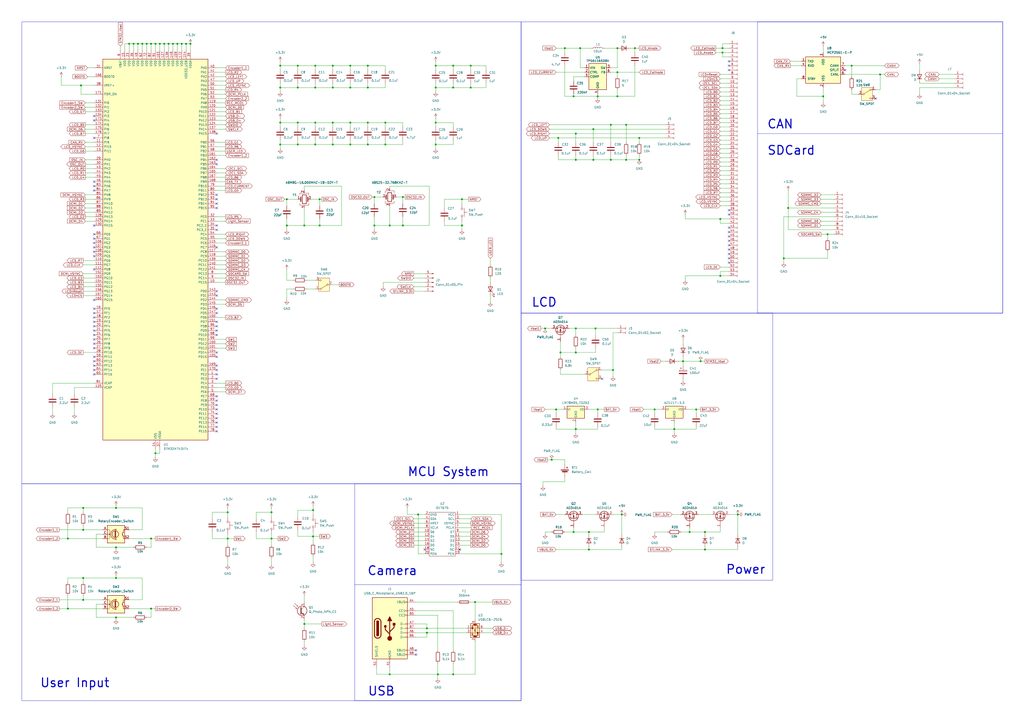
<source format=kicad_sch>
(kicad_sch (version 20250114) (generator "eeschema") (generator_version "9.0")
  (paper "A2")
  (lib_symbols
    (symbol "Connector:Conn_01x02_Socket" (pin_names (offset 1.016) (hide yes))
      (property "Reference" "J" (at 0 2.54 0))
      (property "Value" "Conn_01x02_Socket" (at 0 -5.08 0))
      (symbol "Conn_01x02_Socket_1_1"
        (pin passive line (at -5.08 0 0) (length 3.81) (name "Pin_1") (number "1"))
        (pin passive line (at -5.08 -2.54 0) (length 3.81) (name "Pin_2") (number "2"))
      )
    )
    (symbol "Connector:Conn_01x04_Socket" (pin_names (offset 1.016) (hide yes))
      (property "Reference" "J" (at 0 5.08 0))
      (property "Value" "Conn_01x04_Socket" (at 0 -7.62 0))
      (symbol "Conn_01x04_Socket_1_1"
        (pin passive line (at -5.08 2.54 0) (length 3.81) (name "Pin_1") (number "1"))
        (pin passive line (at -5.08 0 0) (length 3.81) (name "Pin_2") (number "2"))
        (pin passive line (at -5.08 -2.54 0) (length 3.81) (name "Pin_3") (number "3"))
        (pin passive line (at -5.08 -5.08 0) (length 3.81) (name "Pin_4") (number "4"))
      )
    )
    (symbol "Connector:Conn_01x05_Pin" (pin_names (offset 1.016) (hide yes))
      (property "Reference" "J" (at 0 7.62 0))
      (property "Value" "Conn_01x05_Pin" (at 0 -7.62 0))
      (symbol "Conn_01x05_Pin_1_1"
        (pin passive line (at 5.08 5.08 180) (length 3.81) (name "Pin_1") (number "1"))
        (pin passive line (at 5.08 2.54 180) (length 3.81) (name "Pin_2") (number "2"))
        (pin passive line (at 5.08 0 180) (length 3.81) (name "Pin_3") (number "3"))
        (pin passive line (at 5.08 -2.54 180) (length 3.81) (name "Pin_4") (number "4"))
        (pin passive line (at 5.08 -5.08 180) (length 3.81) (name "Pin_5") (number "5"))
      )
    )
    (symbol "Connector:Conn_01x10_Socket" (pin_names (offset 1.016) (hide yes))
      (property "Reference" "J" (at 0 12.7 0))
      (property "Value" "Conn_01x10_Socket" (at 0 -15.24 0))
      (symbol "Conn_01x10_Socket_1_1"
        (pin passive line (at -5.08 10.16 0) (length 3.81) (name "Pin_1") (number "1"))
        (pin passive line (at -5.08 7.62 0) (length 3.81) (name "Pin_2") (number "2"))
        (pin passive line (at -5.08 5.08 0) (length 3.81) (name "Pin_3") (number "3"))
        (pin passive line (at -5.08 2.54 0) (length 3.81) (name "Pin_4") (number "4"))
        (pin passive line (at -5.08 0 0) (length 3.81) (name "Pin_5") (number "5"))
        (pin passive line (at -5.08 -2.54 0) (length 3.81) (name "Pin_6") (number "6"))
        (pin passive line (at -5.08 -5.08 0) (length 3.81) (name "Pin_7") (number "7"))
        (pin passive line (at -5.08 -7.62 0) (length 3.81) (name "Pin_8") (number "8"))
        (pin passive line (at -5.08 -10.16 0) (length 3.81) (name "Pin_9") (number "9"))
        (pin passive line (at -5.08 -12.7 0) (length 3.81) (name "Pin_10") (number "10"))
      )
    )
    (symbol "Connector:Conn_01x54_Socket" (pin_names (offset 1.016) (hide yes))
      (property "Reference" "J" (at 0 68.58 0))
      (property "Value" "Conn_01x54_Socket" (at 0 -71.12 0))
      (symbol "Conn_01x54_Socket_1_1"
        (pin passive line (at -5.08 66.04 0) (length 3.81) (name "Pin_1") (number "1"))
        (pin passive line (at -5.08 63.5 0) (length 3.81) (name "Pin_2") (number "2"))
        (pin passive line (at -5.08 60.96 0) (length 3.81) (name "Pin_3") (number "3"))
        (pin passive line (at -5.08 58.42 0) (length 3.81) (name "Pin_4") (number "4"))
        (pin passive line (at -5.08 55.88 0) (length 3.81) (name "Pin_5") (number "5"))
        (pin passive line (at -5.08 53.34 0) (length 3.81) (name "Pin_6") (number "6"))
        (pin passive line (at -5.08 50.8 0) (length 3.81) (name "Pin_7") (number "7"))
        (pin passive line (at -5.08 48.26 0) (length 3.81) (name "Pin_8") (number "8"))
        (pin passive line (at -5.08 45.72 0) (length 3.81) (name "Pin_9") (number "9"))
        (pin passive line (at -5.08 43.18 0) (length 3.81) (name "Pin_10") (number "10"))
        (pin passive line (at -5.08 40.64 0) (length 3.81) (name "Pin_11") (number "11"))
        (pin passive line (at -5.08 38.1 0) (length 3.81) (name "Pin_12") (number "12"))
        (pin passive line (at -5.08 35.56 0) (length 3.81) (name "Pin_13") (number "13"))
        (pin passive line (at -5.08 33.02 0) (length 3.81) (name "Pin_14") (number "14"))
        (pin passive line (at -5.08 30.48 0) (length 3.81) (name "Pin_15") (number "15"))
        (pin passive line (at -5.08 27.94 0) (length 3.81) (name "Pin_16") (number "16"))
        (pin passive line (at -5.08 25.4 0) (length 3.81) (name "Pin_17") (number "17"))
        (pin passive line (at -5.08 22.86 0) (length 3.81) (name "Pin_18") (number "18"))
        (pin passive line (at -5.08 20.32 0) (length 3.81) (name "Pin_19") (number "19"))
        (pin passive line (at -5.08 17.78 0) (length 3.81) (name "Pin_20") (number "20"))
        (pin passive line (at -5.08 15.24 0) (length 3.81) (name "Pin_21") (number "21"))
        (pin passive line (at -5.08 12.7 0) (length 3.81) (name "Pin_22") (number "22"))
        (pin passive line (at -5.08 10.16 0) (length 3.81) (name "Pin_23") (number "23"))
        (pin passive line (at -5.08 7.62 0) (length 3.81) (name "Pin_24") (number "24"))
        (pin passive line (at -5.08 5.08 0) (length 3.81) (name "Pin_25") (number "25"))
        (pin passive line (at -5.08 2.54 0) (length 3.81) (name "Pin_26") (number "26"))
        (pin passive line (at -5.08 0 0) (length 3.81) (name "Pin_27") (number "27"))
        (pin passive line (at -5.08 -2.54 0) (length 3.81) (name "Pin_28") (number "28"))
        (pin passive line (at -5.08 -5.08 0) (length 3.81) (name "Pin_29") (number "29"))
        (pin passive line (at -5.08 -7.62 0) (length 3.81) (name "Pin_30") (number "30"))
        (pin passive line (at -5.08 -10.16 0) (length 3.81) (name "Pin_31") (number "31"))
        (pin passive line (at -5.08 -12.7 0) (length 3.81) (name "Pin_32") (number "32"))
        (pin passive line (at -5.08 -15.24 0) (length 3.81) (name "Pin_33") (number "33"))
        (pin passive line (at -5.08 -17.78 0) (length 3.81) (name "Pin_34") (number "34"))
        (pin passive line (at -5.08 -20.32 0) (length 3.81) (name "Pin_35") (number "35"))
        (pin passive line (at -5.08 -22.86 0) (length 3.81) (name "Pin_36") (number "36"))
        (pin passive line (at -5.08 -25.4 0) (length 3.81) (name "Pin_37") (number "37"))
        (pin passive line (at -5.08 -27.94 0) (length 3.81) (name "Pin_38") (number "38"))
        (pin passive line (at -5.08 -30.48 0) (length 3.81) (name "Pin_39") (number "39"))
        (pin passive line (at -5.08 -33.02 0) (length 3.81) (name "Pin_40") (number "40"))
        (pin passive line (at -5.08 -35.56 0) (length 3.81) (name "Pin_41") (number "41"))
        (pin passive line (at -5.08 -38.1 0) (length 3.81) (name "Pin_42") (number "42"))
        (pin passive line (at -5.08 -40.64 0) (length 3.81) (name "Pin_43") (number "43"))
        (pin passive line (at -5.08 -43.18 0) (length 3.81) (name "Pin_44") (number "44"))
        (pin passive line (at -5.08 -45.72 0) (length 3.81) (name "Pin_45") (number "45"))
        (pin passive line (at -5.08 -48.26 0) (length 3.81) (name "Pin_46") (number "46"))
        (pin passive line (at -5.08 -50.8 0) (length 3.81) (name "Pin_47") (number "47"))
        (pin passive line (at -5.08 -53.34 0) (length 3.81) (name "Pin_48") (number "48"))
        (pin passive line (at -5.08 -55.88 0) (length 3.81) (name "Pin_49") (number "49"))
        (pin passive line (at -5.08 -58.42 0) (length 3.81) (name "Pin_50") (number "50"))
        (pin passive line (at -5.08 -60.96 0) (length 3.81) (name "Pin_51") (number "51"))
        (pin passive line (at -5.08 -63.5 0) (length 3.81) (name "Pin_52") (number "52"))
        (pin passive line (at -5.08 -66.04 0) (length 3.81) (name "Pin_53") (number "53"))
        (pin passive line (at -5.08 -68.58 0) (length 3.81) (name "Pin_54") (number "54"))
      )
    )
    (symbol "Connector:USB_C_Receptacle_USB2.0_16P" (pin_names (offset 1.016))
      (property "Reference" "J" (at 0 22.225 0))
      (property "Value" "USB_C_Receptacle_USB2.0_16P" (at 0 19.685 0))
      (symbol "USB_C_Receptacle_USB2.0_16P_1_1"
        (pin passive line (at -7.62 -22.86 90) (length 5.08) (name "SHIELD") (number "S1"))
        (pin passive line (at 0 -22.86 90) (length 5.08) (name "GND") (number "A1"))
        (pin passive line (at 0 -22.86 90) (length 5.08) (hide yes) (name "GND") (number "A12"))
        (pin passive line (at 0 -22.86 90) (length 5.08) (hide yes) (name "GND") (number "B1"))
        (pin passive line (at 0 -22.86 90) (length 5.08) (hide yes) (name "GND") (number "B12"))
        (pin passive line (at 15.24 15.24 180) (length 5.08) (name "VBUS") (number "A4"))
        (pin passive line (at 15.24 15.24 180) (length 5.08) (hide yes) (name "VBUS") (number "A9"))
        (pin passive line (at 15.24 15.24 180) (length 5.08) (hide yes) (name "VBUS") (number "B4"))
        (pin passive line (at 15.24 15.24 180) (length 5.08) (hide yes) (name "VBUS") (number "B9"))
        (pin bidirectional line (at 15.24 10.16 180) (length 5.08) (name "CC1") (number "A5"))
        (pin bidirectional line (at 15.24 7.62 180) (length 5.08) (name "CC2") (number "B5"))
        (pin bidirectional line (at 15.24 2.54 180) (length 5.08) (name "D-") (number "A7"))
        (pin bidirectional line (at 15.24 0 180) (length 5.08) (name "D-") (number "B7"))
        (pin bidirectional line (at 15.24 -2.54 180) (length 5.08) (name "D+") (number "A6"))
        (pin bidirectional line (at 15.24 -5.08 180) (length 5.08) (name "D+") (number "B6"))
        (pin bidirectional line (at 15.24 -12.7 180) (length 5.08) (name "SBU1") (number "A8"))
        (pin bidirectional line (at 15.24 -15.24 180) (length 5.08) (name "SBU2") (number "B8"))
      )
    )
    (symbol "Device:Battery_Cell" (pin_numbers (hide yes)) (pin_names (offset 0) (hide yes))
      (property "Reference" "BT" (at 2.54 2.54 0))
      (property "Value" "Battery_Cell" (at 2.54 0 0))
      (symbol "Battery_Cell_1_1"
        (pin passive line (at 0 5.08 270) (length 2.54) (name "+") (number "1"))
        (pin passive line (at 0 -2.54 90) (length 2.54) (name "-") (number "2"))
      )
    )
    (symbol "Device:C" (pin_numbers (hide yes)) (pin_names (offset 0.254))
      (property "Reference" "C" (at 0.635 2.54 0))
      (property "Value" "C" (at 0.635 -2.54 0))
      (symbol "C_1_1"
        (pin passive line (at 0 3.81 270) (length 2.794) (name "~") (number "1"))
        (pin passive line (at 0 -3.81 90) (length 2.794) (name "~") (number "2"))
      )
    )
    (symbol "Device:C_Polarized" (pin_numbers (hide yes)) (pin_names (offset 0.254))
      (property "Reference" "C" (at 0.635 2.54 0))
      (property "Value" "C_Polarized" (at 0.635 -2.54 0))
      (symbol "C_Polarized_1_1"
        (pin passive line (at 0 3.81 270) (length 2.794) (name "~") (number "1"))
        (pin passive line (at 0 -3.81 90) (length 2.794) (name "~") (number "2"))
      )
    )
    (symbol "Device:Crystal_GND23" (pin_names (offset 1.016) (hide yes))
      (property "Reference" "Y" (at 3.175 5.08 0))
      (property "Value" "Crystal_GND23" (at 3.175 3.175 0))
      (symbol "Crystal_GND23_1_1"
        (pin passive line (at -3.81 0 0) (length 1.27) (name "1") (number "1"))
        (pin passive line (at 0 5.08 270) (length 1.27) (name "2") (number "2"))
        (pin passive line (at 0 -5.08 90) (length 1.27) (name "3") (number "3"))
        (pin passive line (at 3.81 0 180) (length 1.27) (name "4") (number "4"))
      )
    )
    (symbol "Device:Crystal_GND24" (pin_names (offset 1.016) (hide yes))
      (property "Reference" "Y" (at 3.175 5.08 0))
      (property "Value" "Crystal_GND24" (at 3.175 3.175 0))
      (symbol "Crystal_GND24_1_1"
        (pin passive line (at -3.81 0 0) (length 1.27) (name "1") (number "1"))
        (pin passive line (at 0 5.08 270) (length 1.27) (name "2") (number "2"))
        (pin passive line (at 0 -5.08 90) (length 1.27) (name "4") (number "4"))
        (pin passive line (at 3.81 0 180) (length 1.27) (name "3") (number "3"))
      )
    )
    (symbol "Device:D" (pin_numbers (hide yes)) (pin_names (offset 1.016) (hide yes))
      (property "Reference" "D" (at 0 2.54 0))
      (property "Value" "D" (at 0 -2.54 0))
      (symbol "D_1_1"
        (pin passive line (at -3.81 0 0) (length 2.54) (name "K") (number "1"))
        (pin passive line (at 3.81 0 180) (length 2.54) (name "A") (number "2"))
      )
    )
    (symbol "Device:Fuse" (pin_numbers (hide yes)) (pin_names (offset 0))
      (property "Reference" "F" (at 2.032 0 90))
      (property "Value" "Fuse" (at -1.905 0 90))
      (symbol "Fuse_1_1"
        (pin passive line (at 0 3.81 270) (length 1.27) (name "~") (number "1"))
        (pin passive line (at 0 -3.81 90) (length 1.27) (name "~") (number "2"))
      )
    )
    (symbol "Device:L" (pin_numbers (hide yes)) (pin_names (offset 1.016) (hide yes))
      (property "Reference" "L" (at -1.27 0 90))
      (property "Value" "L" (at 1.905 0 90))
      (symbol "L_1_1"
        (pin passive line (at 0 3.81 270) (length 1.27) (name "1") (number "1"))
        (pin passive line (at 0 -3.81 90) (length 1.27) (name "2") (number "2"))
      )
    )
    (symbol "Device:LED" (pin_numbers (hide yes)) (pin_names (offset 1.016) (hide yes))
      (property "Reference" "D" (at 0 2.54 0))
      (property "Value" "LED" (at 0 -2.54 0))
      (symbol "LED_1_1"
        (pin passive line (at -3.81 0 0) (length 2.54) (name "K") (number "1"))
        (pin passive line (at 3.81 0 180) (length 2.54) (name "A") (number "2"))
      )
    )
    (symbol "Device:Q_Photo_NPN_CE" (pin_names (offset 0) (hide yes))
      (property "Reference" "Q" (at 5.08 1.27 0))
      (property "Value" "Q_Photo_NPN_CE" (at 5.08 -1.27 0))
      (symbol "Q_Photo_NPN_CE_1_1"
        (pin passive line (at 2.54 5.08 270) (length 2.54) (name "C") (number "1"))
        (pin passive line (at 2.54 -5.08 90) (length 2.54) (name "E") (number "2"))
      )
    )
    (symbol "Device:R" (pin_numbers (hide yes)) (pin_names (offset 0))
      (property "Reference" "R" (at 2.032 0 90))
      (property "Value" "R" (at 0 0 90))
      (symbol "R_1_1"
        (pin passive line (at 0 3.81 270) (length 1.27) (name "~") (number "1"))
        (pin passive line (at 0 -3.81 90) (length 1.27) (name "~") (number "2"))
      )
    )
    (symbol "Device:RotaryEncoder_Switch" (pin_names (offset 0.254) (hide yes))
      (property "Reference" "SW" (at 0 6.604 0))
      (property "Value" "RotaryEncoder_Switch" (at 0 -6.604 0))
      (symbol "RotaryEncoder_Switch_1_1"
        (pin passive line (at -7.62 2.54 0) (length 2.54) (name "A") (number "A"))
        (pin passive line (at -7.62 0 0) (length 2.54) (name "C") (number "C"))
        (pin passive line (at -7.62 -2.54 0) (length 2.54) (name "B") (number "B"))
        (pin passive line (at 7.62 2.54 180) (length 2.54) (name "S1") (number "S1"))
        (pin passive line (at 7.62 -2.54 180) (length 2.54) (name "S2") (number "S2"))
      )
    )
    (symbol "Driver_LED:TPS61165DBV"
      (property "Reference" "U" (at 0 11.43 0))
      (property "Value" "TPS61165DBV" (at 0 8.89 0))
      (symbol "TPS61165DBV_1_1"
        (pin power_in line (at -7.62 5.08 0) (length 2.54) (name "VIN") (number "1"))
        (pin input line (at -7.62 2.54 0) (length 2.54) (name "CTRL") (number "2"))
        (pin output line (at -7.62 0 0) (length 2.54) (name "COMP") (number "5"))
        (pin power_in line (at 0 -10.16 90) (length 2.54) (name "GND") (number "4"))
        (pin power_out line (at 7.62 5.08 180) (length 2.54) (name "SW") (number "3"))
        (pin input line (at 7.62 2.54 180) (length 2.54) (name "FB") (number "6"))
      )
    )
    (symbol "Interface_CAN_LIN:MCP2561-E-P" (pin_names (offset 1.016))
      (property "Reference" "U" (at -10.16 8.89 0))
      (property "Value" "MCP2561-E-P" (at 2.54 8.89 0))
      (symbol "MCP2561-E-P_1_1"
        (pin input line (at -12.7 5.08 0) (length 2.54) (name "TXD") (number "1"))
        (pin output line (at -12.7 2.54 0) (length 2.54) (name "RXD") (number "4"))
        (pin input line (at -12.7 -5.08 0) (length 2.54) (name "STBY") (number "8"))
        (pin power_in line (at 0 10.16 270) (length 2.54) (name "VDD") (number "3"))
        (pin power_in line (at 0 -10.16 90) (length 2.54) (name "VSS") (number "2"))
        (pin bidirectional line (at 12.7 2.54 180) (length 2.54) (name "CANH") (number "7"))
        (pin passive line (at 12.7 0 180) (length 2.54) (name "SPLIT") (number "5"))
        (pin bidirectional line (at 12.7 -2.54 180) (length 2.54) (name "CANL") (number "6"))
      )
    )
    (symbol "MCU_ST_STM32H7:STM32H743IITx"
      (property "Reference" "U" (at -30.48 113.03 0))
      (property "Value" "STM32H743IITx" (at 22.86 113.03 0))
      (symbol "STM32H743IITx_1_1"
        (pin input line (at -35.56 106.68 0) (length 5.08) (name "NRST") (number "31"))
        (pin input line (at -35.56 101.6 0) (length 5.08) (name "BOOT0") (number "166"))
        (pin input line (at -35.56 96.52 0) (length 5.08) (name "VREF+") (number "38"))
        (pin input line (at -35.56 91.44 0) (length 5.08) (name "PDR_ON") (number "171"))
        (pin bidirectional line (at -35.56 86.36 0) (length 5.08) (name "PI0") (number "131"))
        (pin bidirectional line (at -35.56 83.82 0) (length 5.08) (name "PI1") (number "132"))
        (pin bidirectional line (at -35.56 81.28 0) (length 5.08) (name "PI2") (number "133"))
        (pin bidirectional line (at -35.56 78.74 0) (length 5.08) (name "PI3") (number "134"))
        (pin bidirectional line (at -35.56 76.2 0) (length 5.08) (name "PI4") (number "173"))
        (pin bidirectional line (at -35.56 73.66 0) (length 5.08) (name "PI5") (number "174"))
        (pin bidirectional line (at -35.56 71.12 0) (length 5.08) (name "PI6") (number "175"))
        (pin bidirectional line (at -35.56 68.58 0) (length 5.08) (name "PI7") (number "176"))
        (pin bidirectional line (at -35.56 66.04 0) (length 5.08) (name "PI8") (number "7"))
        (pin bidirectional line (at -35.56 63.5 0) (length 5.08) (name "PI9") (number "11"))
        (pin bidirectional line (at -35.56 60.96 0) (length 5.08) (name "PI10") (number "12"))
        (pin bidirectional line (at -35.56 58.42 0) (length 5.08) (name "PI11") (number "13"))
        (pin bidirectional line (at -35.56 53.34 0) (length 5.08) (name "PH0") (number "29"))
        (pin bidirectional line (at -35.56 50.8 0) (length 5.08) (name "PH1") (number "30"))
        (pin bidirectional line (at -35.56 48.26 0) (length 5.08) (name "PH2") (number "43"))
        (pin bidirectional line (at -35.56 45.72 0) (length 5.08) (name "PH3") (number "44"))
        (pin bidirectional line (at -35.56 43.18 0) (length 5.08) (name "PH4") (number "45"))
        (pin bidirectional line (at -35.56 40.64 0) (length 5.08) (name "PH5") (number "46"))
        (pin bidirectional line (at -35.56 38.1 0) (length 5.08) (name "PH6") (number "83"))
        (pin bidirectional line (at -35.56 35.56 0) (length 5.08) (name "PH7") (number "84"))
        (pin bidirectional line (at -35.56 33.02 0) (length 5.08) (name "PH8") (number "85"))
        (pin bidirectional line (at -35.56 30.48 0) (length 5.08) (name "PH9") (number "86"))
        (pin bidirectional line (at -35.56 27.94 0) (length 5.08) (name "PH10") (number "87"))
        (pin bidirectional line (at -35.56 25.4 0) (length 5.08) (name "PH11") (number "88"))
        (pin bidirectional line (at -35.56 22.86 0) (length 5.08) (name "PH12") (number "89"))
        (pin bidirectional line (at -35.56 20.32 0) (length 5.08) (name "PH13") (number "128"))
        (pin bidirectional line (at -35.56 17.78 0) (length 5.08) (name "PH14") (number "129"))
        (pin bidirectional line (at -35.56 15.24 0) (length 5.08) (name "PH15") (number "130"))
        (pin bidirectional line (at -35.56 10.16 0) (length 5.08) (name "PG0") (number "66"))
        (pin bidirectional line (at -35.56 7.62 0) (length 5.08) (name "PG1") (number "67"))
        (pin bidirectional line (at -35.56 5.08 0) (length 5.08) (name "PG2") (number "106"))
        (pin bidirectional line (at -35.56 2.54 0) (length 5.08) (name "PG3") (number "107"))
        (pin bidirectional line (at -35.56 0 0) (length 5.08) (name "PG4") (number "108"))
        (pin bidirectional line (at -35.56 -2.54 0) (length 5.08) (name "PG5") (number "109"))
        (pin bidirectional line (at -35.56 -5.08 0) (length 5.08) (name "PG6") (number "110"))
        (pin bidirectional line (at -35.56 -7.62 0) (length 5.08) (name "PG7") (number "111"))
        (pin bidirectional line (at -35.56 -10.16 0) (length 5.08) (name "PG8") (number "112"))
        (pin bidirectional line (at -35.56 -12.7 0) (length 5.08) (name "PG9") (number "152"))
        (pin bidirectional line (at -35.56 -15.24 0) (length 5.08) (name "PG10") (number "153"))
        (pin bidirectional line (at -35.56 -17.78 0) (length 5.08) (name "PG11") (number "154"))
        (pin bidirectional line (at -35.56 -20.32 0) (length 5.08) (name "PG12") (number "155"))
        (pin bidirectional line (at -35.56 -22.86 0) (length 5.08) (name "PG13") (number "156"))
        (pin bidirectional line (at -35.56 -25.4 0) (length 5.08) (name "PG14") (number "157"))
        (pin bidirectional line (at -35.56 -27.94 0) (length 5.08) (name "PG15") (number "160"))
        (pin bidirectional line (at -35.56 -33.02 0) (length 5.08) (name "PF0") (number "16"))
        (pin bidirectional line (at -35.56 -35.56 0) (length 5.08) (name "PF1") (number "17"))
        (pin bidirectional line (at -35.56 -38.1 0) (length 5.08) (name "PF2") (number "18"))
        (pin bidirectional line (at -35.56 -40.64 0) (length 5.08) (name "PF3") (number "19"))
        (pin bidirectional line (at -35.56 -43.18 0) (length 5.08) (name "PF4") (number "20"))
        (pin bidirectional line (at -35.56 -45.72 0) (length 5.08) (name "PF5") (number "21"))
        (pin bidirectional line (at -35.56 -48.26 0) (length 5.08) (name "PF6") (number "24"))
        (pin bidirectional line (at -35.56 -50.8 0) (length 5.08) (name "PF7") (number "25"))
        (pin bidirectional line (at -35.56 -53.34 0) (length 5.08) (name "PF8") (number "26"))
        (pin bidirectional line (at -35.56 -55.88 0) (length 5.08) (name "PF9") (number "27"))
        (pin bidirectional line (at -35.56 -58.42 0) (length 5.08) (name "PF10") (number "28"))
        (pin bidirectional line (at -35.56 -60.96 0) (length 5.08) (name "PF11") (number "59"))
        (pin bidirectional line (at -35.56 -63.5 0) (length 5.08) (name "PF12") (number "60"))
        (pin bidirectional line (at -35.56 -66.04 0) (length 5.08) (name "PF13") (number "63"))
        (pin bidirectional line (at -35.56 -68.58 0) (length 5.08) (name "PF14") (number "64"))
        (pin bidirectional line (at -35.56 -71.12 0) (length 5.08) (name "PF15") (number "65"))
        (pin power_out line (at -35.56 -76.2 0) (length 5.08) (name "VCAP") (number "81"))
        (pin power_out line (at -35.56 -78.74 0) (length 5.08) (name "VCAP") (number "125"))
        (pin power_in line (at -20.32 116.84 270) (length 5.08) (name "VBAT") (number "6"))
        (pin power_in line (at -17.78 116.84 270) (length 5.08) (name "VDD") (number "15"))
        (pin power_in line (at -15.24 116.84 270) (length 5.08) (name "VDD") (number "23"))
        (pin power_in line (at -12.7 116.84 270) (length 5.08) (name "VDD") (number "36"))
        (pin power_in line (at -10.16 116.84 270) (length 5.08) (name "VDD") (number "49"))
        (pin power_in line (at -7.62 116.84 270) (length 5.08) (name "VDD") (number "62"))
        (pin power_in line (at -5.08 116.84 270) (length 5.08) (name "VDD") (number "72"))
        (pin power_in line (at -2.54 116.84 270) (length 5.08) (name "VDD") (number "82"))
        (pin power_in line (at 0 116.84 270) (length 5.08) (name "VDD") (number "91"))
        (pin passive line (at 0 -114.3 90) (length 5.08) (hide yes) (name "VSS") (number "102"))
        (pin passive line (at 0 -114.3 90) (length 5.08) (hide yes) (name "VSS") (number "113"))
        (pin passive line (at 0 -114.3 90) (length 5.08) (hide yes) (name "VSS") (number "126"))
        (pin passive line (at 0 -114.3 90) (length 5.08) (hide yes) (name "VSS") (number "135"))
        (pin power_in line (at 0 -114.3 90) (length 5.08) (name "VSS") (number "14"))
        (pin passive line (at 0 -114.3 90) (length 5.08) (hide yes) (name "VSS") (number "148"))
        (pin passive line (at 0 -114.3 90) (length 5.08) (hide yes) (name "VSS") (number "158"))
        (pin passive line (at 0 -114.3 90) (length 5.08) (hide yes) (name "VSS") (number "22"))
        (pin passive line (at 0 -114.3 90) (length 5.08) (hide yes) (name "VSS") (number "48"))
        (pin passive line (at 0 -114.3 90) (length 5.08) (hide yes) (name "VSS") (number "61"))
        (pin passive line (at 0 -114.3 90) (length 5.08) (hide yes) (name "VSS") (number "71"))
        (pin passive line (at 0 -114.3 90) (length 5.08) (hide yes) (name "VSS") (number "90"))
        (pin power_in line (at 2.54 116.84 270) (length 5.08) (name "VDD") (number "103"))
        (pin power_in line (at 2.54 -114.3 90) (length 5.08) (name "VSSA") (number "37"))
        (pin power_in line (at 5.08 116.84 270) (length 5.08) (name "VDD") (number "127"))
        (pin power_in line (at 7.62 116.84 270) (length 5.08) (name "VDD") (number "136"))
        (pin power_in line (at 10.16 116.84 270) (length 5.08) (name "VDD") (number "149"))
        (pin power_in line (at 12.7 116.84 270) (length 5.08) (name "VDD") (number "159"))
        (pin power_in line (at 15.24 116.84 270) (length 5.08) (name "VDD") (number "172"))
        (pin power_in line (at 17.78 116.84 270) (length 5.08) (name "VDD33_USB") (number "114"))
        (pin power_in line (at 20.32 116.84 270) (length 5.08) (name "VDDA") (number "39"))
        (pin bidirectional line (at 35.56 106.68 180) (length 5.08) (name "PA0") (number "40"))
        (pin bidirectional line (at 35.56 104.14 180) (length 5.08) (name "PA1") (number "41"))
        (pin bidirectional line (at 35.56 101.6 180) (length 5.08) (name "PA2") (number "42"))
        (pin bidirectional line (at 35.56 99.06 180) (length 5.08) (name "PA3") (number "47"))
        (pin bidirectional line (at 35.56 96.52 180) (length 5.08) (name "PA4") (number "50"))
        (pin bidirectional line (at 35.56 93.98 180) (length 5.08) (name "PA5") (number "51"))
        (pin bidirectional line (at 35.56 91.44 180) (length 5.08) (name "PA6") (number "52"))
        (pin bidirectional line (at 35.56 88.9 180) (length 5.08) (name "PA7") (number "53"))
        (pin bidirectional line (at 35.56 86.36 180) (length 5.08) (name "PA8") (number "119"))
        (pin bidirectional line (at 35.56 83.82 180) (length 5.08) (name "PA9") (number "120"))
        (pin bidirectional line (at 35.56 81.28 180) (length 5.08) (name "PA10") (number "121"))
        (pin bidirectional line (at 35.56 78.74 180) (length 5.08) (name "PA11") (number "122"))
        (pin bidirectional line (at 35.56 76.2 180) (length 5.08) (name "PA12") (number "123"))
        (pin bidirectional line (at 35.56 73.66 180) (length 5.08) (name "PA13") (number "124"))
        (pin bidirectional line (at 35.56 71.12 180) (length 5.08) (name "PA14") (number "137"))
        (pin bidirectional line (at 35.56 68.58 180) (length 5.08) (name "PA15") (number "138"))
        (pin bidirectional line (at 35.56 63.5 180) (length 5.08) (name "PB0") (number "56"))
        (pin bidirectional line (at 35.56 60.96 180) (length 5.08) (name "PB1") (number "57"))
        (pin bidirectional line (at 35.56 58.42 180) (length 5.08) (name "PB2") (number "58"))
        (pin bidirectional line (at 35.56 55.88 180) (length 5.08) (name "PB3") (number "161"))
        (pin bidirectional line (at 35.56 53.34 180) (length 5.08) (name "PB4") (number "162"))
        (pin bidirectional line (at 35.56 50.8 180) (length 5.08) (name "PB5") (number "163"))
        (pin bidirectional line (at 35.56 48.26 180) (length 5.08) (name "PB6") (number "164"))
        (pin bidirectional line (at 35.56 45.72 180) (length 5.08) (name "PB7") (number "165"))
        (pin bidirectional line (at 35.56 43.18 180) (length 5.08) (name "PB8") (number "167"))
        (pin bidirectional line (at 35.56 40.64 180) (length 5.08) (name "PB9") (number "168"))
        (pin bidirectional line (at 35.56 38.1 180) (length 5.08) (name "PB10") (number "79"))
        (pin bidirectional line (at 35.56 35.56 180) (length 5.08) (name "PB11") (number "80"))
        (pin bidirectional line (at 35.56 33.02 180) (length 5.08) (name "PB12") (number "92"))
        (pin bidirectional line (at 35.56 30.48 180) (length 5.08) (name "PB13") (number "93"))
        (pin bidirectional line (at 35.56 27.94 180) (length 5.08) (name "PB14") (number "94"))
        (pin bidirectional line (at 35.56 25.4 180) (length 5.08) (name "PB15") (number "95"))
        (pin bidirectional line (at 35.56 20.32 180) (length 5.08) (name "PC0") (number "32"))
        (pin bidirectional line (at 35.56 17.78 180) (length 5.08) (name "PC1") (number "33"))
        (pin bidirectional line (at 35.56 15.24 180) (length 5.08) (name "PC2_C") (number "34"))
        (pin bidirectional line (at 35.56 12.7 180) (length 5.08) (name "PC3_C") (number "35"))
        (pin bidirectional line (at 35.56 10.16 180) (length 5.08) (name "PC4") (number "54"))
        (pin bidirectional line (at 35.56 7.62 180) (length 5.08) (name "PC5") (number "55"))
        (pin bidirectional line (at 35.56 5.08 180) (length 5.08) (name "PC6") (number "115"))
        (pin bidirectional line (at 35.56 2.54 180) (length 5.08) (name "PC7") (number "116"))
        (pin bidirectional line (at 35.56 0 180) (length 5.08) (name "PC8") (number "117"))
        (pin bidirectional line (at 35.56 -2.54 180) (length 5.08) (name "PC9") (number "118"))
        (pin bidirectional line (at 35.56 -5.08 180) (length 5.08) (name "PC10") (number "139"))
        (pin bidirectional line (at 35.56 -7.62 180) (length 5.08) (name "PC11") (number "140"))
        (pin bidirectional line (at 35.56 -10.16 180) (length 5.08) (name "PC12") (number "141"))
        (pin bidirectional line (at 35.56 -12.7 180) (length 5.08) (name "PC13") (number "8"))
        (pin bidirectional line (at 35.56 -15.24 180) (length 5.08) (name "PC14") (number "9"))
        (pin bidirectional line (at 35.56 -17.78 180) (length 5.08) (name "PC15") (number "10"))
        (pin bidirectional line (at 35.56 -22.86 180) (length 5.08) (name "PD0") (number "142"))
        (pin bidirectional line (at 35.56 -25.4 180) (length 5.08) (name "PD1") (number "143"))
        (pin bidirectional line (at 35.56 -27.94 180) (length 5.08) (name "PD2") (number "144"))
        (pin bidirectional line (at 35.56 -30.48 180) (length 5.08) (name "PD3") (number "145"))
        (pin bidirectional line (at 35.56 -33.02 180) (length 5.08) (name "PD4") (number "146"))
        (pin bidirectional line (at 35.56 -35.56 180) (length 5.08) (name "PD5") (number "147"))
        (pin bidirectional line (at 35.56 -38.1 180) (length 5.08) (name "PD6") (number "150"))
        (pin bidirectional line (at 35.56 -40.64 180) (length 5.08) (name "PD7") (number "151"))
        (pin bidirectional line (at 35.56 -43.18 180) (length 5.08) (name "PD8") (number "96"))
        (pin bidirectional line (at 35.56 -45.72 180) (length 5.08) (name "PD9") (number "97"))
        (pin bidirectional line (at 35.56 -48.26 180) (length 5.08) (name "PD10") (number "98"))
        (pin bidirectional line (at 35.56 -50.8 180) (length 5.08) (name "PD11") (number "99"))
        (pin bidirectional line (at 35.56 -53.34 180) (length 5.08) (name "PD12") (number "100"))
        (pin bidirectional line (at 35.56 -55.88 180) (length 5.08) (name "PD13") (number "101"))
        (pin bidirectional line (at 35.56 -58.42 180) (length 5.08) (name "PD14") (number "104"))
        (pin bidirectional line (at 35.56 -60.96 180) (length 5.08) (name "PD15") (number "105"))
        (pin bidirectional line (at 35.56 -66.04 180) (length 5.08) (name "PE0") (number "169"))
        (pin bidirectional line (at 35.56 -68.58 180) (length 5.08) (name "PE1") (number "170"))
        (pin bidirectional line (at 35.56 -71.12 180) (length 5.08) (name "PE2") (number "1"))
        (pin bidirectional line (at 35.56 -73.66 180) (length 5.08) (name "PE3") (number "2"))
        (pin bidirectional line (at 35.56 -76.2 180) (length 5.08) (name "PE4") (number "3"))
        (pin bidirectional line (at 35.56 -78.74 180) (length 5.08) (name "PE5") (number "4"))
        (pin bidirectional line (at 35.56 -81.28 180) (length 5.08) (name "PE6") (number "5"))
        (pin bidirectional line (at 35.56 -83.82 180) (length 5.08) (name "PE7") (number "68"))
        (pin bidirectional line (at 35.56 -86.36 180) (length 5.08) (name "PE8") (number "69"))
        (pin bidirectional line (at 35.56 -88.9 180) (length 5.08) (name "PE9") (number "70"))
        (pin bidirectional line (at 35.56 -91.44 180) (length 5.08) (name "PE10") (number "73"))
        (pin bidirectional line (at 35.56 -93.98 180) (length 5.08) (name "PE11") (number "74"))
        (pin bidirectional line (at 35.56 -96.52 180) (length 5.08) (name "PE12") (number "75"))
        (pin bidirectional line (at 35.56 -99.06 180) (length 5.08) (name "PE13") (number "76"))
        (pin bidirectional line (at 35.56 -101.6 180) (length 5.08) (name "PE14") (number "77"))
        (pin bidirectional line (at 35.56 -104.14 180) (length 5.08) (name "PE15") (number "78"))
      )
    )
    (symbol "OV7675:V7675"
      (property "Reference" "U" (at 0 5.842 0))
      (symbol "V7675_1_1"
        (pin power_in line (at -10.16 2.54 0) (length 2.54) (name "VCC") (number "1"))
        (pin input line (at -10.16 0 0) (length 2.54) (name "SCL") (number "3"))
        (pin output line (at -10.16 -2.54 0) (length 2.54) (name "VSYNC") (number "5"))
        (pin output line (at -10.16 -5.08 0) (length 2.54) (name "PCLK") (number "7"))
        (pin output line (at -10.16 -7.62 0) (length 2.54) (name "D7") (number "9"))
        (pin output line (at -10.16 -10.16 0) (length 2.54) (name "D5") (number "11"))
        (pin output line (at -10.16 -12.7 0) (length 2.54) (name "D3") (number "13"))
        (pin output line (at -10.16 -15.24 0) (length 2.54) (name "D1") (number "15"))
        (pin no_connect line (at -10.16 -17.78 0) (length 2.54) (name "NC") (number "17"))
        (pin input line (at -10.16 -20.32 0) (length 2.54) (name "PEN") (number "19"))
        (pin power_in line (at 10.16 2.54 180) (length 2.54) (name "GND") (number "2"))
        (pin bidirectional line (at 10.16 0 180) (length 2.54) (name "SDA") (number "4"))
        (pin output line (at 10.16 -2.54 180) (length 2.54) (name "HREF") (number "6"))
        (pin input line (at 10.16 -5.08 180) (length 2.54) (name "XCLK") (number "8"))
        (pin output line (at 10.16 -7.62 180) (length 2.54) (name "D6") (number "10"))
        (pin output line (at 10.16 -10.16 180) (length 2.54) (name "D4") (number "12"))
        (pin output line (at 10.16 -12.7 180) (length 2.54) (name "D2") (number "14"))
        (pin output line (at 10.16 -15.24 180) (length 2.54) (name "D0") (number "16"))
        (pin output line (at 10.16 -17.78 180) (length 2.54) (name "NC") (number "18"))
        (pin input line (at 10.16 -20.32 180) (length 2.54) (name "PDN") (number "20"))
      )
    )
    (symbol "Power_Protection:USBLC6-2SC6" (pin_names (hide yes))
      (property "Reference" "U" (at 0.635 5.715 0))
      (property "Value" "USBLC6-2SC6" (at 0.635 3.81 0))
      (symbol "USBLC6-2SC6_1_1"
        (pin passive line (at -5.08 0 0) (length 2.54) (name "I/O1") (number "1"))
        (pin passive line (at -5.08 -2.54 0) (length 2.54) (name "I/O2") (number "3"))
        (pin passive line (at 0 5.08 270) (length 2.54) (name "VBUS") (number "5"))
        (pin passive line (at 0 -7.62 90) (length 2.54) (name "GND") (number "2"))
        (pin passive line (at 5.08 0 180) (length 2.54) (name "I/O1") (number "6"))
        (pin passive line (at 5.08 -2.54 180) (length 2.54) (name "I/O2") (number "4"))
      )
    )
    (symbol "Regulator_Linear:AZ1117-3.3" (pin_names (offset 0.254))
      (property "Reference" "U" (at -3.81 3.175 0))
      (property "Value" "AZ1117-3.3" (at 0 3.175 0))
      (symbol "AZ1117-3.3_1_1"
        (pin power_in line (at -7.62 0 0) (length 2.54) (name "VI") (number "3"))
        (pin power_in line (at 0 -7.62 90) (length 2.54) (name "GND") (number "1"))
        (pin power_out line (at 7.62 0 180) (length 2.54) (name "VO") (number "2"))
      )
    )
    (symbol "Regulator_Linear:LM78M05_TO252" (pin_names (offset 0.254))
      (property "Reference" "U" (at -3.81 3.175 0))
      (property "Value" "LM78M05_TO252" (at 0 3.175 0))
      (symbol "LM78M05_TO252_1_1"
        (pin power_in line (at -7.62 0 0) (length 2.54) (name "VI") (number "1"))
        (pin power_in line (at 0 -7.62 90) (length 2.54) (name "GND") (number "2"))
        (pin power_out line (at 7.62 0 180) (length 2.54) (name "VO") (number "3"))
      )
    )
    (symbol "Switch:SW_Push" (pin_numbers (hide yes)) (pin_names (offset 1.016) (hide yes))
      (property "Reference" "SW" (at 1.27 2.54 0))
      (property "Value" "SW_Push" (at 0 -1.524 0))
      (symbol "SW_Push_0_1"
        (pin passive line (at -5.08 0 0) (length 2.54) (name "1") (number "1"))
        (pin passive line (at 5.08 0 180) (length 2.54) (name "2") (number "2"))
      )
    )
    (symbol "Switch:SW_SPDT" (pin_names (offset 0) (hide yes))
      (property "Reference" "SW" (at 0 5.08 0))
      (property "Value" "SW_SPDT" (at 0 -5.08 0))
      (symbol "SW_SPDT_1_1"
        (pin passive line (at -5.08 0 0) (length 2.54) (name "B") (number "2"))
        (pin passive line (at 5.08 2.54 180) (length 2.54) (name "A") (number "1"))
        (pin passive line (at 5.08 -2.54 180) (length 2.54) (name "C") (number "3"))
      )
    )
    (symbol "Transistor_FET:AO3401A" (pin_names (hide yes))
      (property "Reference" "Q" (at 5.08 1.905 0))
      (property "Value" "AO3401A" (at 5.08 0 0))
      (symbol "AO3401A_1_1"
        (pin input line (at -5.08 0 0) (length 2.54) (name "G") (number "1"))
        (pin passive line (at 2.54 5.08 270) (length 2.54) (name "D") (number "3"))
        (pin passive line (at 2.54 -5.08 90) (length 2.54) (name "S") (number "2"))
      )
    )
    (symbol "power:+3.3V" (power) (pin_numbers (hide yes)) (pin_names (offset 0) (hide yes))
      (property "Value" "+3.3V" (at 0 3.556 0))
      (symbol "+3.3V_1_1"
        (pin power_in line (at 0 0 90) (length 0) (name "~") (number "1"))
      )
    )
    (symbol "power:+5V" (power) (pin_numbers (hide yes)) (pin_names (offset 0) (hide yes))
      (property "Value" "+5V" (at 0 3.556 0))
      (symbol "+5V_1_1"
        (pin power_in line (at 0 0 90) (length 0) (name "~") (number "1"))
      )
    )
    (symbol "power:GND" (power) (pin_numbers (hide yes)) (pin_names (offset 0) (hide yes))
      (property "Value" "GND" (at 0 -3.81 0))
      (symbol "GND_1_1"
        (pin power_in line (at 0 0 270) (length 0) (name "~") (number "1"))
      )
    )
    (symbol "power:PWR_FLAG" (power) (pin_numbers (hide yes)) (pin_names (offset 0) (hide yes))
      (property "Value" "PWR_FLAG" (at 0 3.81 0))
      (symbol "PWR_FLAG_0_0"
        (pin power_out line (at 0 0 90) (length 0) (name "~") (number "1"))
      )
    )
  )
  (rectangle (start 12.7 12.7) (end 302.26 280.67))
  (rectangle (start 439.42 12.7) (end 581.66 181.61))
  (rectangle (start 205.74 280.67) (end 302.26 406.4))
  (rectangle (start 302.26 181.61) (end 448.31 336.55))
  (rectangle (start 12.7 280.67) (end 302.26 406.4))
  (rectangle (start 302.26 12.7) (end 581.66 181.61))
  (text "CAN" (at 452.628 72.136 0) (effects (font (size 5.08 5.08) (thickness 0.635))))
  (text "Power" (at 432.562 330.454 0) (effects (font (size 5.08 5.08) (thickness 0.635))))
  (text "User Input" (at 43.434 396.24 0) (effects (font (size 5.08 5.08) (thickness 0.635))))
  (text "MCU System" (at 260.096 273.812 0) (effects (font (size 5.08 5.08) (thickness 0.635))))
  (text "LCD" (at 315.722 175.514 0) (effects (font (size 5.08 5.08) (thickness 0.635))))
  (text "SDCard\n" (at 458.978 87.376 0) (effects (font (size 5.08 5.08) (thickness 0.635))))
  (text "USB" (at 221.234 401.066 0) (effects (font (size 5.08 5.08) (thickness 0.635))))
  (text "Camera" (at 227.584 331.216 0) (effects (font (size 5.08 5.08) (thickness 0.635))))
  (junction (at 262.89 38.1))
  (junction (at 67.31 335.28))
  (junction (at 82.55 25.4))
  (junction (at 358.14 55.88))
  (junction (at 176.53 361.95))
  (junction (at 213.36 83.82))
  (junction (at 181.61 295.91))
  (junction (at 74.93 25.4))
  (junction (at 379.73 237.49))
  (junction (at 233.68 130.81))
  (junction (at 344.17 74.93))
  (junction (at 252.73 71.12))
  (junction (at 67.31 358.14))
  (junction (at 247.65 364.49))
  (junction (at 344.17 92.71))
  (junction (at 427.99 298.45))
  (junction (at 336.55 27.94))
  (junction (at 213.36 50.8))
  (junction (at 358.14 27.94))
  (junction (at 48.26 294.64))
  (junction (at 172.72 71.12))
  (junction (at 132.08 297.18))
  (junction (at 39.37 312.42))
  (junction (at 477.52 55.88))
  (junction (at 346.71 237.49))
  (junction (at 346.71 55.88))
  (junction (at 162.56 71.12))
  (junction (at 233.68 114.3))
  (junction (at 90.17 25.4))
  (junction (at 85.09 25.4))
  (junction (at 334.01 92.71))
  (junction (at 132.08 312.42))
  (junction (at 341.63 318.77))
  (junction (at 247.65 367.03))
  (junction (at 157.48 312.42))
  (junction (at 193.04 38.1))
  (junction (at 403.86 237.49))
  (junction (at 87.63 353.06))
  (junction (at 185.42 115.57))
  (junction (at 48.26 335.28))
  (junction (at 396.24 209.55))
  (junction (at 193.04 50.8))
  (junction (at 267.97 115.57))
  (junction (at 358.14 41.91))
  (junction (at 320.04 266.7))
  (junction (at 105.41 25.4))
  (junction (at 406.4 209.55))
  (junction (at 182.88 71.12))
  (junction (at 341.63 308.61))
  (junction (at 360.68 298.45))
  (junction (at 182.88 50.8))
  (junction (at 48.26 347.98))
  (junction (at 334.01 77.47))
  (junction (at 262.89 391.16))
  (junction (at 334.01 190.5))
  (junction (at 368.3 27.94))
  (junction (at 97.79 25.4))
  (junction (at 157.48 297.18))
  (junction (at 370.84 92.71))
  (junction (at 182.88 38.1))
  (junction (at 323.85 80.01))
  (junction (at 223.52 71.12))
  (junction (at 273.05 38.1))
  (junction (at 273.05 50.8))
  (junction (at 226.06 130.81))
  (junction (at 391.16 248.92))
  (junction (at 354.33 72.39))
  (junction (at 46.99 49.53))
  (junction (at 172.72 38.1))
  (junction (at 162.56 50.8))
  (junction (at 262.89 50.8))
  (junction (at 203.2 38.1))
  (junction (at 162.56 83.82))
  (junction (at 166.37 115.57))
  (junction (at 275.59 349.25))
  (junction (at 39.37 353.06))
  (junction (at 325.12 204.47))
  (junction (at 408.94 308.61))
  (junction (at 67.31 317.5))
  (junction (at 322.58 237.49))
  (junction (at 203.2 83.82))
  (junction (at 355.6 214.63))
  (junction (at 80.01 25.4))
  (junction (at 162.56 38.1))
  (junction (at 252.73 83.82))
  (junction (at 454.66 149.86))
  (junction (at 176.53 130.81))
  (junction (at 417.83 127))
  (junction (at 480.06 135.89))
  (junction (at 213.36 71.12))
  (junction (at 242.57 298.45))
  (junction (at 354.33 92.71))
  (junction (at 203.2 50.8))
  (junction (at 267.97 130.81))
  (junction (at 316.23 190.5))
  (junction (at 217.17 114.3))
  (junction (at 510.54 43.18))
  (junction (at 172.72 83.82))
  (junction (at 100.33 25.4))
  (junction (at 334.01 248.92))
  (junction (at 332.74 55.88))
  (junction (at 408.94 318.77))
  (junction (at 254 391.16))
  (junction (at 90.17 262.89))
  (junction (at 417.83 160.02))
  (junction (at 400.05 308.61))
  (junction (at 419.1 27.94))
  (junction (at 181.61 311.15))
  (junction (at 345.44 190.5))
  (junction (at 67.31 294.64))
  (junction (at 102.87 25.4))
  (junction (at 48.26 307.34))
  (junction (at 213.36 38.1))
  (junction (at 185.42 130.81))
  (junction (at 332.74 308.61))
  (junction (at 107.95 25.4))
  (junction (at 370.84 80.01))
  (junction (at 110.49 25.4))
  (junction (at 172.72 50.8))
  (junction (at 494.03 38.1))
  (junction (at 327.66 27.94))
  (junction (at 334.01 204.47))
  (junction (at 182.88 83.82))
  (junction (at 419.1 30.48))
  (junction (at 166.37 130.81))
  (junction (at 193.04 71.12))
  (junction (at 226.06 391.16))
  (junction (at 95.25 25.4))
  (junction (at 87.63 312.42))
  (junction (at 363.22 92.71))
  (junction (at 77.47 25.4))
  (junction (at 252.73 38.1))
  (junction (at 290.83 321.31))
  (junction (at 92.71 25.4))
  (junction (at 363.22 72.39))
  (junction (at 193.04 83.82))
  (junction (at 223.52 83.82))
  (junction (at 457.2 120.65))
  (junction (at 203.2 71.12))
  (junction (at 252.73 50.8))
  (junction (at 217.17 130.81))
  (junction (at 87.63 25.4))
  (no_connect (at 125.73 189.23))
  (no_connect (at 490.22 40.64))
  (no_connect (at 54.61 201.93))
  (no_connect (at 125.73 191.77))
  (no_connect (at 125.73 168.91))
  (no_connect (at 125.73 250.19))
  (no_connect (at 54.61 156.21))
  (no_connect (at 241.3 377.19))
  (no_connect (at 54.61 67.31))
  (no_connect (at 54.61 105.41))
  (no_connect (at 422.91 152.4))
  (no_connect (at 125.73 219.71))
  (no_connect (at 54.61 148.59))
  (no_connect (at 422.91 137.16))
  (no_connect (at 125.73 171.45))
  (no_connect (at 422.91 40.64))
  (no_connect (at 422.91 139.7))
  (no_connect (at 349.25 219.71))
  (no_connect (at 125.73 143.51))
  (no_connect (at 125.73 242.57))
  (no_connect (at 125.73 217.17))
  (no_connect (at 54.61 184.15))
  (no_connect (at 54.61 143.51))
  (no_connect (at 422.91 142.24))
  (no_connect (at 54.61 69.85))
  (no_connect (at 125.73 181.61))
  (no_connect (at 266.7 318.77))
  (no_connect (at 125.73 240.03))
  (no_connect (at 125.73 77.47))
  (no_connect (at 54.61 135.89))
  (no_connect (at 422.91 35.56))
  (no_connect (at 125.73 95.25))
  (no_connect (at 54.61 196.85))
  (no_connect (at 125.73 204.47))
  (no_connect (at 422.91 147.32))
  (no_connect (at 54.61 140.97))
  (no_connect (at 54.61 214.63))
  (no_connect (at 125.73 237.49))
  (no_connect (at 54.61 212.09))
  (no_connect (at 125.73 113.03))
  (no_connect (at 125.73 130.81))
  (no_connect (at 54.61 191.77))
  (no_connect (at 54.61 179.07))
  (no_connect (at 422.91 134.62))
  (no_connect (at 54.61 80.01))
  (no_connect (at 241.3 379.73))
  (no_connect (at 125.73 247.65))
  (no_connect (at 54.61 186.69))
  (no_connect (at 54.61 194.31))
  (no_connect (at 422.91 144.78))
  (no_connect (at 54.61 107.95))
  (no_connect (at 54.61 217.17))
  (no_connect (at 125.73 232.41))
  (no_connect (at 125.73 133.35))
  (no_connect (at 54.61 181.61))
  (no_connect (at 125.73 214.63))
  (no_connect (at 125.73 115.57))
  (no_connect (at 422.91 38.1))
  (no_connect (at 54.61 130.81))
  (no_connect (at 54.61 209.55))
  (no_connect (at 422.91 121.92))
  (no_connect (at 125.73 212.09))
  (no_connect (at 125.73 186.69))
  (no_connect (at 54.61 189.23))
  (no_connect (at 54.61 146.05))
  (no_connect (at 422.91 149.86))
  (no_connect (at 125.73 118.11))
  (no_connect (at 125.73 207.01))
  (no_connect (at 54.61 207.01))
  (no_connect (at 125.73 179.07))
  (no_connect (at 54.61 110.49))
  (no_connect (at 125.73 194.31))
  (no_connect (at 54.61 199.39))
  (no_connect (at 125.73 234.95))
  (no_connect (at 508 57.15))
  (no_connect (at 246.38 318.77))
  (no_connect (at 422.91 132.08))
  (no_connect (at 125.73 229.87))
  (no_connect (at 54.61 173.99))
  (no_connect (at 54.61 138.43))
  (no_connect (at 422.91 124.46))
  (no_connect (at 125.73 92.71))
  (no_connect (at 125.73 120.65))
  (no_connect (at 125.73 245.11))
  (wire (pts (xy 80.01 25.4) (xy 77.47 25.4)))
  (wire (pts (xy 354.33 92.71) (xy 363.22 92.71)))
  (wire (pts (xy 176.53 361.95) (xy 186.69 361.95)))
  (wire (pts (xy 417.83 73.66) (xy 422.91 73.66)))
  (wire (pts (xy 132.08 297.18) (xy 132.08 299.72)))
  (wire (pts (xy 213.36 71.12) (xy 213.36 73.66)))
  (wire (pts (xy 280.67 367.03) (xy 285.75 367.03)))
  (wire (pts (xy 193.04 165.1) (xy 196.85 165.1)))
  (wire (pts (xy 166.37 130.81) (xy 176.53 130.81)))
  (wire (pts (xy 170.18 162.56) (xy 166.37 162.56)))
  (wire (pts (xy 417.83 50.8) (xy 422.91 50.8)))
  (wire (pts (xy 182.88 71.12) (xy 182.88 73.66)))
  (wire (pts (xy 125.73 201.93) (xy 130.81 201.93)))
  (wire (pts (xy 358.14 41.91) (xy 354.33 41.91)))
  (wire (pts (xy 100.33 25.4) (xy 100.33 29.21)))
  (wire (pts (xy 43.18 236.22) (xy 43.18 240.03)))
  (wire (pts (xy 318.77 74.93) (xy 344.17 74.93)))
  (wire (pts (xy 218.44 391.16) (xy 226.06 391.16)))
  (wire (pts (xy 213.36 48.26) (xy 213.36 50.8)))
  (wire (pts (xy 408.94 318.77) (xy 427.99 318.77)))
  (wire (pts (xy 59.69 309.88) (xy 55.88 309.88)))
  (polyline (pts (xy 439.42 77.47) (xy 581.66 77.47)))
  (wire (pts (xy 49.53 125.73) (xy 54.61 125.73)))
  (wire (pts (xy 49.53 59.69) (xy 54.61 59.69)))
  (wire (pts (xy 157.48 312.42) (xy 157.48 316.23)))
  (wire (pts (xy 49.53 102.87) (xy 54.61 102.87)))
  (wire (pts (xy 262.89 48.26) (xy 262.89 50.8)))
  (wire (pts (xy 240.03 306.07) (xy 246.38 306.07)))
  (wire (pts (xy 318.77 77.47) (xy 334.01 77.47)))
  (wire (pts (xy 422.91 129.54) (xy 417.83 129.54)))
  (wire (pts (xy 229.87 114.3) (xy 233.68 114.3)))
  (wire (pts (xy 217.17 118.11) (xy 217.17 114.3)))
  (wire (pts (xy 90.17 262.89) (xy 92.71 262.89)))
  (wire (pts (xy 39.37 335.28) (xy 39.37 337.82)))
  (wire (pts (xy 318.77 72.39) (xy 354.33 72.39)))
  (wire (pts (xy 74.93 25.4) (xy 74.93 29.21)))
  (wire (pts (xy 417.83 81.28) (xy 422.91 81.28)))
  (wire (pts (xy 262.89 81.28) (xy 262.89 83.82)))
  (wire (pts (xy 213.36 71.12) (xy 223.52 71.12)))
  (wire (pts (xy 403.86 237.49) (xy 406.4 237.49)))
  (wire (pts (xy 177.8 167.64) (xy 182.88 167.64)))
  (wire (pts (xy 417.83 63.5) (xy 422.91 63.5)))
  (wire (pts (xy 325.12 217.17) (xy 339.09 217.17)))
  (wire (pts (xy 74.93 347.98) (xy 82.55 347.98)))
  (wire (pts (xy 125.73 184.15) (xy 130.81 184.15)))
  (wire (pts (xy 334.01 245.11) (xy 334.01 248.92)))
  (wire (pts (xy 125.73 57.15) (xy 130.81 57.15)))
  (wire (pts (xy 123.19 308.61) (xy 123.19 312.42)))
  (wire (pts (xy 368.3 38.1) (xy 368.3 55.88)))
  (wire (pts (xy 337.82 298.45) (xy 345.44 298.45)))
  (wire (pts (xy 454.66 125.73) (xy 454.66 149.86)))
  (wire (pts (xy 49.53 128.27) (xy 54.61 128.27)))
  (wire (pts (xy 125.73 102.87) (xy 130.81 102.87)))
  (wire (pts (xy 193.04 48.26) (xy 193.04 50.8)))
  (wire (pts (xy 284.48 161.29) (xy 284.48 163.83)))
  (wire (pts (xy 252.73 50.8) (xy 252.73 53.34)))
  (wire (pts (xy 193.04 71.12) (xy 203.2 71.12)))
  (wire (pts (xy 95.25 25.4) (xy 92.71 25.4)))
  (wire (pts (xy 254 391.16) (xy 262.89 391.16)))
  (wire (pts (xy 166.37 115.57) (xy 165.1 115.57)))
  (wire (pts (xy 417.83 76.2) (xy 422.91 76.2)))
  (wire (pts (xy 417.83 104.14) (xy 422.91 104.14)))
  (wire (pts (xy 105.41 25.4) (xy 102.87 25.4)))
  (wire (pts (xy 46.99 49.53) (xy 46.99 54.61)))
  (wire (pts (xy 203.2 81.28) (xy 203.2 83.82)))
  (wire (pts (xy 252.73 35.56) (xy 252.73 38.1)))
  (wire (pts (xy 223.52 71.12) (xy 223.52 73.66)))
  (wire (pts (xy 316.23 237.49) (xy 322.58 237.49)))
  (wire (pts (xy 217.17 114.3) (xy 222.25 114.3)))
  (wire (pts (xy 123.19 300.99) (xy 123.19 297.18)))
  (wire (pts (xy 370.84 80.01) (xy 323.85 80.01)))
  (wire (pts (xy 236.22 298.45) (xy 242.57 298.45)))
  (wire (pts (xy 341.63 308.61) (xy 341.63 309.88)))
  (wire (pts (xy 182.88 38.1) (xy 182.88 40.64)))
  (wire (pts (xy 125.73 110.49) (xy 130.81 110.49)))
  (wire (pts (xy 222.25 163.83) (xy 222.25 166.37)))
  (wire (pts (xy 368.3 27.94) (xy 368.3 30.48)))
  (wire (pts (xy 193.04 81.28) (xy 193.04 83.82)))
  (wire (pts (xy 176.53 110.49) (xy 176.53 107.95)))
  (wire (pts (xy 477.52 26.67) (xy 477.52 30.48)))
  (wire (pts (xy 360.68 318.77) (xy 360.68 317.5)))
  (wire (pts (xy 39.37 294.64) (xy 39.37 297.18)))
  (wire (pts (xy 396.24 207.01) (xy 396.24 209.55)))
  (wire (pts (xy 49.53 97.79) (xy 54.61 97.79)))
  (wire (pts (xy 39.37 294.64) (xy 48.26 294.64)))
  (wire (pts (xy 327.66 55.88) (xy 332.74 55.88)))
  (wire (pts (xy 176.53 372.11) (xy 176.53 374.65)))
  (wire (pts (xy 494.03 54.61) (xy 497.84 54.61)))
  (wire (pts (xy 97.79 25.4) (xy 97.79 29.21)))
  (wire (pts (xy 533.4 50.8) (xy 553.72 50.8)))
  (wire (pts (xy 370.84 80.01) (xy 386.08 80.01)))
  (wire (pts (xy 494.03 38.1) (xy 494.03 44.45)))
  (wire (pts (xy 417.83 109.22) (xy 422.91 109.22)))
  (wire (pts (xy 396.24 209.55) (xy 393.7 209.55)))
  (wire (pts (xy 394.97 308.61) (xy 400.05 308.61)))
  (wire (pts (xy 49.53 82.55) (xy 54.61 82.55)))
  (wire (pts (xy 148.59 308.61) (xy 148.59 312.42)))
  (wire (pts (xy 419.1 25.4) (xy 419.1 27.94)))
  (wire (pts (xy 85.09 25.4) (xy 85.09 29.21)))
  (wire (pts (xy 262.89 384.81) (xy 262.89 391.16)))
  (wire (pts (xy 125.73 153.67) (xy 130.81 153.67)))
  (wire (pts (xy 162.56 83.82) (xy 162.56 86.36)))
  (wire (pts (xy 494.03 52.07) (xy 494.03 54.61)))
  (wire (pts (xy 266.7 300.99) (xy 273.05 300.99)))
  (wire (pts (xy 266.7 308.61) (xy 273.05 308.61)))
  (wire (pts (xy 226.06 119.38) (xy 226.06 130.81)))
  (wire (pts (xy 172.72 307.34) (xy 172.72 311.15)))
  (wire (pts (xy 125.73 128.27) (xy 130.81 128.27)))
  (wire (pts (xy 162.56 38.1) (xy 172.72 38.1)))
  (wire (pts (xy 123.19 297.18) (xy 132.08 297.18)))
  (wire (pts (xy 322.58 247.65) (xy 322.58 248.92)))
  (wire (pts (xy 217.17 130.81) (xy 217.17 133.35)))
  (wire (pts (xy 419.1 33.02) (xy 419.1 30.48)))
  (wire (pts (xy 213.36 38.1) (xy 213.36 40.64)))
  (wire (pts (xy 107.95 25.4) (xy 107.95 29.21)))
  (wire (pts (xy 248.92 130.81) (xy 233.68 130.81)))
  (wire (pts (xy 54.61 222.25) (xy 30.48 222.25)))
  (wire (pts (xy 323.85 92.71) (xy 334.01 92.71)))
  (wire (pts (xy 391.16 245.11) (xy 391.16 248.92)))
  (wire (pts (xy 510.54 43.18) (xy 510.54 52.07)))
  (wire (pts (xy 458.47 38.1) (xy 464.82 38.1)))
  (wire (pts (xy 176.53 345.44) (xy 176.53 349.25)))
  (wire (pts (xy 327.66 266.7) (xy 327.66 269.24)))
  (wire (pts (xy 397.51 160.02) (xy 397.51 162.56)))
  (wire (pts (xy 55.88 309.88) (xy 55.88 317.5)))
  (wire (pts (xy 334.01 90.17) (xy 334.01 92.71)))
  (wire (pts (xy 203.2 73.66) (xy 203.2 71.12)))
  (wire (pts (xy 97.79 25.4) (xy 95.25 25.4)))
  (wire (pts (xy 417.83 157.48) (xy 417.83 160.02)))
  (wire (pts (xy 354.33 72.39) (xy 354.33 82.55)))
  (wire (pts (xy 49.53 118.11) (xy 54.61 118.11)))
  (wire (pts (xy 233.68 130.81) (xy 233.68 125.73)))
  (wire (pts (xy 252.73 83.82) (xy 262.89 83.82)))
  (wire (pts (xy 346.71 248.92) (xy 346.71 247.65)))
  (wire (pts (xy 39.37 335.28) (xy 48.26 335.28)))
  (wire (pts (xy 400.05 308.61) (xy 408.94 308.61)))
  (wire (pts (xy 182.88 81.28) (xy 182.88 83.82)))
  (wire (pts (xy 95.25 25.4) (xy 95.25 29.21)))
  (wire (pts (xy 325.12 204.47) (xy 334.01 204.47)))
  (wire (pts (xy 454.66 149.86) (xy 454.66 152.4)))
  (wire (pts (xy 246.38 163.83) (xy 222.25 163.83)))
  (wire (pts (xy 125.73 199.39) (xy 130.81 199.39)))
  (wire (pts (xy 193.04 50.8) (xy 203.2 50.8)))
  (wire (pts (xy 80.01 25.4) (xy 80.01 29.21)))
  (wire (pts (xy 125.73 140.97) (xy 130.81 140.97)))
  (wire (pts (xy 125.73 135.89) (xy 130.81 135.89)))
  (wire (pts (xy 544.83 43.18) (xy 553.72 43.18)))
  (wire (pts (xy 217.17 125.73) (xy 217.17 130.81)))
  (wire (pts (xy 408.94 308.61) (xy 417.83 308.61)))
  (wire (pts (xy 172.72 81.28) (xy 172.72 83.82)))
  (wire (pts (xy 77.47 25.4) (xy 74.93 25.4)))
  (wire (pts (xy 241.3 354.33) (xy 262.89 354.33)))
  (wire (pts (xy 417.83 127) (xy 422.91 127)))
  (wire (pts (xy 322.58 41.91) (xy 339.09 41.91)))
  (wire (pts (xy 346.71 237.49) (xy 350.52 237.49)))
  (wire (pts (xy 46.99 49.53) (xy 54.61 49.53)))
  (wire (pts (xy 398.78 237.49) (xy 403.86 237.49)))
  (wire (pts (xy 341.63 318.77) (xy 360.68 318.77)))
  (wire (pts (xy 284.48 171.45) (xy 284.48 175.26)))
  (wire (pts (xy 34.29 312.42) (xy 39.37 312.42)))
  (wire (pts (xy 280.67 364.49) (xy 285.75 364.49)))
  (wire (pts (xy 476.25 113.03) (xy 483.87 113.03)))
  (wire (pts (xy 217.17 130.81) (xy 226.06 130.81)))
  (wire (pts (xy 125.73 67.31) (xy 130.81 67.31)))
  (wire (pts (xy 157.48 312.42) (xy 161.29 312.42)))
  (wire (pts (xy 341.63 237.49) (xy 346.71 237.49)))
  (wire (pts (xy 354.33 90.17) (xy 354.33 92.71)))
  (wire (pts (xy 241.3 356.87) (xy 254 356.87)))
  (wire (pts (xy 39.37 353.06) (xy 59.69 353.06)))
  (wire (pts (xy 262.89 391.16) (xy 275.59 391.16)))
  (wire (pts (xy 166.37 130.81) (xy 166.37 133.35)))
  (wire (pts (xy 240.03 166.37) (xy 246.38 166.37)))
  (wire (pts (xy 313.69 190.5) (xy 316.23 190.5)))
  (wire (pts (xy 322.58 27.94) (xy 327.66 27.94)))
  (wire (pts (xy 233.68 71.12) (xy 233.68 73.66)))
  (wire (pts (xy 193.04 83.82) (xy 203.2 83.82)))
  (wire (pts (xy 476.25 130.81) (xy 483.87 130.81)))
  (wire (pts (xy 176.53 359.41) (xy 176.53 361.95)))
  (wire (pts (xy 176.53 107.95) (xy 198.12 107.95)))
  (wire (pts (xy 87.63 353.06) (xy 90.17 353.06)))
  (wire (pts (xy 476.25 123.19) (xy 483.87 123.19)))
  (wire (pts (xy 223.52 38.1) (xy 223.52 40.64)))
  (wire (pts (xy 480.06 135.89) (xy 483.87 135.89)))
  (wire (pts (xy 49.53 115.57) (xy 54.61 115.57)))
  (wire (pts (xy 332.74 55.88) (xy 346.71 55.88)))
  (wire (pts (xy 185.42 115.57) (xy 180.34 115.57)))
  (wire (pts (xy 125.73 163.83) (xy 130.81 163.83)))
  (wire (pts (xy 125.73 90.17) (xy 130.81 90.17)))
  (wire (pts (xy 417.83 66.04) (xy 422.91 66.04)))
  (wire (pts (xy 262.89 71.12) (xy 262.89 73.66)))
  (wire (pts (xy 332.74 54.61) (xy 332.74 55.88)))
  (wire (pts (xy 176.53 130.81) (xy 185.42 130.81)))
  (wire (pts (xy 39.37 312.42) (xy 59.69 312.42)))
  (wire (pts (xy 46.99 54.61) (xy 54.61 54.61)))
  (wire (pts (xy 379.73 247.65) (xy 379.73 248.92)))
  (wire (pts (xy 327.66 27.94) (xy 327.66 30.48)))
  (wire (pts (xy 457.2 120.65) (xy 457.2 133.35)))
  (wire (pts (xy 226.06 109.22) (xy 226.06 107.95)))
  (wire (pts (xy 198.12 130.81) (xy 185.42 130.81)))
  (wire (pts (xy 422.91 27.94) (xy 419.1 27.94)))
  (wire (pts (xy 397.51 160.02) (xy 417.83 160.02)))
  (wire (pts (xy 241.3 367.03) (xy 247.65 367.03)))
  (wire (pts (xy 417.83 60.96) (xy 422.91 60.96)))
  (wire (pts (xy 363.22 92.71) (xy 370.84 92.71)))
  (wire (pts (xy 322.58 318.77) (xy 341.63 318.77)))
  (wire (pts (xy 67.31 335.28) (xy 48.26 335.28)))
  (wire (pts (xy 397.51 124.46) (xy 397.51 127)))
  (wire (pts (xy 55.88 350.52) (xy 55.88 358.14)))
  (wire (pts (xy 254 391.16) (xy 254 393.7)))
  (wire (pts (xy 346.71 55.88) (xy 358.14 55.88)))
  (wire (pts (xy 252.73 38.1) (xy 262.89 38.1)))
  (wire (pts (xy 477.52 50.8) (xy 477.52 55.88)))
  (wire (pts (xy 246.38 321.31) (xy 242.57 321.31)))
  (wire (pts (xy 363.22 72.39) (xy 354.33 72.39)))
  (wire (pts (xy 391.16 248.92) (xy 403.86 248.92)))
  (wire (pts (xy 396.24 209.55) (xy 406.4 209.55)))
  (wire (pts (xy 132.08 323.85) (xy 132.08 327.66)))
  (wire (pts (xy 417.83 71.12) (xy 422.91 71.12)))
  (wire (pts (xy 533.4 50.8) (xy 533.4 54.61)))
  (wire (pts (xy 334.01 251.46) (xy 334.01 248.92)))
  (wire (pts (xy 386.08 77.47) (xy 334.01 77.47)))
  (wire (pts (xy 48.26 153.67) (xy 54.61 153.67)))
  (wire (pts (xy 185.42 115.57) (xy 186.69 115.57)))
  (wire (pts (xy 332.74 308.61) (xy 341.63 308.61)))
  (wire (pts (xy 281.94 48.26) (xy 281.94 50.8)))
  (wire (pts (xy 241.3 361.95) (xy 247.65 361.95)))
  (wire (pts (xy 162.56 35.56) (xy 162.56 38.1)))
  (wire (pts (xy 317.5 266.7) (xy 320.04 266.7)))
  (wire (pts (xy 48.26 307.34) (xy 59.69 307.34)))
  (wire (pts (xy 266.7 303.53) (xy 273.05 303.53)))
  (wire (pts (xy 252.73 83.82) (xy 252.73 86.36)))
  (wire (pts (xy 262.89 354.33) (xy 262.89 377.19)))
  (wire (pts (xy 346.71 237.49) (xy 346.71 240.03)))
  (wire (pts (xy 483.87 120.65) (xy 457.2 120.65)))
  (wire (pts (xy 67.31 358.14) (xy 67.31 359.41)))
  (wire (pts (xy 368.3 27.94) (xy 370.84 27.94)))
  (wire (pts (xy 162.56 71.12) (xy 162.56 68.58)))
  (wire (pts (xy 334.01 201.93) (xy 334.01 204.47)))
  (wire (pts (xy 480.06 146.05) (xy 480.06 149.86)))
  (wire (pts (xy 262.89 50.8) (xy 273.05 50.8)))
  (wire (pts (xy 67.31 358.14) (xy 77.47 358.14)))
  (wire (pts (xy 273.05 50.8) (xy 281.94 50.8)))
  (wire (pts (xy 218.44 387.35) (xy 218.44 391.16)))
  (wire (pts (xy 148.59 300.99) (xy 148.59 297.18)))
  (wire (pts (xy 35.56 49.53) (xy 46.99 49.53)))
  (wire (pts (xy 427.99 298.45) (xy 427.99 309.88)))
  (wire (pts (xy 34.29 307.34) (xy 48.26 307.34)))
  (wire (pts (xy 533.4 36.83) (xy 533.4 40.64)))
  (wire (pts (xy 476.25 135.89) (xy 480.06 135.89)))
  (wire (pts (xy 172.72 83.82) (xy 182.88 83.82)))
  (wire (pts (xy 233.68 83.82) (xy 233.68 81.28)))
  (wire (pts (xy 162.56 48.26) (xy 162.56 50.8)))
  (wire (pts (xy 132.08 312.42) (xy 135.89 312.42)))
  (wire (pts (xy 162.56 71.12) (xy 172.72 71.12)))
  (wire (pts (xy 417.83 93.98) (xy 422.91 93.98)))
  (wire (pts (xy 48.26 335.28) (xy 48.26 337.82)))
  (wire (pts (xy 266.7 313.69) (xy 273.05 313.69)))
  (wire (pts (xy 223.52 81.28) (xy 223.52 83.82)))
  (wire (pts (xy 368.3 55.88) (xy 358.14 55.88)))
  (wire (pts (xy 30.48 222.25) (xy 30.48 228.6)))
  (wire (pts (xy 252.73 48.26) (xy 252.73 50.8)))
  (wire (pts (xy 273.05 48.26) (xy 273.05 50.8)))
  (wire (pts (xy 48.26 168.91) (xy 54.61 168.91)))
  (wire (pts (xy 125.73 156.21) (xy 130.81 156.21)))
  (wire (pts (xy 386.08 74.93) (xy 344.17 74.93)))
  (wire (pts (xy 105.41 29.21) (xy 105.41 25.4)))
  (wire (pts (xy 271.78 115.57) (xy 267.97 115.57)))
  (wire (pts (xy 181.61 322.58) (xy 181.61 326.39)))
  (wire (pts (xy 387.35 308.61) (xy 379.73 308.61)))
  (wire (pts (xy 373.38 237.49) (xy 379.73 237.49)))
  (wire (pts (xy 182.88 38.1) (xy 193.04 38.1)))
  (wire (pts (xy 290.83 298.45) (xy 290.83 321.31)))
  (wire (pts (xy 82.55 335.28) (xy 67.31 335.28)))
  (wire (pts (xy 172.72 48.26) (xy 172.72 50.8)))
  (wire (pts (xy 132.08 312.42) (xy 132.08 316.23)))
  (wire (pts (xy 48.26 304.8) (xy 48.26 307.34)))
  (wire (pts (xy 510.54 43.18) (xy 513.08 43.18)))
  (wire (pts (xy 290.83 321.31) (xy 290.83 326.39)))
  (wire (pts (xy 240.03 311.15) (xy 246.38 311.15)))
  (wire (pts (xy 77.47 25.4) (xy 77.47 29.21)))
  (wire (pts (xy 257.81 130.81) (xy 267.97 130.81)))
  (wire (pts (xy 162.56 73.66) (xy 162.56 71.12)))
  (wire (pts (xy 125.73 74.93) (xy 130.81 74.93)))
  (wire (pts (xy 125.73 138.43) (xy 130.81 138.43)))
  (wire (pts (xy 332.74 44.45) (xy 339.09 44.45)))
  (wire (pts (xy 314.96 281.94) (xy 314.96 279.4)))
  (polyline (pts (xy 205.74 339.09) (xy 302.26 339.09)))
  (wire (pts (xy 242.57 321.31) (xy 242.57 298.45)))
  (wire (pts (xy 182.88 83.82) (xy 193.04 83.82)))
  (wire (pts (xy 203.2 50.8) (xy 213.36 50.8)))
  (wire (pts (xy 241.3 349.25) (xy 265.43 349.25)))
  (wire (pts (xy 325.12 198.12) (xy 325.12 204.47)))
  (wire (pts (xy 240.03 168.91) (xy 246.38 168.91)))
  (wire (pts (xy 87.63 312.42) (xy 87.63 317.5)))
  (wire (pts (xy 457.2 120.65) (xy 457.2 110.49)))
  (wire (pts (xy 273.05 38.1) (xy 273.05 40.64)))
  (wire (pts (xy 267.97 128.27) (xy 267.97 130.81)))
  (wire (pts (xy 203.2 38.1) (xy 213.36 38.1)))
  (wire (pts (xy 267.97 115.57) (xy 267.97 118.11)))
  (wire (pts (xy 462.28 45.72) (xy 462.28 55.88)))
  (wire (pts (xy 370.84 92.71) (xy 370.84 90.17)))
  (wire (pts (xy 125.73 62.23) (xy 130.81 62.23)))
  (wire (pts (xy 226.06 391.16) (xy 254 391.16)))
  (wire (pts (xy 480.06 135.89) (xy 480.06 138.43)))
  (wire (pts (xy 172.72 299.72) (xy 172.72 295.91)))
  (wire (pts (xy 358.14 27.94) (xy 358.14 39.37)))
  (wire (pts (xy 203.2 38.1) (xy 203.2 40.64)))
  (wire (pts (xy 90.17 260.35) (xy 90.17 262.89)))
  (wire (pts (xy 457.2 133.35) (xy 483.87 133.35)))
  (wire (pts (xy 396.24 219.71) (xy 396.24 220.98)))
  (wire (pts (xy 203.2 48.26) (xy 203.2 50.8)))
  (wire (pts (xy 417.83 308.61) (xy 417.83 306.07)))
  (wire (pts (xy 157.48 297.18) (xy 157.48 299.72)))
  (wire (pts (xy 379.73 308.61) (xy 379.73 309.88)))
  (wire (pts (xy 39.37 345.44) (xy 39.37 353.06)))
  (wire (pts (xy 458.47 35.56) (xy 464.82 35.56)))
  (wire (pts (xy 422.91 157.48) (xy 417.83 157.48)))
  (wire (pts (xy 275.59 391.16) (xy 275.59 372.11)))
  (wire (pts (xy 69.85 26.67) (xy 69.85 29.21)))
  (wire (pts (xy 379.73 237.49) (xy 383.54 237.49)))
  (wire (pts (xy 262.89 38.1) (xy 262.89 40.64)))
  (wire (pts (xy 172.72 50.8) (xy 182.88 50.8)))
  (wire (pts (xy 252.73 81.28) (xy 252.73 83.82)))
  (wire (pts (xy 476.25 115.57) (xy 483.87 115.57)))
  (wire (pts (xy 508 52.07) (xy 510.54 52.07)))
  (wire (pts (xy 90.17 25.4) (xy 87.63 25.4)))
  (wire (pts (xy 334.01 204.47) (xy 345.44 204.47)))
  (wire (pts (xy 417.83 91.44) (xy 422.91 91.44)))
  (wire (pts (xy 181.61 308.61) (xy 181.61 311.15)))
  (wire (pts (xy 422.91 298.45) (xy 427.99 298.45)))
  (wire (pts (xy 334.01 77.47) (xy 334.01 82.55)))
  (wire (pts (xy 417.83 45.72) (xy 422.91 45.72)))
  (wire (pts (xy 240.03 308.61) (xy 246.38 308.61)))
  (wire (pts (xy 242.57 298.45) (xy 246.38 298.45)))
  (wire (pts (xy 275.59 349.25) (xy 285.75 349.25)))
  (wire (pts (xy 322.58 237.49) (xy 322.58 240.03)))
  (wire (pts (xy 365.76 27.94) (xy 368.3 27.94)))
  (wire (pts (xy 358.14 55.88) (xy 358.14 52.07)))
  (wire (pts (xy 345.44 190.5) (xy 358.14 190.5)))
  (wire (pts (xy 462.28 55.88) (xy 477.52 55.88)))
  (wire (pts (xy 464.82 45.72) (xy 462.28 45.72)))
  (wire (pts (xy 35.56 44.45) (xy 35.56 49.53)))
  (wire (pts (xy 82.55 294.64) (xy 67.31 294.64)))
  (wire (pts (xy 72.39 25.4) (xy 72.39 29.21)))
  (wire (pts (xy 100.33 25.4) (xy 97.79 25.4)))
  (wire (pts (xy 182.88 48.26) (xy 182.88 50.8)))
  (wire (pts (xy 166.37 115.57) (xy 166.37 119.38)))
  (wire (pts (xy 87.63 25.4) (xy 87.63 29.21)))
  (wire (pts (xy 417.83 55.88) (xy 422.91 55.88)))
  (wire (pts (xy 82.55 25.4) (xy 80.01 25.4)))
  (wire (pts (xy 252.73 73.66) (xy 252.73 71.12)))
  (wire (pts (xy 125.73 176.53) (xy 130.81 176.53)))
  (wire (pts (xy 417.83 106.68) (xy 422.91 106.68)))
  (wire (pts (xy 148.59 297.18) (xy 157.48 297.18)))
  (wire (pts (xy 240.03 300.99) (xy 246.38 300.99)))
  (wire (pts (xy 74.93 353.06) (xy 87.63 353.06)))
  (wire (pts (xy 358.14 41.91) (xy 370.84 41.91)))
  (wire (pts (xy 48.26 166.37) (xy 54.61 166.37)))
  (wire (pts (xy 266.7 316.23) (xy 273.05 316.23)))
  (wire (pts (xy 74.93 25.4) (xy 72.39 25.4)))
  (wire (pts (xy 125.73 222.25) (xy 130.81 222.25)))
  (wire (pts (xy 266.7 311.15) (xy 273.05 311.15)))
  (wire (pts (xy 177.8 162.56) (xy 182.88 162.56)))
  (wire (pts (xy 172.72 311.15) (xy 181.61 311.15)))
  (wire (pts (xy 344.17 92.71) (xy 354.33 92.71)))
  (wire (pts (xy 397.51 127) (xy 417.83 127)))
  (wire (pts (xy 125.73 59.69) (xy 130.81 59.69)))
  (wire (pts (xy 123.19 312.42) (xy 132.08 312.42)))
  (wire (pts (xy 148.59 312.42) (xy 157.48 312.42)))
  (wire (pts (xy 408.94 317.5) (xy 408.94 318.77)))
  (wire (pts (xy 162.56 50.8) (xy 162.56 53.34)))
  (wire (pts (xy 172.72 115.57) (xy 166.37 115.57)))
  (wire (pts (xy 355.6 193.04) (xy 355.6 214.63)))
  (wire (pts (xy 257.81 115.57) (xy 257.81 120.65)))
  (wire (pts (xy 125.73 52.07) (xy 130.81 52.07)))
  (wire (pts (xy 408.94 308.61) (xy 408.94 309.88)))
  (wire (pts (xy 85.09 25.4) (xy 82.55 25.4)))
  (wire (pts (xy 233.68 114.3) (xy 233.68 118.11)))
  (wire (pts (xy 203.2 83.82) (xy 213.36 83.82)))
  (wire (pts (xy 50.8 44.45) (xy 54.61 44.45)))
  (wire (pts (xy 318.77 80.01) (xy 323.85 80.01)))
  (wire (pts (xy 389.89 318.77) (xy 408.94 318.77)))
  (wire (pts (xy 34.29 353.06) (xy 39.37 353.06)))
  (wire (pts (xy 346.71 54.61) (xy 346.71 55.88)))
  (wire (pts (xy 49.53 87.63) (xy 54.61 87.63)))
  (wire (pts (xy 355.6 214.63) (xy 355.6 218.44)))
  (wire (pts (xy 320.04 266.7) (xy 327.66 266.7)))
  (wire (pts (xy 162.56 50.8) (xy 172.72 50.8)))
  (wire (pts (xy 90.17 25.4) (xy 90.17 29.21)))
  (wire (pts (xy 82.55 347.98) (xy 82.55 335.28)))
  (wire (pts (xy 417.83 68.58) (xy 422.91 68.58)))
  (wire (pts (xy 213.36 81.28) (xy 213.36 83.82)))
  (wire (pts (xy 391.16 251.46) (xy 391.16 248.92)))
  (wire (pts (xy 406.4 209.55) (xy 408.94 209.55)))
  (wire (pts (xy 363.22 82.55) (xy 363.22 72.39)))
  (wire (pts (xy 55.88 317.5) (xy 67.31 317.5)))
  (wire (pts (xy 172.72 38.1) (xy 182.88 38.1)))
  (wire (pts (xy 48.26 294.64) (xy 48.26 297.18)))
  (wire (pts (xy 247.65 369.57) (xy 241.3 369.57)))
  (wire (pts (xy 125.73 158.75) (xy 130.81 158.75)))
  (wire (pts (xy 132.08 309.88) (xy 132.08 312.42)))
  (wire (pts (xy 327.66 27.94) (xy 336.55 27.94)))
  (wire (pts (xy 284.48 149.86) (xy 284.48 153.67)))
  (wire (pts (xy 417.83 83.82) (xy 422.91 83.82)))
  (wire (pts (xy 125.73 87.63) (xy 130.81 87.63)))
  (wire (pts (xy 325.12 217.17) (xy 325.12 214.63)))
  (wire (pts (xy 49.53 62.23) (xy 54.61 62.23)))
  (wire (pts (xy 417.83 160.02) (xy 422.91 160.02)))
  (wire (pts (xy 176.53 120.65) (xy 176.53 130.81)))
  (wire (pts (xy 477.52 55.88) (xy 477.52 59.69)))
  (wire (pts (xy 334.01 92.71) (xy 344.17 92.71)))
  (wire (pts (xy 34.29 347.98) (xy 48.26 347.98)))
  (wire (pts (xy 403.86 237.49) (xy 403.86 240.03)))
  (wire (pts (xy 49.53 120.65) (xy 54.61 120.65)))
  (wire (pts (xy 125.73 41.91) (xy 130.81 41.91)))
  (wire (pts (xy 358.14 39.37) (xy 354.33 39.37)))
  (wire (pts (xy 162.56 38.1) (xy 162.56 40.64)))
  (wire (pts (xy 273.05 349.25) (xy 275.59 349.25)))
  (wire (pts (xy 322.58 248.92) (xy 334.01 248.92)))
  (wire (pts (xy 483.87 125.73) (xy 454.66 125.73)))
  (wire (pts (xy 223.52 83.82) (xy 233.68 83.82)))
  (wire (pts (xy 203.2 71.12) (xy 213.36 71.12)))
  (wire (pts (xy 125.73 72.39) (xy 130.81 72.39)))
  (wire (pts (xy 240.03 158.75) (xy 246.38 158.75)))
  (wire (pts (xy 266.7 306.07) (xy 273.05 306.07)))
  (wire (pts (xy 332.74 306.07) (xy 332.74 308.61)))
  (wire (pts (xy 327.66 308.61) (xy 332.74 308.61)))
  (wire (pts (xy 54.61 77.47) (xy 49.53 77.47)))
  (wire (pts (xy 176.53 361.95) (xy 176.53 364.49)))
  (wire (pts (xy 417.83 111.76) (xy 422.91 111.76)))
  (wire (pts (xy 281.94 38.1) (xy 281.94 40.64)))
  (wire (pts (xy 355.6 193.04) (xy 358.14 193.04)))
  (wire (pts (xy 49.53 92.71) (xy 54.61 92.71)))
  (wire (pts (xy 336.55 27.94) (xy 342.9 27.94)))
  (wire (pts (xy 386.08 209.55) (xy 383.54 209.55)))
  (wire (pts (xy 417.83 99.06) (xy 422.91 99.06)))
  (wire (pts (xy 125.73 161.29) (xy 130.81 161.29)))
  (wire (pts (xy 125.73 107.95) (xy 130.81 107.95)))
  (wire (pts (xy 110.49 25.4) (xy 110.49 29.21)))
  (wire (pts (xy 236.22 294.64) (xy 236.22 298.45)))
  (wire (pts (xy 39.37 304.8) (xy 39.37 312.42)))
  (wire (pts (xy 49.53 100.33) (xy 54.61 100.33)))
  (wire (pts (xy 67.31 317.5) (xy 77.47 317.5)))
  (wire (pts (xy 417.83 119.38) (xy 422.91 119.38)))
  (wire (pts (xy 193.04 38.1) (xy 193.04 40.64)))
  (wire (pts (xy 213.36 38.1) (xy 223.52 38.1)))
  (wire (pts (xy 125.73 54.61) (xy 130.81 54.61)))
  (wire (pts (xy 323.85 90.17) (xy 323.85 92.71)))
  (wire (pts (xy 213.36 83.82) (xy 223.52 83.82)))
  (wire (pts (xy 257.81 128.27) (xy 257.81 130.81)))
  (wire (pts (xy 193.04 71.12) (xy 193.04 73.66)))
  (wire (pts (xy 125.73 224.79) (xy 130.81 224.79)))
  (wire (pts (xy 67.31 293.37) (xy 67.31 294.64)))
  (wire (pts (xy 345.44 201.93) (xy 345.44 204.47)))
  (wire (pts (xy 125.73 64.77) (xy 130.81 64.77)))
  (wire (pts (xy 92.71 25.4) (xy 90.17 25.4)))
  (wire (pts (xy 87.63 353.06) (xy 87.63 358.14)))
  (wire (pts (xy 417.83 88.9) (xy 422.91 88.9)))
  (wire (pts (xy 125.73 85.09) (xy 130.81 85.09)))
  (wire (pts (xy 476.25 128.27) (xy 483.87 128.27)))
  (wire (pts (xy 125.73 196.85) (xy 130.81 196.85)))
  (wire (pts (xy 85.09 358.14) (xy 87.63 358.14)))
  (wire (pts (xy 74.93 312.42) (xy 87.63 312.42)))
  (wire (pts (xy 322.58 298.45) (xy 327.66 298.45)))
  (wire (pts (xy 125.73 105.41) (xy 130.81 105.41)))
  (wire (pts (xy 314.96 279.4) (xy 327.66 279.4)))
  (wire (pts (xy 360.68 298.45) (xy 360.68 309.88)))
  (wire (pts (xy 166.37 127) (xy 166.37 130.81)))
  (wire (pts (xy 363.22 72.39) (xy 386.08 72.39)))
  (wire (pts (xy 341.63 317.5) (xy 341.63 318.77)))
  (wire (pts (xy 125.73 39.37) (xy 130.81 39.37)))
  (wire (pts (xy 182.88 71.12) (xy 193.04 71.12)))
  (wire (pts (xy 405.13 298.45) (xy 412.75 298.45)))
  (wire (pts (xy 48.26 347.98) (xy 59.69 347.98)))
  (wire (pts (xy 74.93 307.34) (xy 82.55 307.34)))
  (wire (pts (xy 181.61 293.37) (xy 181.61 295.91)))
  (wire (pts (xy 67.31 317.5) (xy 67.31 318.77)))
  (wire (pts (xy 334.01 190.5) (xy 334.01 194.31)))
  (wire (pts (xy 417.83 116.84) (xy 422.91 116.84)))
  (wire (pts (xy 417.83 129.54) (xy 417.83 127)))
  (wire (pts (xy 125.73 227.33) (xy 130.81 227.33)))
  (wire (pts (xy 125.73 125.73) (xy 130.81 125.73)))
  (wire (pts (xy 49.53 72.39) (xy 54.61 72.39)))
  (wire (pts (xy 162.56 81.28) (xy 162.56 83.82)))
  (wire (pts (xy 327.66 38.1) (xy 327.66 55.88)))
  (wire (pts (xy 102.87 25.4) (xy 100.33 25.4)))
  (wire (pts (xy 105.41 25.4) (xy 107.95 25.4)))
  (wire (pts (xy 67.31 334.01) (xy 67.31 335.28)))
  (wire (pts (xy 215.9 114.3) (xy 217.17 114.3)))
  (wire (pts (xy 422.91 33.02) (xy 419.1 33.02)))
  (wire (pts (xy 379.73 237.49) (xy 379.73 240.03)))
  (wire (pts (xy 336.55 39.37) (xy 339.09 39.37)))
  (wire (pts (xy 417.83 78.74) (xy 422.91 78.74)))
  (wire (pts (xy 125.73 69.85) (xy 130.81 69.85)))
  (wire (pts (xy 417.83 53.34) (xy 422.91 53.34)))
  (wire (pts (xy 166.37 167.64) (xy 166.37 173.99)))
  (wire (pts (xy 267.97 130.81) (xy 267.97 133.35)))
  (wire (pts (xy 102.87 25.4) (xy 102.87 29.21)))
  (wire (pts (xy 43.18 224.79) (xy 54.61 224.79)))
  (wire (pts (xy 223.52 50.8) (xy 223.52 48.26)))
  (wire (pts (xy 166.37 156.21) (xy 166.37 162.56)))
  (wire (pts (xy 323.85 80.01) (xy 323.85 82.55)))
  (wire (pts (xy 49.53 123.19) (xy 54.61 123.19)))
  (wire (pts (xy 358.14 44.45) (xy 358.14 41.91)))
  (wire (pts (xy 248.92 107.95) (xy 248.92 130.81)))
  (wire (pts (xy 417.83 86.36) (xy 422.91 86.36)))
  (wire (pts (xy 226.06 130.81) (xy 233.68 130.81)))
  (wire (pts (xy 185.42 130.81) (xy 185.42 127)))
  (wire (pts (xy 325.12 204.47) (xy 325.12 207.01)))
  (wire (pts (xy 132.08 294.64) (xy 132.08 297.18)))
  (wire (pts (xy 266.7 298.45) (xy 290.83 298.45)))
  (wire (pts (xy 157.48 309.88) (xy 157.48 312.42)))
  (wire (pts (xy 125.73 44.45) (xy 130.81 44.45)))
  (wire (pts (xy 252.73 50.8) (xy 262.89 50.8)))
  (wire (pts (xy 182.88 50.8) (xy 193.04 50.8)))
  (wire (pts (xy 181.61 311.15) (xy 181.61 314.96)))
  (wire (pts (xy 344.17 74.93) (xy 344.17 82.55)))
  (wire (pts (xy 490.22 38.1) (xy 494.03 38.1)))
  (wire (pts (xy 125.73 148.59) (xy 130.81 148.59)))
  (wire (pts (xy 172.72 38.1) (xy 172.72 40.64)))
  (wire (pts (xy 198.12 107.95) (xy 198.12 130.81)))
  (wire (pts (xy 316.23 308.61) (xy 316.23 309.88)))
  (wire (pts (xy 370.84 82.55) (xy 370.84 80.01)))
  (wire (pts (xy 226.06 107.95) (xy 248.92 107.95)))
  (wire (pts (xy 48.26 171.45) (xy 54.61 171.45)))
  (wire (pts (xy 247.65 367.03) (xy 270.51 367.03)))
  (wire (pts (xy 332.74 46.99) (xy 332.74 44.45)))
  (wire (pts (xy 172.72 73.66) (xy 172.72 71.12)))
  (wire (pts (xy 417.83 96.52) (xy 422.91 96.52)))
  (wire (pts (xy 48.26 204.47) (xy 54.61 204.47)))
  (wire (pts (xy 240.03 161.29) (xy 246.38 161.29)))
  (wire (pts (xy 49.53 95.25) (xy 54.61 95.25)))
  (wire (pts (xy 415.29 30.48) (xy 419.1 30.48)))
  (wire (pts (xy 181.61 311.15) (xy 185.42 311.15)))
  (wire (pts (xy 193.04 38.1) (xy 203.2 38.1)))
  (wire (pts (xy 350.52 27.94) (xy 358.14 27.94)))
  (wire (pts (xy 247.65 361.95) (xy 247.65 364.49)))
  (wire (pts (xy 252.73 40.64) (xy 252.73 38.1)))
  (wire (pts (xy 336.55 39.37) (xy 336.55 27.94)))
  (wire (pts (xy 327.66 276.86) (xy 327.66 279.4)))
  (wire (pts (xy 55.88 358.14) (xy 67.31 358.14)))
  (wire (pts (xy 226.06 387.35) (xy 226.06 391.16)))
  (wire (pts (xy 213.36 50.8) (xy 223.52 50.8)))
  (wire (pts (xy 320.04 308.61) (xy 316.23 308.61)))
  (wire (pts (xy 417.83 154.94) (xy 422.91 154.94)))
  (wire (pts (xy 396.24 209.55) (xy 396.24 212.09)))
  (wire (pts (xy 427.99 318.77) (xy 427.99 317.5)))
  (wire (pts (xy 415.29 27.94) (xy 419.1 27.94)))
  (wire (pts (xy 107.95 25.4) (xy 110.49 25.4)))
  (wire (pts (xy 490.22 43.18) (xy 510.54 43.18)))
  (wire (pts (xy 533.4 48.26) (xy 553.72 48.26)))
  (wire (pts (xy 266.7 321.31) (xy 290.83 321.31)))
  (wire (pts (xy 334.01 248.92) (xy 346.71 248.92)))
  (wire (pts (xy 252.73 68.58) (xy 252.73 71.12)))
  (wire (pts (xy 254 384.81) (xy 254 391.16)))
  (wire (pts (xy 125.73 151.13) (xy 130.81 151.13)))
  (wire (pts (xy 67.31 294.64) (xy 48.26 294.64)))
  (wire (pts (xy 172.72 71.12) (xy 182.88 71.12)))
  (wire (pts (xy 125.73 100.33) (xy 130.81 100.33)))
  (wire (pts (xy 247.65 367.03) (xy 247.65 369.57)))
  (wire (pts (xy 48.26 345.44) (xy 48.26 347.98)))
  (wire (pts (xy 417.83 114.3) (xy 422.91 114.3)))
  (wire (pts (xy 267.97 115.57) (xy 257.81 115.57)))
  (wire (pts (xy 181.61 295.91) (xy 181.61 298.45)))
  (wire (pts (xy 275.59 349.25) (xy 275.59 359.41)))
  (wire (pts (xy 48.26 161.29) (xy 54.61 161.29)))
  (wire (pts (xy 185.42 115.57) (xy 185.42 119.38)))
  (wire (pts (xy 417.83 48.26) (xy 422.91 48.26)))
  (wire (pts (xy 49.53 85.09) (xy 54.61 85.09)))
  (wire (pts (xy 48.26 151.13) (xy 54.61 151.13)))
  (wire (pts (xy 157.48 294.64) (xy 157.48 297.18)))
  (wire (pts (xy 379.73 248.92) (xy 391.16 248.92)))
  (wire (pts (xy 322.58 237.49) (xy 326.39 237.49)))
  (wire (pts (xy 30.48 236.22) (xy 30.48 240.03)))
  (wire (pts (xy 252.73 71.12) (xy 262.89 71.12)))
  (wire (pts (xy 403.86 248.92) (xy 403.86 247.65)))
  (wire (pts (xy 454.66 149.86) (xy 480.06 149.86)))
  (wire (pts (xy 349.25 214.63) (xy 355.6 214.63)))
  (wire (pts (xy 544.83 45.72) (xy 553.72 45.72)))
  (wire (pts (xy 417.83 43.18) (xy 422.91 43.18)))
  (wire (pts (xy 82.55 25.4) (xy 82.55 29.21)))
  (wire (pts (xy 170.18 167.64) (xy 166.37 167.64)))
  (wire (pts (xy 87.63 312.42) (xy 90.17 312.42)))
  (wire (pts (xy 223.52 71.12) (xy 233.68 71.12)))
  (wire (pts (xy 346.71 55.88) (xy 346.71 57.15)))
  (wire (pts (xy 476.25 118.11) (xy 483.87 118.11)))
  (wire (pts (xy 85.09 317.5) (xy 87.63 317.5)))
  (wire (pts (xy 125.73 173.99) (xy 130.81 173.99)))
  (wire (pts (xy 92.71 25.4) (xy 92.71 29.21)))
  (wire (pts (xy 344.17 90.17) (xy 344.17 92.71)))
  (wire (pts (xy 273.05 38.1) (xy 281.94 38.1)))
  (wire (pts (xy 87.63 25.4) (xy 85.09 25.4)))
  (wire (pts (xy 330.2 190.5) (xy 334.01 190.5)))
  (wire (pts (xy 59.69 350.52) (xy 55.88 350.52)))
  (wire (pts (xy 157.48 323.85) (xy 157.48 327.66)))
  (wire (pts (xy 125.73 46.99) (xy 130.81 46.99)))
  (wire (pts (xy 48.26 163.83) (xy 54.61 163.83)))
  (wire (pts (xy 125.73 97.79) (xy 130.81 97.79)))
  (wire (pts (xy 240.03 313.69) (xy 246.38 313.69)))
  (wire (pts (xy 417.83 58.42) (xy 422.91 58.42)))
  (wire (pts (xy 49.53 113.03) (xy 54.61 113.03)))
  (wire (pts (xy 162.56 83.82) (xy 172.72 83.82)))
  (wire (pts (xy 254 356.87) (xy 254 377.19)))
  (wire (pts (xy 48.26 158.75) (xy 54.61 158.75)))
  (wire (pts (xy 262.89 38.1) (xy 273.05 38.1)))
  (wire (pts (xy 240.03 316.23) (xy 246.38 316.23)))
  (wire (pts (xy 49.53 64.77) (xy 54.61 64.77)))
  (wire (pts (xy 350.52 308.61) (xy 350.52 306.07)))
  (wire (pts (xy 125.73 49.53) (xy 130.81 49.53)))
  (wire (pts (xy 49.53 74.93) (xy 54.61 74.93)))
  (wire (pts (xy 389.89 298.45) (xy 394.97 298.45)))
  (wire (pts (xy 400.05 306.07) (xy 400.05 308.61)))
  (wire (pts (xy 396.24 196.85) (xy 396.24 199.39)))
  (wire (pts (xy 43.18 228.6) (xy 43.18 224.79)))
  (wire (pts (xy 247.65 364.49) (xy 270.51 364.49)))
  (wire (pts (xy 50.8 39.37) (xy 54.61 39.37)))
  (wire (pts (xy 422.91 25.4) (xy 419.1 25.4)))
  (wire (pts (xy 422.91 30.48) (xy 419.1 30.48)))
  (wire (pts (xy 125.73 146.05) (xy 130.81 146.05)))
  (wire (pts (xy 82.55 307.34) (xy 82.55 294.64)))
  (wire (pts (xy 241.3 364.49) (xy 247.65 364.49)))
  (wire (pts (xy 172.72 295.91) (xy 181.61 295.91)))
  (wire (pts (xy 125.73 82.55) (xy 130.81 82.55)))
  (wire (pts (xy 417.83 101.6) (xy 422.91 101.6)))
  (wire (pts (xy 355.6 298.45) (xy 360.68 298.45)))
  (wire (pts (xy 240.03 303.53) (xy 246.38 303.53)))
  (wire (pts (xy 90.17 262.89) (xy 90.17 265.43)))
  (wire (pts (xy 316.23 190.5) (xy 320.04 190.5)))
  (wire (pts (xy 494.03 38.1) (xy 513.08 38.1)))
  (wire (pts (xy 92.71 262.89) (xy 92.71 260.35)))
  (wire (pts (xy 345.44 190.5) (xy 345.44 194.31)))
  (wire (pts (xy 233.68 114.3) (xy 234.95 114.3)))
  (wire (pts (xy 334.01 190.5) (xy 345.44 190.5)))
  (wire (pts (xy 341.63 308.61) (xy 350.52 308.61)))
  (wire (pts (xy 363.22 90.17) (xy 363.22 92.71)))
  (global_label "DCMI_HSYNC" (shape input) (at 49.53 113.03 180) (property "Intersheetrefs" "${INTERSHEET_REFS}" (effects (hide yes))))
  (global_label "DCMI_HSYNC" (shape output) (at 273.05 303.53 0) (property "Intersheetrefs" "${INTERSHEET_REFS}" (effects (hide yes))))
  (global_label "LCD_G7" (shape output) (at 49.53 64.77 180) (property "Intersheetrefs" "${INTERSHEET_REFS}" (effects (hide yes))))
  (global_label "LCD_R5" (shape output) (at 130.81 125.73 0) (property "Intersheetrefs" "${INTERSHEET_REFS}" (effects (hide yes))))
  (global_label "OSC32_IN" (shape input) (at 130.81 161.29 0) (property "Intersheetrefs" "${INTERSHEET_REFS}" (effects (hide yes))))
  (global_label "SWDIO" (shape bidirectional) (at 130.81 72.39 0) (property "Intersheetrefs" "${INTERSHEET_REFS}" (effects (hide yes))))
  (global_label "LCD_B4" (shape output) (at 48.26 166.37 180) (property "Intersheetrefs" "${INTERSHEET_REFS}" (effects (hide yes))))
  (global_label "I2C1_SDA" (shape bidirectional) (at 417.83 50.8 180) (property "Intersheetrefs" "${INTERSHEET_REFS}" (effects (hide yes))))
  (global_label "LCD_RIGHT" (shape bidirectional) (at 130.81 135.89 0) (property "Intersheetrefs" "${INTERSHEET_REFS}" (effects (hide yes))))
  (global_label "DCMI_D4" (shape output) (at 273.05 311.15 0) (property "Intersheetrefs" "${INTERSHEET_REFS}" (effects (hide yes))))
  (global_label "Light_Sensor" (shape output) (at 186.69 361.95 0) (property "Intersheetrefs" "${INTERSHEET_REFS}" (effects (hide yes))))
  (global_label "LCD_G4" (shape input) (at 417.83 83.82 180) (property "Intersheetrefs" "${INTERSHEET_REFS}" (effects (hide yes))))
  (global_label "STM32_Vbat" (shape output) (at 408.94 209.55 0) (property "Intersheetrefs" "${INTERSHEET_REFS}" (effects (hide yes))))
  (global_label "SDMMC_D1" (shape bidirectional) (at 130.81 148.59 0) (property "Intersheetrefs" "${INTERSHEET_REFS}" (effects (hide yes))))
  (global_label "DCMI_D3" (shape output) (at 240.03 313.69 180) (property "Intersheetrefs" "${INTERSHEET_REFS}" (effects (hide yes))))
  (global_label "LCD_G5" (shape output) (at 130.81 110.49 0) (property "Intersheetrefs" "${INTERSHEET_REFS}" (effects (hide yes))))
  (global_label "Vbat1" (shape output) (at 313.69 190.5 180) (property "Intersheetrefs" "${INTERSHEET_REFS}" (effects (hide yes))))
  (global_label "LCD_G2" (shape output) (at 49.53 125.73 180) (property "Intersheetrefs" "${INTERSHEET_REFS}" (effects (hide yes))))
  (global_label "LCD_UP" (shape bidirectional) (at 318.77 80.01 180) (property "Intersheetrefs" "${INTERSHEET_REFS}" (effects (hide yes))))
  (global_label "SDMMC_D0" (shape bidirectional) (at 130.81 146.05 0) (property "Intersheetrefs" "${INTERSHEET_REFS}" (effects (hide yes))))
  (global_label "CAN_TX" (shape output) (at 130.81 105.41 0) (property "Intersheetrefs" "${INTERSHEET_REFS}" (effects (hide yes))))
  (global_label "LCD_R4" (shape output) (at 130.81 52.07 0) (property "Intersheetrefs" "${INTERSHEET_REFS}" (effects (hide yes))))
  (global_label "RCC_MCO1" (shape output) (at 130.81 59.69 0) (property "Intersheetrefs" "${INTERSHEET_REFS}" (effects (hide yes))))
  (global_label "LCD_CURRENT" (shape input) (at 322.58 41.91 180) (property "Intersheetrefs" "${INTERSHEET_REFS}" (effects (hide yes))))
  (global_label "LCD_R0" (shape output) (at 49.53 97.79 180) (property "Intersheetrefs" "${INTERSHEET_REFS}" (effects (hide yes))))
  (global_label "Encoder1_2" (shape input) (at 130.81 90.17 0) (property "Intersheetrefs" "${INTERSHEET_REFS}" (effects (hide yes))))
  (global_label "LCD_R0" (shape input) (at 417.83 93.98 180) (property "Intersheetrefs" "${INTERSHEET_REFS}" (effects (hide yes))))
  (global_label "USB_D-" (shape bidirectional) (at 285.75 364.49 0) (effects (font (thickness 0.1588))) (property "Intersheetrefs" "${INTERSHEET_REFS}" (effects (hide yes))))
  (global_label "LCD_G0" (shape input) (at 417.83 73.66 180) (property "Intersheetrefs" "${INTERSHEET_REFS}" (effects (hide yes))))
  (global_label "DCMI_D3" (shape input) (at 49.53 123.19 180) (property "Intersheetrefs" "${INTERSHEET_REFS}" (effects (hide yes))))
  (global_label "BAT_5V" (shape input) (at 322.58 298.45 180) (property "Intersheetrefs" "${INTERSHEET_REFS}" (effects (hide yes))))
  (global_label "Vbat1" (shape input) (at 316.23 237.49 180) (property "Intersheetrefs" "${INTERSHEET_REFS}" (effects (hide yes))))
  (global_label "DCMI_D5" (shape input) (at 130.81 176.53 0) (property "Intersheetrefs" "${INTERSHEET_REFS}" (effects (hide yes))))
  (global_label "DCMI_D5" (shape output) (at 240.03 311.15 180) (property "Intersheetrefs" "${INTERSHEET_REFS}" (effects (hide yes))))
  (global_label "LCD_CLK" (shape bidirectional) (at 48.26 153.67 180) (property "Intersheetrefs" "${INTERSHEET_REFS}" (effects (hide yes))))
  (global_label "LCD_G3" (shape output) (at 48.26 161.29 180) (property "Intersheetrefs" "${INTERSHEET_REFS}" (effects (hide yes))))
  (global_label "Encoder2_SW" (shape output) (at 90.17 353.06 0) (property "Intersheetrefs" "${INTERSHEET_REFS}" (effects (hide yes))))
  (global_label "LCD_DOWN" (shape bidirectional) (at 318.77 74.93 180) (property "Intersheetrefs" "${INTERSHEET_REFS}" (effects (hide yes))))
  (global_label "LCD_DE" (shape input) (at 417.83 154.94 180) (property "Intersheetrefs" "${INTERSHEET_REFS}" (effects (hide yes))))
  (global_label "Encoder2_2" (shape output) (at 34.29 353.06 180) (property "Intersheetrefs" "${INTERSHEET_REFS}" (effects (hide yes))))
  (global_label "NRST" (shape input) (at 50.8 39.37 180) (property "Intersheetrefs" "${INTERSHEET_REFS}" (effects (hide yes))))
  (global_label "USER_LED" (shape output) (at 130.81 87.63 0) (property "Intersheetrefs" "${INTERSHEET_REFS}" (effects (hide yes))))
  (global_label "DCMI_D1" (shape input) (at 49.53 118.11 180) (property "Intersheetrefs" "${INTERSHEET_REFS}" (effects (hide yes))))
  (global_label "Encoder1_1" (shape input) (at 130.81 39.37 0) (property "Intersheetrefs" "${INTERSHEET_REFS}" (effects (hide yes))))
  (global_label "NRST" (shape output) (at 240.03 158.75 180) (property "Intersheetrefs" "${INTERSHEET_REFS}" (effects (hide yes))))
  (global_label "LCD_LEFT" (shape bidirectional) (at 130.81 44.45 0) (property "Intersheetrefs" "${INTERSHEET_REFS}" (effects (hide yes))))
  (global_label "LCD_CURRENT" (shape output) (at 130.81 107.95 0) (property "Intersheetrefs" "${INTERSHEET_REFS}" (effects (hide yes))))
  (global_label "Vbat1" (shape input) (at 373.38 237.49 180) (property "Intersheetrefs" "${INTERSHEET_REFS}" (effects (hide yes))))
  (global_label "LCD_G4" (shape output) (at 49.53 102.87 180) (property "Intersheetrefs" "${INTERSHEET_REFS}" (effects (hide yes))))
  (global_label "Vbat1" (shape input) (at 322.58 27.94 180) (property "Intersheetrefs" "${INTERSHEET_REFS}" (effects (hide yes))))
  (global_label "LCD_B2" (shape input) (at 417.83 58.42 180) (property "Intersheetrefs" "${INTERSHEET_REFS}" (effects (hide yes))))
  (global_label "LCDnReset" (shape output) (at 48.26 168.91 180) (property "Intersheetrefs" "${INTERSHEET_REFS}" (effects (hide yes))))
  (global_label "NRST" (shape output) (at 271.78 115.57 0) (property "Intersheetrefs" "${INTERSHEET_REFS}" (effects (hide yes))))
  (global_label "LCD_G6" (shape output) (at 49.53 87.63 180) (property "Intersheetrefs" "${INTERSHEET_REFS}" (effects (hide yes))))
  (global_label "LCD_R7" (shape input) (at 417.83 111.76 180) (property "Intersheetrefs" "${INTERSHEET_REFS}" (effects (hide yes))))
  (global_label "CAN_TX" (shape input) (at 458.47 35.56 180) (property "Intersheetrefs" "${INTERSHEET_REFS}" (effects (hide yes))))
  (global_label "Encoder2_1" (shape input) (at 130.81 140.97 0) (property "Intersheetrefs" "${INTERSHEET_REFS}" (effects (hide yes))))
  (global_label "LCD_B0" (shape input) (at 417.83 53.34 180) (property "Intersheetrefs" "${INTERSHEET_REFS}" (effects (hide yes))))
  (global_label "LCD_R2" (shape input) (at 417.83 99.06 180) (property "Intersheetrefs" "${INTERSHEET_REFS}" (effects (hide yes))))
  (global_label "LCD_UP" (shape bidirectional) (at 130.81 46.99 0) (property "Intersheetrefs" "${INTERSHEET_REFS}" (effects (hide yes))))
  (global_label "LCD_DE" (shape output) (at 48.26 204.47 180) (property "Intersheetrefs" "${INTERSHEET_REFS}" (effects (hide yes))))
  (global_label "USER_LED" (shape input) (at 284.48 149.86 90) (property "Intersheetrefs" "${INTERSHEET_REFS}" (effects (hide yes))))
  (global_label "CAN_RX" (shape output) (at 458.47 38.1 180) (property "Intersheetrefs" "${INTERSHEET_REFS}" (effects (hide yes))))
  (global_label "DCMI_PCLK" (shape output) (at 240.03 306.07 180) (property "Intersheetrefs" "${INTERSHEET_REFS}" (effects (hide yes))))
  (global_label "SDCARD_SW" (shape output) (at 476.25 135.89 180) (property "Intersheetrefs" "${INTERSHEET_REFS}" (effects (hide yes))))
  (global_label "DCMI_PCLK" (shape input) (at 130.81 54.61 0) (property "Intersheetrefs" "${INTERSHEET_REFS}" (effects (hide yes))))
  (global_label "OSC32_OUT" (shape input) (at 215.9 114.3 180) (property "Intersheetrefs" "${INTERSHEET_REFS}" (effects (hide yes))))
  (global_label "DCMI_D2" (shape input) (at 49.53 120.65 180) (property "Intersheetrefs" "${INTERSHEET_REFS}" (effects (hide yes))))
  (global_label "LCDnReset" (shape input) (at 417.83 43.18 180) (property "Intersheetrefs" "${INTERSHEET_REFS}" (effects (hide yes))))
  (global_label "SDMMC_CMD" (shape bidirectional) (at 130.81 173.99 0) (property "Intersheetrefs" "${INTERSHEET_REFS}" (effects (hide yes))))
  (global_label "LCD_B7" (shape input) (at 417.83 71.12 180) (property "Intersheetrefs" "${INTERSHEET_REFS}" (effects (hide yes))))
  (global_label "BAT_5V" (shape output) (at 350.52 237.49 0) (property "Intersheetrefs" "${INTERSHEET_REFS}" (effects (hide yes))))
  (global_label "USB_D-" (shape bidirectional) (at 130.81 67.31 0) (property "Intersheetrefs" "${INTERSHEET_REFS}" (effects (hide yes))))
  (global_label "OSC_IN" (shape output) (at 186.69 115.57 0) (property "Intersheetrefs" "${INTERSHEET_REFS}" (effects (hide yes))))
  (global_label "LCD_B0" (shape output) (at 130.81 222.25 0) (property "Intersheetrefs" "${INTERSHEET_REFS}" (effects (hide yes))))
  (global_label "Encoder2_2" (shape input) (at 130.81 57.15 0) (property "Intersheetrefs" "${INTERSHEET_REFS}" (effects (hide yes))))
  (global_label "LCD_B2" (shape output) (at 130.81 184.15 0) (property "Intersheetrefs" "${INTERSHEET_REFS}" (effects (hide yes))))
  (global_label "I2C1_SDA" (shape bidirectional) (at 130.81 100.33 0) (property "Intersheetrefs" "${INTERSHEET_REFS}" (effects (hide yes))))
  (global_label "LCD_R6" (shape input) (at 417.83 109.22 180) (property "Intersheetrefs" "${INTERSHEET_REFS}" (effects (hide yes))))
  (global_label "SDMMC_CK" (shape bidirectional) (at 476.25 123.19 180) (property "Intersheetrefs" "${INTERSHEET_REFS}" (effects (hide yes))))
  (global_label "SDMMC_D0" (shape bidirectional) (at 476.25 128.27 180) (property "Intersheetrefs" "${INTERSHEET_REFS}" (effects (hide yes))))
  (global_label "LCD_G0" (shape output) (at 130.81 224.79 0) (property "Intersheetrefs" "${INTERSHEET_REFS}" (effects (hide yes))))
  (global_label "DCMI_D6" (shape output) (at 273.05 308.61 0) (property "Intersheetrefs" "${INTERSHEET_REFS}" (effects (hide yes))))
  (global_label "LCD_HSYNC" (shape bidirectional) (at 49.53 85.09 180) (property "Intersheetrefs" "${INTERSHEET_REFS}" (effects (hide yes))))
  (global_label "DCMI_D2" (shape output) (at 273.05 313.69 0) (property "Intersheetrefs" "${INTERSHEET_REFS}" (effects (hide yes))))
  (global_label "SWDIO" (shape bidirectional) (at 240.03 161.29 180) (property "Intersheetrefs" "${INTERSHEET_REFS}" (effects (hide yes))))
  (global_label "SWCLK" (shape bidirectional) (at 130.81 74.93 0) (property "Intersheetrefs" "${INTERSHEET_REFS}" (effects (hide yes))))
  (global_label "LCD_R4" (shape input) (at 417.83 104.14 180) (property "Intersheetrefs" "${INTERSHEET_REFS}" (effects (hide yes))))
  (global_label "STLINK_3.3V" (shape output) (at 240.03 168.91 180) (property "Intersheetrefs" "${INTERSHEET_REFS}" (effects (hide yes))))
  (global_label "OSC32_IN" (shape output) (at 234.95 114.3 0) (property "Intersheetrefs" "${INTERSHEET_REFS}" (effects (hide yes))))
  (global_label "BOOT0" (shape output) (at 196.85 165.1 0) (effects (font (thickness 0.1588))) (property "Intersheetrefs" "${INTERSHEET_REFS}" (effects (hide yes))))
  (global_label "LCD_R1" (shape output) (at 49.53 100.33 180) (property "Intersheetrefs" "${INTERSHEET_REFS}" (effects (hide yes))))
  (global_label "SDMMC_D1" (shape bidirectional) (at 476.25 130.81 180) (property "Intersheetrefs" "${INTERSHEET_REFS}" (effects (hide yes))))
  (global_label "CANL" (shape bidirectional) (at 513.08 43.18 0) (property "Intersheetrefs" "${INTERSHEET_REFS}" (effects (hide yes))))
  (global_label "LCD_R7" (shape output) (at 48.26 151.13 180) (property "Intersheetrefs" "${INTERSHEET_REFS}" (effects (hide yes))))
  (global_label "LCD_R1" (shape input) (at 417.83 96.52 180) (property "Intersheetrefs" "${INTERSHEET_REFS}" (effects (hide yes))))
  (global_label "LCD_DOWN" (shape bidirectional) (at 130.81 138.43 0) (property "Intersheetrefs" "${INTERSHEET_REFS}" (effects (hide yes))))
  (global_label "Encoder1_SW" (shape input) (at 49.53 59.69 180) (property "Intersheetrefs" "${INTERSHEET_REFS}" (effects (hide yes))))
  (global_label "LCD_B4" (shape input) (at 417.83 63.5 180) (property "Intersheetrefs" "${INTERSHEET_REFS}" (effects (hide yes))))
  (global_label "LCD_R3" (shape input) (at 417.83 101.6 180) (property "Intersheetrefs" "${INTERSHEET_REFS}" (effects (hide yes))))
  (global_label "CANH" (shape bidirectional) (at 544.83 45.72 180) (property "Intersheetrefs" "${INTERSHEET_REFS}" (effects (hide yes))))
  (global_label "LCD_R6" (shape output) (at 130.81 85.09 0) (property "Intersheetrefs" "${INTERSHEET_REFS}" (effects (hide yes))))
  (global_label "DCMI_VSYNC" (shape input) (at 48.26 158.75 180) (property "Intersheetrefs" "${INTERSHEET_REFS}" (effects (hide yes))))
  (global_label "STLINK_3.3V" (shape input) (at 389.89 318.77 180) (property "Intersheetrefs" "${INTERSHEET_REFS}" (effects (hide yes))))
  (global_label "LCD_Cathode" (shape output) (at 415.29 27.94 180) (property "Intersheetrefs" "${INTERSHEET_REFS}" (effects (hide yes))))
  (global_label "DCMI_D0" (shape output) (at 273.05 316.23 0) (property "Intersheetrefs" "${INTERSHEET_REFS}" (effects (hide yes))))
  (global_label "RCC_MCO1" (shape input) (at 273.05 306.07 0) (property "Intersheetrefs" "${INTERSHEET_REFS}" (effects (hide yes))))
  (global_label "SW3" (shape output) (at 185.42 311.15 0) (effects (font (thickness 0.1588))) (property "Intersheetrefs" "${INTERSHEET_REFS}" (effects (hide yes))))
  (global_label "SW2" (shape output) (at 161.29 312.42 0) (effects (font (thickness 0.1588))) (property "Intersheetrefs" "${INTERSHEET_REFS}" (effects (hide yes))))
  (global_label "VBUS_5V" (shape input) (at 322.58 318.77 180) (property "Intersheetrefs" "${INTERSHEET_REFS}" (effects (hide yes))))
  (global_label "Light_Sensor" (shape input) (at 130.81 128.27 0) (property "Intersheetrefs" "${INTERSHEET_REFS}" (effects (hide yes))))
  (global_label "LCD_G3" (shape input) (at 417.83 81.28 180) (property "Intersheetrefs" "${INTERSHEET_REFS}" (effects (hide yes))))
  (global_label "SDMMC_CK" (shape bidirectional) (at 130.81 156.21 0) (property "Intersheetrefs" "${INTERSHEET_REFS}" (effects (hide yes))))
  (global_label "LCD_LEFT" (shape bidirectional) (at 318.77 72.39 180) (property "Intersheetrefs" "${INTERSHEET_REFS}" (effects (hide yes))))
  (global_label "LCD_HSYNC" (shape bidirectional) (at 417.83 114.3 180) (property "Intersheetrefs" "${INTERSHEET_REFS}" (effects (hide yes))))
  (global_label "LCD_R3" (shape output) (at 49.53 115.57 180) (property "Intersheetrefs" "${INTERSHEET_REFS}" (effects (hide yes))))
  (global_label "SDMMC_D2" (shape bidirectional) (at 130.81 151.13 0) (property "Intersheetrefs" "${INTERSHEET_REFS}" (effects (hide yes))))
  (global_label "LCD_VSYNC" (shape bidirectional) (at 417.83 116.84 180) (property "Intersheetrefs" "${INTERSHEET_REFS}" (effects (hide yes))))
  (global_label "LCD_B3" (shape output) (at 48.26 163.83 180) (property "Intersheetrefs" "${INTERSHEET_REFS}" (effects (hide yes))))
  (global_label "USB_D+" (shape bidirectional) (at 130.81 69.85 0) (property "Intersheetrefs" "${INTERSHEET_REFS}" (effects (hide yes))))
  (global_label "DCMI_D4" (shape input) (at 49.53 128.27 180) (property "Intersheetrefs" "${INTERSHEET_REFS}" (effects (hide yes))))
  (global_label "SW1" (shape output) (at 135.89 312.42 0) (effects (font (thickness 0.1588))) (property "Intersheetrefs" "${INTERSHEET_REFS}" (effects (hide yes))))
  (global_label "CANL" (shape bidirectional) (at 544.83 43.18 180) (property "Intersheetrefs" "${INTERSHEET_REFS}" (effects (hide yes))))
  (global_label "Encoder1_2" (shape output) (at 34.29 312.42 180) (property "Intersheetrefs" "${INTERSHEET_REFS}" (effects (hide yes))))
  (global_label "Encoder1_1" (shape output) (at 34.29 307.34 180) (property "Intersheetrefs" "${INTERSHEET_REFS}" (effects (hide yes))))
  (global_label "Encoder2_SW" (shape input) (at 49.53 62.23 180) (property "Intersheetrefs" "${INTERSHEET_REFS}" (effects (hide yes))))
  (global_label "LCD_G1" (shape input) (at 417.83 76.2 180) (property "Intersheetrefs" "${INTERSHEET_REFS}" (effects (hide yes))))
  (global_label "DCMI_D0" (shape input) (at 130.81 62.23 0) (property "Intersheetrefs" "${INTERSHEET_REFS}" (effects (hide yes))))
  (global_label "LCD_CLK" (shape bidirectional) (at 417.83 119.38 180) (property "Intersheetrefs" "${INTERSHEET_REFS}" (effects (hide yes))))
  (global_label "LCD_Anode" (shape output) (at 370.84 27.94 0) (property "Intersheetrefs" "${INTERSHEET_REFS}" (effects (hide yes))))
  (global_label "I2C1_SCL" (shape bidirectional) (at 130.81 97.79 0) (property "Intersheetrefs" "${INTERSHEET_REFS}" (effects (hide yes))))
  (global_label "LCD_G5" (shape input) (at 417.83 86.36 180) (property "Intersheetrefs" "${INTERSHEET_REFS}" (effects (hide yes))))
  (global_label "SDMMC_CMD" (shape bidirectional) (at 476.25 118.11 180) (property "Intersheetrefs" "${INTERSHEET_REFS}" (effects (hide yes))))
  (global_label "STM32_Vbat" (shape input) (at 69.85 26.67 90) (property "Intersheetrefs" "${INTERSHEET_REFS}" (effects (hide yes))))
  (global_label "DCMI_D7" (shape bidirectional) (at 130.81 227.33 0) (property "Intersheetrefs" "${INTERSHEET_REFS}" (effects (hide yes))))
  (global_label "LCD_Cathode" (shape input) (at 370.84 41.91 0) (property "Intersheetrefs" "${INTERSHEET_REFS}" (effects (hide yes))))
  (global_label "SDCARD_SW" (shape input) (at 130.81 158.75 0) (property "Intersheetrefs" "${INTERSHEET_REFS}" (effects (hide yes))))
  (global_label "SW1" (shape input) (at 130.81 196.85 0) (property "Intersheetrefs" "${INTERSHEET_REFS}" (effects (hide yes))))
  (global_label "I2C1_SCL" (shape input) (at 240.03 300.99 180) (property "Intersheetrefs" "${INTERSHEET_REFS}" (effects (hide yes))))
  (global_label "DCMI_D1" (shape output) (at 240.03 316.23 180) (property "Intersheetrefs" "${INTERSHEET_REFS}" (effects (hide yes))))
  (global_label "Encoder2_1" (shape output) (at 34.29 347.98 180) (property "Intersheetrefs" "${INTERSHEET_REFS}" (effects (hide yes))))
  (global_label "VBUS_5V" (shape output) (at 285.75 349.25 0) (property "Intersheetrefs" "${INTERSHEET_REFS}" (effects (hide yes))))
  (global_label "SWCLK" (shape bidirectional) (at 240.03 166.37 180) (property "Intersheetrefs" "${INTERSHEET_REFS}" (effects (hide yes))))
  (global_label "I2C1_SDA" (shape bidirectional) (at 273.05 300.99 0) (property "Intersheetrefs" "${INTERSHEET_REFS}" (effects (hide yes))))
  (global_label "LCD_B5" (shape input) (at 417.83 66.04 180) (property "Intersheetrefs" "${INTERSHEET_REFS}" (effects (hide yes))))
  (global_label "CAN_RX" (shape input) (at 49.53 82.55 180) (property "Intersheetrefs" "${INTERSHEET_REFS}" (effects (hide yes))))
  (global_label "LCD_G6" (shape input) (at 417.83 88.9 180) (property "Intersheetrefs" "${INTERSHEET_REFS}" (effects (hide yes))))
  (global_label "USB_D+" (shape bidirectional) (at 285.75 367.03 0) (effects (font (thickness 0.1588))) (property "Intersheetrefs" "${INTERSHEET_REFS}" (effects (hide yes))))
  (global_label "LCD_B3" (shape input) (at 417.83 60.96 180) (property "Intersheetrefs" "${INTERSHEET_REFS}" (effects (hide yes))))
  (global_label "BAT_3.3V" (shape input) (at 389.89 298.45 180) (property "Intersheetrefs" "${INTERSHEET_REFS}" (effects (hide yes))))
  (global_label "LCD_RIGHT" (shape bidirectional) (at 318.77 77.47 180) (property "Intersheetrefs" "${INTERSHEET_REFS}" (effects (hide yes))))
  (global_label "LCD_Anode" (shape input) (at 415.29 30.48 180) (property "Intersheetrefs" "${INTERSHEET_REFS}" (effects (hide yes))))
  (global_label "LCD_B1" (shape input) (at 417.83 55.88 180) (property "Intersheetrefs" "${INTERSHEET_REFS}" (effects (hide yes))))
  (global_label "DCMI_VSYNC" (shape output) (at 240.03 303.53 180) (property "Intersheetrefs" "${INTERSHEET_REFS}" (effects (hide yes))))
  (global_label "OSC_OUT" (shape output) (at 49.53 95.25 180) (property "Intersheetrefs" "${INTERSHEET_REFS}" (effects (hide yes))))
  (global_label "LCDnCS" (shape input) (at 417.83 45.72 180) (property "Intersheetrefs" "${INTERSHEET_REFS}" (effects (hide yes))))
  (global_label "Encoder1_SW" (shape output) (at 90.17 312.42 0) (property "Intersheetrefs" "${INTERSHEET_REFS}" (effects (hide yes))))
  (global_label "I2C1_SCL" (shape bidirectional) (at 417.83 48.26 180) (property "Intersheetrefs" "${INTERSHEET_REFS}" (effects (hide yes))))
  (global_label "LCD_G1" (shape output) (at 130.81 82.55 0) (property "Intersheetrefs" "${INTERSHEET_REFS}" (effects (hide yes))))
  (global_label "Vbat2" (shape output) (at 317.5 266.7 180) (property "Intersheetrefs" "${INTERSHEET_REFS}" (effects (hide yes))))
  (global_label "LCD_G2" (shape input) (at 417.83 78.74 180) (property "Intersheetrefs" "${INTERSHEET_REFS}" (effects (hide yes))))
  (global_label "SW2" (shape input) (at 130.81 199.39 0) (property "Intersheetrefs" "${INTERSHEET_REFS}" (effects (hide yes))))
  (global_label "BOOT0" (shape input) (at 50.8 44.45 180) (property "Intersheetrefs" "${INTERSHEET_REFS}" (effects (hide yes))))
  (global_label "SW3" (shape input) (at 130.81 201.93 0) (property "Intersheetrefs" "${INTERSHEET_REFS}" (effects (hide yes))))
  (global_label "LCD_R5" (shape input) (at 417.83 106.68 180) (property "Intersheetrefs" "${INTERSHEET_REFS}" (effects (hide yes))))
  (global_label "LCD_VSYNC" (shape bidirectional) (at 130.81 49.53 0) (property "Intersheetrefs" "${INTERSHEET_REFS}" (effects (hide yes))))
  (global_label "LCD_B6" (shape input) (at 417.83 68.58 180) (property "Intersheetrefs" "${INTERSHEET_REFS}" (effects (hide yes))))
  (global_label "OSC32_OUT" (shape output) (at 130.81 163.83 0) (property "Intersheetrefs" "${INTERSHEET_REFS}" (effects (hide yes))))
  (global_label "LCD_G7" (shape input) (at 417.83 91.44 180) (property "Intersheetrefs" "${INTERSHEET_REFS}" (effects (hide yes))))
  (global_label "SDMMC_D3" (shape bidirectional) (at 130.81 153.67 0) (property "Intersheetrefs" "${INTERSHEET_REFS}" (effects (hide yes))))
  (global_label "LCDnCS" (shape output) (at 48.26 171.45 180) (property "Intersheetrefs" "${INTERSHEET_REFS}" (effects (hide yes))))
  (global_label "SDMMC_D3" (shape bidirectional) (at 476.25 115.57 180) (property "Intersheetrefs" "${INTERSHEET_REFS}" (effects (hide yes))))
  (global_label "BAT_3.3V" (shape output) (at 406.4 237.49 0) (property "Intersheetrefs" "${INTERSHEET_REFS}" (effects (hide yes))))
  (global_label "LCD_B6" (shape output) (at 130.81 102.87 0) (property "Intersheetrefs" "${INTERSHEET_REFS}" (effects (hide yes))))
  (global_label "Vbat2" (shape input) (at 383.54 209.55 180) (property "Intersheetrefs" "${INTERSHEET_REFS}" (effects (hide yes))))
  (global_label "DCMI_D7" (shape output) (at 240.03 308.61 180) (property "Intersheetrefs" "${INTERSHEET_REFS}" (effects (hide yes))))
  (global_label "LCD_B7" (shape output) (at 49.53 77.47 180) (property "Intersheetrefs" "${INTERSHEET_REFS}" (effects (hide yes))))
  (global_label "DCMI_D6" (shape input) (at 49.53 74.93 180) (property "Intersheetrefs" "${INTERSHEET_REFS}" (effects (hide yes))))
  (global_label "LCD_B5" (shape output) (at 49.53 72.39 180) (property "Intersheetrefs" "${INTERSHEET_REFS}" (effects (hide yes))))
  (global_label "OSC_IN" (shape input) (at 49.53 92.71 180) (property "Intersheetrefs" "${INTERSHEET_REFS}" (effects (hide yes))))
  (global_label "LCD_B1" (shape input) (at 130.81 64.77 0) (property "Intersheetrefs" "${INTERSHEET_REFS}" (effects (hide yes))))
  (global_label "SDMMC_D2" (shape bidirectional) (at 476.25 113.03 180) (property "Intersheetrefs" "${INTERSHEET_REFS}" (effects (hide yes))))
  (global_label "CANH" (shape bidirectional) (at 513.08 38.1 0) (property "Intersheetrefs" "${INTERSHEET_REFS}" (effects (hide yes))))
  (global_label "OSC_OUT" (shape input) (at 165.1 115.57 180) (property "Intersheetrefs" "${INTERSHEET_REFS}" (effects (hide yes))))
  (global_label "LCD_R2" (shape output) (at 130.81 41.91 0) (property "Intersheetrefs" "${INTERSHEET_REFS}" (effects (hide yes))))
  (symbol (lib_id "Device:Crystal_GND23") (at 226.06 114.3 0) (unit 1)
    (property "Reference" "Y2" (at 219.71 111.506 0))
    (property "Value" "ABS25-32.768KHZ-T" (at 226.06 105.918 0))
    (property "Footprint" "Crystal:Crystal_SMD_Abracon_ABS25-4Pin_8.0x3.8mm" (effects (hide yes)))
    (property "Description" "Four pin crystal, GND on pins 2 and 3" (effects (hide yes)))
  )
  (symbol (lib_id "power:GND") (at 370.84 92.71 0) (unit 1)
    (property "Reference" "#PWR042" (effects (hide yes)))
    (property "Value" "GND" (at 370.84 97.79 0))
    (property "Description" "Power symbol creates a global label with name \"GND\" , ground" (effects (hide yes)))
  )
  (symbol (lib_id "power:+3.3V") (at 397.51 124.46 0) (unit 1)
    (property "Reference" "#PWR047" (effects (hide yes)))
    (property "Value" "+3.3V" (at 397.51 119.38 0))
    (property "Description" "Power symbol creates a global label with name \"+3.3V\"" (effects (hide yes)))
  )
  (symbol (lib_id "power:+3.3V") (at 396.24 196.85 0) (unit 1)
    (property "Reference" "#PWR043" (effects (hide yes)))
    (property "Value" "+3.3V" (at 396.24 191.77 0))
    (property "Description" "Power symbol creates a global label with name \"+3.3V\"" (effects (hide yes)))
  )
  (symbol (lib_id "power:+5V") (at 533.4 36.83 0) (unit 1)
    (property "Reference" "#PWR065" (effects (hide yes)))
    (property "Value" "+5V" (at 533.4 31.75 0))
    (property "Description" "Power symbol creates a global label with name \"+5V\"" (effects (hide yes)))
  )
  (symbol (lib_id "Device:C") (at 233.68 121.92 0) (unit 1)
    (property "Reference" "C24" (at 237.49 120.6499 0) (effects (justify left)))
    (property "Value" "12pF" (at 237.49 123.1899 0) (effects (justify left)))
    (property "Footprint" "Capacitor_SMD:C_0603_1608Metric_Pad1.08x0.95mm_HandSolder" (effects (hide yes)))
    (property "Description" "Unpolarized capacitor" (effects (hide yes)))
  )
  (symbol (lib_id "Device:D") (at 408.94 313.69 270) (unit 1)
    (property "Reference" "D7" (at 411.48 312.4199 90) (effects (justify left)))
    (property "Value" "D" (at 411.48 314.9599 90) (effects (justify left)))
    (property "Footprint" "Diode_SMD:D_TUMD2" (effects (hide yes)))
    (property "Description" "Diode" (effects (hide yes)))
    (property "Sim.Device" "D" (effects (hide yes)))
    (property "Sim.Pins" "1=K 2=A" (effects (hide yes)))
  )
  (symbol (lib_id "Connector:Conn_01x10_Socket") (at 488.95 123.19 0) (unit 1)
    (property "Reference" "J4" (at 490.22 123.1899 0) (effects (justify left)))
    (property "Value" "Conn_01x10_Socket" (at 490.22 125.7299 0) (effects (justify left)))
    (property "Footprint" "Connector_PinSocket_2.54mm:PinSocket_1x10_P2.54mm_Vertical" (effects (hide yes)))
    (property "Description" "Generic connector, single row, 01x10, script generated" (effects (hide yes)))
  )
  (symbol (lib_id "power:+3.3V") (at 166.37 156.21 0) (unit 1)
    (property "Reference" "#PWR019" (effects (hide yes)))
    (property "Value" "+3.3V" (at 166.37 151.13 0))
    (property "Description" "Power symbol creates a global label with name \"+3.3V\"" (effects (hide yes)))
  )
  (symbol (lib_id "Switch:SW_Push") (at 157.48 304.8 270) (unit 1)
    (property "Reference" "SW4" (at 161.29 303.5299 90) (effects (justify left)))
    (property "Value" "SW_Push" (at 161.29 306.0699 90) (effects (justify left)))
    (property "Footprint" "Button_Switch_THT:SW_PUSH_6mm" (effects (hide yes)))
    (property "Description" "Push button switch, generic, two pins" (effects (hide yes)))
  )
  (symbol (lib_id "power:+3.3V") (at 132.08 294.64 0) (unit 1)
    (property "Reference" "#PWR010" (effects (hide yes)))
    (property "Value" "+3.3V" (at 132.08 289.56 0))
    (property "Description" "Power symbol creates a global label with name \"+3.3V\"" (effects (hide yes)))
  )
  (symbol (lib_id "power:GND") (at 252.73 86.36 0) (unit 1)
    (property "Reference" "#PWR031" (effects (hide yes)))
    (property "Value" "GND" (at 252.73 91.44 0))
    (property "Description" "Power symbol creates a global label with name \"GND\" , ground" (effects (hide yes)))
  )
  (symbol (lib_id "power:+3.3V") (at 457.2 110.49 0) (unit 1)
    (property "Reference" "#PWR067" (effects (hide yes)))
    (property "Value" "+3.3V" (at 457.2 105.41 0))
    (property "Description" "Power symbol creates a global label with name \"+3.3V\"" (effects (hide yes)))
  )
  (symbol (lib_id "power:GND") (at 454.66 152.4 0) (unit 1)
    (property "Reference" "#PWR066" (effects (hide yes)))
    (property "Value" "GND" (at 454.66 157.48 0))
    (property "Description" "Power symbol creates a global label with name \"GND\" , ground" (effects (hide yes)))
  )
  (symbol (lib_id "Device:D") (at 396.24 203.2 90) (unit 1)
    (property "Reference" "D6" (at 398.78 201.9299 90) (effects (justify right)))
    (property "Value" "D" (at 398.78 204.4699 90) (effects (justify right)))
    (property "Footprint" "Diode_SMD:D_TUMD2" (effects (hide yes)))
    (property "Description" "Diode" (effects (hide yes)))
    (property "Sim.Device" "D" (effects (hide yes)))
    (property "Sim.Pins" "1=K 2=A" (effects (hide yes)))
  )
  (symbol (lib_id "Connector:USB_C_Receptacle_USB2.0_16P") (at 226.06 364.49 0) (unit 1)
    (property "Reference" "J1" (at 226.06 341.63 0))
    (property "Value" "USB_C_Receptacle_USB2.0_16P" (at 226.06 344.17 0))
    (property "Footprint" "Connector_USB:USB_C_Receptacle_XKB_U262-16XN-4BVC11" (effects (hide yes)))
    (property "Datasheet" "https://www.usb.org/sites/default/files/documents/usb_type-c.zip" (effects (hide yes)))
    (property "Description" "USB 2.0-only 16P Type-C Receptacle connector" (effects (hide yes)))
  )
  (symbol (lib_id "Transistor_FET:AO3401A") (at 417.83 300.99 90) (unit 1)
    (property "Reference" "Q3" (at 417.83 292.1 90))
    (property "Value" "AO3401A" (at 417.83 294.64 90))
    (property "Footprint" "Package_TO_SOT_SMD:SOT-23" (effects (hide yes)))
    (property "Datasheet" "http://www.aosmd.com/pdfs/datasheet/AO3401A.pdf" (effects (hide yes)))
    (property "Description" "-4.0A Id, -30V Vds, P-Channel MOSFET, SOT-23" (effects (hide yes)))
  )
  (symbol (lib_id "power:+3.3V") (at 181.61 293.37 0) (unit 1)
    (property "Reference" "#PWR023" (effects (hide yes)))
    (property "Value" "+3.3V" (at 181.61 288.29 0))
    (property "Description" "Power symbol creates a global label with name \"+3.3V\"" (effects (hide yes)))
  )
  (symbol (lib_id "power:+3.3V") (at 162.56 68.58 0) (unit 1)
    (property "Reference" "#PWR016" (effects (hide yes)))
    (property "Value" "+3.3V" (at 162.56 63.5 0))
    (property "Description" "Power symbol creates a global label with name \"+3.3V\"" (effects (hide yes)))
  )
  (symbol (lib_id "Device:C") (at 346.71 243.84 0) (unit 1)
    (property "Reference" "C38" (at 348.996 241.046 0) (effects (justify left)))
    (property "Value" "0.1uF" (at 348.488 246.888 0) (effects (justify left)))
    (property "Footprint" "Capacitor_SMD:C_0603_1608Metric_Pad1.08x0.95mm_HandSolder" (effects (hide yes)))
    (property "Description" "Unpolarized capacitor" (effects (hide yes)))
  )
  (symbol (lib_id "Device:RotaryEncoder_Switch") (at 67.31 309.88 0) (unit 1)
    (property "Reference" "SW1" (at 67.31 299.72 0))
    (property "Value" "RotaryEncoder_Switch" (at 67.31 302.26 0))
    (property "Footprint" "RotaryEncoder_SMD:RE111F-4S1-152S4-15P-A" (effects (hide yes)))
    (property "Description" "Rotary encoder, dual channel, incremental quadrate outputs, with switch" (effects (hide yes)))
  )
  (symbol (lib_id "Transistor_FET:AO3401A") (at 332.74 300.99 270) (mirror x) (unit 1)
    (property "Reference" "Q2" (at 332.74 292.1 90))
    (property "Value" "AO3401A" (at 332.74 294.64 90))
    (property "Footprint" "Package_TO_SOT_SMD:SOT-23" (effects (hide yes)))
    (property "Datasheet" "http://www.aosmd.com/pdfs/datasheet/AO3401A.pdf" (effects (hide yes)))
    (property "Description" "-4.0A Id, -30V Vds, P-Channel MOSFET, SOT-23" (effects (hide yes)))
  )
  (symbol (lib_id "Device:R") (at 391.16 308.61 90) (unit 1)
    (property "Reference" "R20" (at 391.414 305.816 90))
    (property "Value" "10k" (at 391.16 311.15 90))
    (property "Footprint" "Resistor_SMD:R_0603_1608Metric_Pad0.98x0.95mm_HandSolder" (effects (hide yes)))
    (property "Description" "Resistor" (effects (hide yes)))
  )
  (symbol (lib_id "Switch:SW_Push") (at 267.97 123.19 270) (unit 1)
    (property "Reference" "SW7" (at 271.78 121.9199 90) (effects (justify left)))
    (property "Value" "SW_Push" (at 271.78 124.4599 90) (effects (justify left)))
    (property "Footprint" "Button_Switch_THT:SW_PUSH_6mm" (effects (hide yes)))
    (property "Description" "Push button switch, generic, two pins" (effects (hide yes)))
  )
  (symbol (lib_id "Device:R") (at 173.99 167.64 90) (unit 1)
    (property "Reference" "R10" (at 170.18 170.434 90))
    (property "Value" "10k" (at 176.022 170.18 90))
    (property "Footprint" "Resistor_SMD:R_0603_1608Metric_Pad0.98x0.95mm_HandSolder" (effects (hide yes)))
    (property "Description" "Resistor" (effects (hide yes)))
  )
  (symbol (lib_id "power:GND") (at 267.97 133.35 0) (unit 1)
    (property "Reference" "#PWR033" (effects (hide yes)))
    (property "Value" "GND" (at 267.97 138.43 0))
    (property "Description" "Power symbol creates a global label with name \"GND\" , ground" (effects (hide yes)))
  )
  (symbol (lib_id "power:GND") (at 181.61 326.39 0) (unit 1)
    (property "Reference" "#PWR024" (effects (hide yes)))
    (property "Value" "GND" (at 181.61 331.47 0))
    (property "Description" "Power symbol creates a global label with name \"GND\" , ground" (effects (hide yes)))
  )
  (symbol (lib_id "Device:C") (at 223.52 44.45 0) (unit 1)
    (property "Reference" "C21" (at 225.298 41.91 0) (effects (justify left)))
    (property "Value" "0.1uF" (at 225.552 46.736 0) (effects (justify left)))
    (property "Footprint" "Capacitor_SMD:C_0603_1608Metric_Pad1.08x0.95mm_HandSolder" (effects (hide yes)))
    (property "Description" "Unpolarized capacitor" (effects (hide yes)))
  )
  (symbol (lib_id "power:GND") (at 477.52 59.69 0) (unit 1)
    (property "Reference" "#PWR061" (effects (hide yes)))
    (property "Value" "GND" (at 477.52 64.77 0))
    (property "Description" "Power symbol creates a global label with name \"GND\" , ground" (effects (hide yes)))
  )
  (symbol (lib_id "Device:C") (at 327.66 34.29 0) (unit 1)
    (property "Reference" "C34" (at 320.548 32.258 0) (effects (justify left)))
    (property "Value" "4.7uF" (at 319.786 37.338 0) (effects (justify left)))
    (property "Footprint" "Capacitor_SMD:C_0603_1608Metric_Pad1.08x0.95mm_HandSolder" (effects (hide yes)))
    (property "Description" "Unpolarized capacitor" (effects (hide yes)))
  )
  (symbol (lib_id "Switch:SW_SPDT") (at 344.17 217.17 0) (unit 1)
    (property "Reference" "SW9" (at 344.17 208.28 0))
    (property "Value" "SW_SPDT" (at 344.17 210.82 0))
    (property "Footprint" "Connector_PinSocket_2.54mm:PinSocket_1x03_P2.54mm_Vertical" (effects (hide yes)))
    (property "Description" "Switch, single pole double throw" (effects (hide yes)))
  )
  (symbol (lib_id "Regulator_Linear:AZ1117-3.3") (at 391.16 237.49 0) (unit 1)
    (property "Reference" "U6" (at 391.16 231.14 0))
    (property "Value" "AZ1117-3.3" (at 391.16 233.68 0))
    (property "Footprint" "Package_TO_SOT_SMD:SOT-223-3_TabPin2" (effects (hide yes)))
    (property "Datasheet" "https://www.diodes.com/assets/Datasheets/AZ1117.pdf" (effects (hide yes)))
    (property "Description" "1A 20V Fixed LDO Linear Regulator, 3.3V, SOT-89/SOT-223/TO-220/TO-252/TO-263" (effects (hide yes)))
  )
  (symbol (lib_id "Device:R") (at 48.26 300.99 0) (unit 1)
    (property "Reference" "R3" (at 50.8 299.7199 0) (effects (justify left)))
    (property "Value" "10k" (at 50.8 302.2599 0) (effects (justify left)))
    (property "Footprint" "Resistor_SMD:R_0603_1608Metric_Pad0.98x0.95mm_HandSolder" (effects (hide yes)))
    (property "Description" "Resistor" (effects (hide yes)))
  )
  (symbol (lib_id "Device:D") (at 389.89 209.55 180) (unit 1)
    (property "Reference" "D5" (at 389.89 203.2 0))
    (property "Value" "D" (at 389.89 205.74 0))
    (property "Footprint" "Diode_SMD:D_TUMD2" (effects (hide yes)))
    (property "Description" "Diode" (effects (hide yes)))
    (property "Sim.Device" "D" (effects (hide yes)))
    (property "Sim.Pins" "1=K 2=A" (effects (hide yes)))
  )
  (symbol (lib_id "Switch:SW_SPDT") (at 187.96 165.1 180) (unit 1)
    (property "Reference" "SW6" (at 187.96 156.21 0))
    (property "Value" "SW_SPDT" (at 187.96 158.75 0))
    (property "Footprint" "Connector_PinSocket_2.54mm:PinSocket_1x03_P2.54mm_Vertical" (effects (hide yes)))
    (property "Description" "Switch, single pole double throw" (effects (hide yes)))
  )
  (symbol (lib_id "power:GND") (at 397.51 162.56 0) (unit 1)
    (property "Reference" "#PWR048" (effects (hide yes)))
    (property "Value" "GND" (at 397.51 167.64 0))
    (property "Description" "Power symbol creates a global label with name \"GND\" , ground" (effects (hide yes)))
  )
  (symbol (lib_id "power:GND") (at 166.37 133.35 0) (unit 1)
    (property "Reference" "#PWR018" (effects (hide yes)))
    (property "Value" "GND" (at 166.37 138.43 0))
    (property "Description" "Power symbol creates a global label with name \"GND\" , ground" (effects (hide yes)))
  )
  (symbol (lib_id "Device:R") (at 262.89 381 0) (unit 1)
    (property "Reference" "R14" (at 265.43 379.7299 0) (effects (justify left)))
    (property "Value" "5.1k" (at 265.43 382.2699 0) (effects (justify left)))
    (property "Footprint" "Resistor_SMD:R_0603_1608Metric_Pad0.98x0.95mm_HandSolder" (effects (hide yes)))
    (property "Description" "Resistor" (effects (hide yes)))
  )
  (symbol (lib_id "Device:R") (at 284.48 157.48 0) (unit 1)
    (property "Reference" "R15" (at 287.02 156.2099 0) (effects (justify left)))
    (property "Value" "120" (at 287.02 158.7499 0) (effects (justify left)))
    (property "Footprint" "Resistor_SMD:R_0603_1608Metric_Pad0.98x0.95mm_HandSolder" (effects (hide yes)))
    (property "Description" "Resistor" (effects (hide yes)))
  )
  (symbol (lib_id "Interface_CAN_LIN:MCP2561-E-P") (at 477.52 40.64 0) (unit 1)
    (property "Reference" "U8" (at 479.6633 27.94 0) (effects (justify left)))
    (property "Value" "MCP2561-E-P" (at 479.6633 30.48 0) (effects (justify left)))
    (property "Footprint" "Package_DIP:DIP-8_W7.62mm" (effects (hide yes)))
    (property "Datasheet" "http://ww1.microchip.com/downloads/en/DeviceDoc/25167A.pdf" (effects (hide yes)))
    (property "Description" "High-Speed CAN Transceiver, 1Mbps, 5V supply, SPLIT pin, -40C to +125C, DIP-8" (effects (hide yes)))
  )
  (symbol (lib_id "power:GND") (at 90.17 265.43 0) (unit 1)
    (property "Reference" "#PWR08" (effects (hide yes)))
    (property "Value" "GND" (at 90.17 270.51 0))
    (property "Description" "Power symbol creates a global label with name \"GND\" , ground" (effects (hide yes)))
  )
  (symbol (lib_id "Device:R") (at 157.48 320.04 0) (unit 1)
    (property "Reference" "R8" (at 160.02 318.7699 0) (effects (justify left)))
    (property "Value" "10k" (at 160.02 321.3099 0) (effects (justify left)))
    (property "Footprint" "Resistor_SMD:R_0603_1608Metric_Pad0.98x0.95mm_HandSolder" (effects (hide yes)))
    (property "Description" "Resistor" (effects (hide yes)))
  )
  (symbol (lib_id "power:+5V") (at 360.68 298.45 0) (unit 1)
    (property "Reference" "#PWR041" (effects (hide yes)))
    (property "Value" "+5V" (at 360.68 293.37 0))
    (property "Description" "Power symbol creates a global label with name \"+5V\"" (effects (hide yes)))
  )
  (symbol (lib_id "Device:Crystal_GND24") (at 176.53 115.57 0) (unit 1)
    (property "Reference" "Y1" (at 170.942 113.03 0))
    (property "Value" "ABM8G-16.000MHZ-18-D2Y-T" (at 180.848 105.918 0))
    (property "Footprint" "Crystal:Crystal_SMD_Abracon_ABM8G-4Pin_3.2x2.5mm" (effects (hide yes)))
    (property "Description" "Four pin crystal, GND on pins 2 and 4" (effects (hide yes)))
  )
  (symbol (lib_id "Switch:SW_Push") (at 132.08 304.8 270) (unit 1)
    (property "Reference" "SW3" (at 135.89 303.5299 90) (effects (justify left)))
    (property "Value" "SW_Push" (at 135.89 306.0699 90) (effects (justify left)))
    (property "Footprint" "Button_Switch_THT:SW_PUSH_6mm" (effects (hide yes)))
    (property "Description" "Push button switch, generic, two pins" (effects (hide yes)))
  )
  (symbol (lib_id "Device:Fuse") (at 269.24 349.25 90) (unit 1)
    (property "Reference" "F1" (at 269.24 342.9 90))
    (property "Value" "350mA" (at 269.24 345.44 90))
    (property "Footprint" "Fuse:Fuse_2010_5025Metric_Pad1.52x2.65mm_HandSolder" (effects (hide yes)))
    (property "Description" "Fuse" (effects (hide yes)))
  )
  (symbol (lib_id "power:GND") (at 43.18 240.03 0) (unit 1)
    (property "Reference" "#PWR03" (effects (hide yes)))
    (property "Value" "GND" (at 43.18 245.11 0))
    (property "Description" "Power symbol creates a global label with name \"GND\" , ground" (effects (hide yes)))
  )
  (symbol (lib_id "Device:C") (at 273.05 44.45 0) (unit 1)
    (property "Reference" "C30" (at 274.828 42.164 0) (effects (justify left)))
    (property "Value" "1uF" (at 274.828 46.99 0) (effects (justify left)))
    (property "Footprint" "Capacitor_SMD:C_0603_1608Metric_Pad1.08x0.95mm_HandSolder" (effects (hide yes)))
    (property "Description" "Unpolarized capacitor" (effects (hide yes)))
  )
  (symbol (lib_id "Device:C") (at 213.36 44.45 0) (unit 1)
    (property "Reference" "C18" (at 215.138 41.91 0) (effects (justify left)))
    (property "Value" "0.1uF" (at 215.392 46.736 0) (effects (justify left)))
    (property "Footprint" "Capacitor_SMD:C_0603_1608Metric_Pad1.08x0.95mm_HandSolder" (effects (hide yes)))
    (property "Description" "Unpolarized capacitor" (effects (hide yes)))
  )
  (symbol (lib_id "Device:D") (at 341.63 313.69 270) (unit 1)
    (property "Reference" "D2" (at 344.17 312.4199 90) (effects (justify left)))
    (property "Value" "D" (at 344.17 314.9599 90) (effects (justify left)))
    (property "Footprint" "Diode_SMD:D_TUMD2" (effects (hide yes)))
    (property "Description" "Diode" (effects (hide yes)))
    (property "Sim.Device" "D" (effects (hide yes)))
    (property "Sim.Pins" "1=K 2=A" (effects (hide yes)))
  )
  (symbol (lib_id "power:+3.3V") (at 252.73 35.56 0) (unit 1)
    (property "Reference" "#PWR028" (effects (hide yes)))
    (property "Value" "+3.3V" (at 252.73 30.48 0))
    (property "Description" "Power symbol creates a global label with name \"+3.3V\"" (effects (hide yes)))
  )
  (symbol (lib_id "power:GND") (at 254 393.7 0) (unit 1)
    (property "Reference" "#PWR032" (effects (hide yes)))
    (property "Value" "GND" (at 254 398.78 0))
    (property "Description" "Power symbol creates a global label with name \"GND\" , ground" (effects (hide yes)))
  )
  (symbol (lib_id "Device:C") (at 30.48 232.41 0) (unit 1)
    (property "Reference" "C1" (at 34.29 231.1399 0) (effects (justify left)))
    (property "Value" "2.2uF" (at 34.29 233.6799 0) (effects (justify left)))
    (property "Footprint" "Capacitor_SMD:C_0603_1608Metric_Pad1.08x0.95mm_HandSolder" (effects (hide yes)))
    (property "Description" "Unpolarized capacitor" (effects (hide yes)))
  )
  (symbol (lib_id "Connector:Conn_01x04_Socket") (at 391.16 74.93 0) (unit 1)
    (property "Reference" "J5" (at 387.096 68.834 0) (effects (justify left)))
    (property "Value" "Conn_01x04_Socket" (at 381.508 83.566 0) (effects (justify left)))
    (property "Footprint" "Connector_FFC-FPC:Molex_200528-0040_1x04-1MP_P1.00mm_Horizontal" (effects (hide yes)))
    (property "Description" "Generic connector, single row, 01x04, script generated" (effects (hide yes)))
  )
  (symbol (lib_id "Regulator_Linear:LM78M05_TO252") (at 334.01 237.49 0) (unit 1)
    (property "Reference" "U4" (at 334.01 231.14 0))
    (property "Value" "LM78M05_TO252" (at 334.01 233.68 0))
    (property "Footprint" "Package_TO_SOT_SMD:TO-252-2" (effects (hide yes)))
    (property "Datasheet" "https://www.onsemi.com/pub/Collateral/MC78M00-D.PDF" (effects (hide yes)))
    (property "Description" "Positive 500mA 35V Linear Regulator, Fixed Output 5V, TO-252 (D-PAK)" (effects (hide yes)))
  )
  (symbol (lib_id "Device:R") (at 325.12 210.82 0) (unit 1)
    (property "Reference" "R23" (at 327.66 209.5499 0) (effects (justify left)))
    (property "Value" "6.8k" (at 327.66 212.0899 0) (effects (justify left)))
    (property "Footprint" "Resistor_SMD:R_0603_1608Metric_Pad0.98x0.95mm_HandSolder" (effects (hide yes)))
    (property "Description" "Resistor" (effects (hide yes)))
  )
  (symbol (lib_id "power:PWR_FLAG") (at 360.68 298.45 270) (unit 1)
    (property "Reference" "#FLG03" (effects (hide yes)))
    (property "Value" "PWR_FLAG" (at 368.3 298.704 90) (effects (justify left)))
    (property "Description" "Special symbol for telling ERC where power comes from" (effects (hide yes)))
  )
  (symbol (lib_id "Device:R") (at 173.99 162.56 90) (unit 1)
    (property "Reference" "R9" (at 171.196 160.02 90))
    (property "Value" "10k" (at 176.276 160.274 90))
    (property "Footprint" "Resistor_SMD:R_0603_1608Metric_Pad0.98x0.95mm_HandSolder" (effects (hide yes)))
    (property "Description" "Resistor" (effects (hide yes)))
  )
  (symbol (lib_id "power:+3.3V") (at 67.31 293.37 0) (unit 1)
    (property "Reference" "#PWR04" (effects (hide yes)))
    (property "Value" "+3.3V" (at 67.31 288.29 0))
    (property "Description" "Power symbol creates a global label with name \"+3.3V\"" (effects (hide yes)))
  )
  (symbol (lib_id "Connector:Conn_01x02_Socket") (at 363.22 190.5 0) (unit 1)
    (property "Reference" "J3" (at 364.49 190.4999 0) (effects (justify left)))
    (property "Value" "Conn_01x02_Socket" (at 364.49 193.0399 0) (effects (justify left)))
    (property "Footprint" "Connector_JST:JST_XH_S2B-XH-A_1x02_P2.50mm_Horizontal" (effects (hide yes)))
    (property "Description" "Generic connector, single row, 01x02, script generated" (effects (hide yes)))
  )
  (symbol (lib_id "Device:RotaryEncoder_Switch") (at 67.31 350.52 0) (unit 1)
    (property "Reference" "SW2" (at 67.31 340.36 0))
    (property "Value" "RotaryEncoder_Switch" (at 67.31 342.9 0))
    (property "Footprint" "RotaryEncoder_SMD:RE111F-4S1-152S4-15P-A" (effects (hide yes)))
    (property "Description" "Rotary encoder, dual channel, incremental quadrate outputs, with switch" (effects (hide yes)))
  )
  (symbol (lib_id "Device:R") (at 363.22 86.36 0) (unit 1)
    (property "Reference" "R18" (at 365.76 85.0899 0) (effects (justify left)))
    (property "Value" "10k" (at 365.76 87.6299 0) (effects (justify left)))
    (property "Footprint" "Resistor_SMD:R_0603_1608Metric_Pad0.98x0.95mm_HandSolder" (effects (hide yes)))
    (property "Description" "Resistor" (effects (hide yes)))
  )
  (symbol (lib_id "Device:C") (at 323.85 86.36 0) (unit 1)
    (property "Reference" "C32" (at 325.882 83.82 0) (effects (justify left)))
    (property "Value" "0.1uF" (at 325.628 88.9 0) (effects (justify left)))
    (property "Footprint" "Capacitor_SMD:C_0603_1608Metric_Pad1.08x0.95mm_HandSolder" (effects (hide yes)))
    (property "Description" "Unpolarized capacitor" (effects (hide yes)))
  )
  (symbol (lib_id "power:PWR_FLAG") (at 427.99 298.45 270) (unit 1)
    (property "Reference" "#FLG05" (effects (hide yes)))
    (property "Value" "PWR_FLAG" (at 431.8 298.4499 90) (effects (justify left)))
    (property "Description" "Special symbol for telling ERC where power comes from" (effects (hide yes)))
  )
  (symbol (lib_id "Device:C") (at 334.01 86.36 0) (unit 1)
    (property "Reference" "C36" (at 336.042 83.82 0) (effects (justify left)))
    (property "Value" "0.1uF" (at 335.788 88.9 0) (effects (justify left)))
    (property "Footprint" "Capacitor_SMD:C_0603_1608Metric_Pad1.08x0.95mm_HandSolder" (effects (hide yes)))
    (property "Description" "Unpolarized capacitor" (effects (hide yes)))
  )
  (symbol (lib_id "power:GND") (at 217.17 133.35 0) (unit 1)
    (property "Reference" "#PWR025" (effects (hide yes)))
    (property "Value" "GND" (at 217.17 138.43 0))
    (property "Description" "Power symbol creates a global label with name \"GND\" , ground" (effects (hide yes)))
  )
  (symbol (lib_id "power:PWR_FLAG") (at 406.4 209.55 0) (unit 1)
    (property "Reference" "#FLG04" (effects (hide yes)))
    (property "Value" "PWR_FLAG" (at 406.4 204.47 0))
    (property "Description" "Special symbol for telling ERC where power comes from" (effects (hide yes)))
  )
  (symbol (lib_id "Device:C") (at 262.89 77.47 0) (unit 1)
    (property "Reference" "C29" (at 264.668 75.184 0) (effects (justify left)))
    (property "Value" "1uF" (at 264.668 80.01 0) (effects (justify left)))
    (property "Footprint" "Capacitor_SMD:C_0603_1608Metric_Pad1.08x0.95mm_HandSolder" (effects (hide yes)))
    (property "Description" "Unpolarized capacitor" (effects (hide yes)))
  )
  (symbol (lib_id "Device:C") (at 252.73 77.47 0) (unit 1)
    (property "Reference" "C26" (at 254.508 75.184 0) (effects (justify left)))
    (property "Value" "0.1uF" (at 254.508 80.01 0) (effects (justify left)))
    (property "Footprint" "Capacitor_SMD:C_0603_1608Metric_Pad1.08x0.95mm_HandSolder" (effects (hide yes)))
    (property "Description" "Unpolarized capacitor" (effects (hide yes)))
  )
  (symbol (lib_id "Device:C") (at 182.88 77.47 0) (unit 1)
    (property "Reference" "C12" (at 184.658 74.93 0) (effects (justify left)))
    (property "Value" "0.1uF" (at 184.912 79.756 0) (effects (justify left)))
    (property "Footprint" "Capacitor_SMD:C_0603_1608Metric_Pad1.08x0.95mm_HandSolder" (effects (hide yes)))
    (property "Description" "Unpolarized capacitor" (effects (hide yes)))
  )
  (symbol (lib_id "Device:R") (at 81.28 358.14 270) (unit 1)
    (property "Reference" "R6" (at 81.28 355.6 90))
    (property "Value" "10k" (at 81.28 360.426 90))
    (property "Footprint" "Resistor_SMD:R_0603_1608Metric_Pad0.98x0.95mm_HandSolder" (effects (hide yes)))
    (property "Description" "Resistor" (effects (hide yes)))
  )
  (symbol (lib_id "Device:C") (at 223.52 77.47 0) (unit 1)
    (property "Reference" "C22" (at 225.298 74.93 0) (effects (justify left)))
    (property "Value" "0.1uF" (at 225.552 79.756 0) (effects (justify left)))
    (property "Footprint" "Capacitor_SMD:C_0603_1608Metric_Pad1.08x0.95mm_HandSolder" (effects (hide yes)))
    (property "Description" "Unpolarized capacitor" (effects (hide yes)))
  )
  (symbol (lib_id "power:+3.3V") (at 67.31 334.01 0) (unit 1)
    (property "Reference" "#PWR06" (effects (hide yes)))
    (property "Value" "+3.3V" (at 67.31 328.93 0))
    (property "Description" "Power symbol creates a global label with name \"+3.3V\"" (effects (hide yes)))
  )
  (symbol (lib_id "Device:C") (at 148.59 304.8 0) (unit 1)
    (property "Reference" "C4" (at 151.13 302.006 0) (effects (justify left)))
    (property "Value" "0.1uF" (at 150.876 307.594 0) (effects (justify left)))
    (property "Footprint" "Capacitor_SMD:C_0603_1608Metric_Pad1.08x0.95mm_HandSolder" (effects (hide yes)))
    (property "Description" "Unpolarized capacitor" (effects (hide yes)))
  )
  (symbol (lib_id "Device:C") (at 193.04 77.47 0) (unit 1)
    (property "Reference" "C15" (at 194.818 74.93 0) (effects (justify left)))
    (property "Value" "0.1uF" (at 195.072 79.756 0) (effects (justify left)))
    (property "Footprint" "Capacitor_SMD:C_0603_1608Metric_Pad1.08x0.95mm_HandSolder" (effects (hide yes)))
    (property "Description" "Unpolarized capacitor" (effects (hide yes)))
  )
  (symbol (lib_id "Device:C") (at 172.72 44.45 0) (unit 1)
    (property "Reference" "C8" (at 174.498 41.91 0) (effects (justify left)))
    (property "Value" "0.1uF" (at 174.752 46.736 0) (effects (justify left)))
    (property "Footprint" "Capacitor_SMD:C_0603_1608Metric_Pad1.08x0.95mm_HandSolder" (effects (hide yes)))
    (property "Description" "Unpolarized capacitor" (effects (hide yes)))
  )
  (symbol (lib_id "Device:Q_Photo_NPN_CE") (at 173.99 354.33 0) (unit 1)
    (property "Reference" "Q1" (at 179.07 352.3106 0) (effects (justify left)))
    (property "Value" "Q_Photo_NPN_CE" (at 179.07 354.8506 0) (effects (justify left)))
    (property "Footprint" "PhotoTransistor:NJL7502" (effects (hide yes)))
    (property "Description" "NPN phototransistor, collector/emitter" (effects (hide yes)))
  )
  (symbol (lib_id "Device:R") (at 370.84 86.36 0) (unit 1)
    (property "Reference" "R19" (at 373.38 85.0899 0) (effects (justify left)))
    (property "Value" "10k" (at 373.38 87.6299 0) (effects (justify left)))
    (property "Footprint" "Resistor_SMD:R_0603_1608Metric_Pad0.98x0.95mm_HandSolder" (effects (hide yes)))
    (property "Description" "Resistor" (effects (hide yes)))
  )
  (symbol (lib_id "Device:C") (at 162.56 77.47 0) (unit 1)
    (property "Reference" "C6" (at 164.338 74.93 0) (effects (justify left)))
    (property "Value" "0.1uF" (at 164.592 79.756 0) (effects (justify left)))
    (property "Footprint" "Capacitor_SMD:C_0603_1608Metric_Pad1.08x0.95mm_HandSolder" (effects (hide yes)))
    (property "Description" "Unpolarized capacitor" (effects (hide yes)))
  )
  (symbol (lib_id "Device:C") (at 262.89 44.45 0) (unit 1)
    (property "Reference" "C28" (at 264.668 42.164 0) (effects (justify left)))
    (property "Value" "0.1uF" (at 264.668 46.99 0) (effects (justify left)))
    (property "Footprint" "Capacitor_SMD:C_0603_1608Metric_Pad1.08x0.95mm_HandSolder" (effects (hide yes)))
    (property "Description" "Unpolarized capacitor" (effects (hide yes)))
  )
  (symbol (lib_id "Device:C") (at 193.04 44.45 0) (unit 1)
    (property "Reference" "C14" (at 194.818 41.91 0) (effects (justify left)))
    (property "Value" "0.1uF" (at 195.072 46.736 0) (effects (justify left)))
    (property "Footprint" "Capacitor_SMD:C_0603_1608Metric_Pad1.08x0.95mm_HandSolder" (effects (hide yes)))
    (property "Description" "Unpolarized capacitor" (effects (hide yes)))
  )
  (symbol (lib_id "Device:C") (at 162.56 44.45 0) (unit 1)
    (property "Reference" "C5" (at 164.338 41.91 0) (effects (justify left)))
    (property "Value" "0.1uF" (at 164.592 46.736 0) (effects (justify left)))
    (property "Footprint" "Capacitor_SMD:C_0603_1608Metric_Pad1.08x0.95mm_HandSolder" (effects (hide yes)))
    (property "Description" "Unpolarized capacitor" (effects (hide yes)))
  )
  (symbol (lib_id "power:+3.3V") (at 157.48 294.64 0) (unit 1)
    (property "Reference" "#PWR012" (effects (hide yes)))
    (property "Value" "+3.3V" (at 157.48 289.56 0))
    (property "Description" "Power symbol creates a global label with name \"+3.3V\"" (effects (hide yes)))
  )
  (symbol (lib_id "Transistor_FET:AO3401A") (at 400.05 300.99 270) (mirror x) (unit 1)
    (property "Reference" "Q4" (at 400.05 292.1 90))
    (property "Value" "AO3401A" (at 400.05 294.64 90))
    (property "Footprint" "Package_TO_SOT_SMD:SOT-23" (effects (hide yes)))
    (property "Datasheet" "http://www.aosmd.com/pdfs/datasheet/AO3401A.pdf" (effects (hide yes)))
    (property "Description" "-4.0A Id, -30V Vds, P-Channel MOSFET, SOT-23" (effects (hide yes)))
  )
  (symbol (lib_id "power:GND") (at 30.48 240.03 0) (unit 1)
    (property "Reference" "#PWR01" (effects (hide yes)))
    (property "Value" "GND" (at 30.48 245.11 0))
    (property "Description" "Power symbol creates a global label with name \"GND\" , ground" (effects (hide yes)))
  )
  (symbol (lib_id "power:GND") (at 166.37 173.99 0) (unit 1)
    (property "Reference" "#PWR020" (effects (hide yes)))
    (property "Value" "GND" (at 166.37 179.07 0))
    (property "Description" "Power symbol creates a global label with name \"GND\" , ground" (effects (hide yes)))
  )
  (symbol (lib_id "Device:C") (at 203.2 44.45 0) (unit 1)
    (property "Reference" "C16" (at 204.978 41.91 0) (effects (justify left)))
    (property "Value" "0.1uF" (at 205.232 46.736 0) (effects (justify left)))
    (property "Footprint" "Capacitor_SMD:C_0603_1608Metric_Pad1.08x0.95mm_HandSolder" (effects (hide yes)))
    (property "Description" "Unpolarized capacitor" (effects (hide yes)))
  )
  (symbol (lib_id "Device:R") (at 334.01 198.12 0) (unit 1)
    (property "Reference" "R22" (at 336.55 196.8499 0) (effects (justify left)))
    (property "Value" "10k" (at 336.55 199.3899 0) (effects (justify left)))
    (property "Footprint" "Resistor_SMD:R_0603_1608Metric_Pad0.98x0.95mm_HandSolder" (effects (hide yes)))
    (property "Description" "Resistor" (effects (hide yes)))
  )
  (symbol (lib_id "Switch:SW_Push") (at 181.61 303.53 270) (unit 1)
    (property "Reference" "SW5" (at 185.42 302.2599 90) (effects (justify left)))
    (property "Value" "SW_Push" (at 185.42 304.7999 90) (effects (justify left)))
    (property "Footprint" "Button_Switch_THT:SW_PUSH_6mm" (effects (hide yes)))
    (property "Description" "Push button switch, generic, two pins" (effects (hide yes)))
  )
  (symbol (lib_id "Device:Battery_Cell") (at 327.66 274.32 0) (unit 1)
    (property "Reference" "BT1" (at 331.47 271.2084 0) (effects (justify left)))
    (property "Value" "Battery_Cell" (at 331.47 273.7484 0) (effects (justify left)))
    (property "Footprint" "Battery:BatteryHolder_MYOUNG_BS-07-A1BJ001_CR2032" (effects (hide yes)))
    (property "Description" "Single-cell battery" (effects (hide yes)))
  )
  (symbol (lib_id "Switch:SW_SPDT") (at 502.92 54.61 0) (unit 1)
    (property "Reference" "SW8" (at 502.666 49.276 0))
    (property "Value" "SW_SPDT" (at 502.92 60.198 0))
    (property "Footprint" "Connector_PinSocket_2.54mm:PinSocket_1x03_P2.54mm_Vertical" (effects (hide yes)))
    (property "Description" "Switch, single pole double throw" (effects (hide yes)))
  )
  (symbol (lib_id "Device:C") (at 281.94 44.45 0) (unit 1)
    (property "Reference" "C31" (at 283.718 42.164 0) (effects (justify left)))
    (property "Value" "1uF" (at 283.718 46.99 0) (effects (justify left)))
    (property "Footprint" "Capacitor_SMD:C_0603_1608Metric_Pad1.08x0.95mm_HandSolder" (effects (hide yes)))
    (property "Description" "Unpolarized capacitor" (effects (hide yes)))
  )
  (symbol (lib_id "power:+5V") (at 477.52 26.67 0) (unit 1)
    (property "Reference" "#PWR060" (effects (hide yes)))
    (property "Value" "+5V" (at 477.52 21.59 0))
    (property "Description" "Power symbol creates a global label with name \"+5V\"" (effects (hide yes)))
  )
  (symbol (lib_id "Device:C") (at 403.86 243.84 0) (unit 1)
    (property "Reference" "C43" (at 406.146 241.046 0) (effects (justify left)))
    (property "Value" "22uF" (at 405.638 246.888 0) (effects (justify left)))
    (property "Footprint" "Capacitor_SMD:C_0603_1608Metric_Pad1.08x0.95mm_HandSolder" (effects (hide yes)))
    (property "Description" "Unpolarized capacitor" (effects (hide yes)))
  )
  (symbol (lib_id "Transistor_FET:AO3401A") (at 350.52 300.99 90) (unit 1)
    (property "Reference" "Q6" (at 350.52 292.1 90))
    (property "Value" "AO3401A" (at 350.52 294.64 90))
    (property "Footprint" "Package_TO_SOT_SMD:SOT-23" (effects (hide yes)))
    (property "Datasheet" "http://www.aosmd.com/pdfs/datasheet/AO3401A.pdf" (effects (hide yes)))
    (property "Description" "-4.0A Id, -30V Vds, P-Channel MOSFET, SOT-23" (effects (hide yes)))
  )
  (symbol (lib_id "Device:R") (at 494.03 48.26 0) (unit 1)
    (property "Reference" "R21" (at 496.57 46.9899 0) (effects (justify left)))
    (property "Value" "120" (at 496.57 49.5299 0) (effects (justify left)))
    (property "Footprint" "Resistor_SMD:R_0603_1608Metric_Pad0.98x0.95mm_HandSolder" (effects (hide yes)))
    (property "Description" "Resistor" (effects (hide yes)))
  )
  (symbol (lib_id "power:GND") (at 346.71 57.15 0) (unit 1)
    (property "Reference" "#PWR040" (effects (hide yes)))
    (property "Value" "GND" (at 346.71 62.23 0))
    (property "Description" "Power symbol creates a global label with name \"GND\" , ground" (effects (hide yes)))
  )
  (symbol (lib_id "Device:C") (at 344.17 86.36 0) (unit 1)
    (property "Reference" "C37" (at 346.202 83.82 0) (effects (justify left)))
    (property "Value" "0.1uF" (at 345.948 88.9 0) (effects (justify left)))
    (property "Footprint" "Capacitor_SMD:C_0603_1608Metric_Pad1.08x0.95mm_HandSolder" (effects (hide yes)))
    (property "Description" "Unpolarized capacitor" (effects (hide yes)))
  )
  (symbol (lib_id "Connector:Conn_01x04_Socket") (at 558.8 45.72 0) (unit 1)
    (property "Reference" "J7" (at 549.656 40.132 0) (effects (justify left)))
    (property "Value" "Conn_01x04_Socket" (at 543.814 54.102 0) (effects (justify left)))
    (property "Footprint" "Connector_JST:JST_XH_S4B-XH-A-1_1x04_P2.50mm_Horizontal" (effects (hide yes)))
    (property "Description" "Generic connector, single row, 01x04, script generated" (effects (hide yes)))
  )
  (symbol (lib_id "Device:R") (at 480.06 142.24 180) (unit 1)
    (property "Reference" "R24" (at 482.6 140.9699 0) (effects (justify right)))
    (property "Value" "10k" (at 482.6 143.5099 0) (effects (justify right)))
    (property "Footprint" "Resistor_SMD:R_0603_1608Metric_Pad0.98x0.95mm_HandSolder" (effects (hide yes)))
    (property "Description" "Resistor" (effects (hide yes)))
  )
  (symbol (lib_id "power:+3.3V") (at 427.99 298.45 0) (unit 1)
    (property "Reference" "#PWR053" (effects (hide yes)))
    (property "Value" "+3.3V" (at 427.99 293.37 0))
    (property "Description" "Power symbol creates a global label with name \"+3.3V\"" (effects (hide yes)))
  )
  (symbol (lib_id "power:+3.3V") (at 162.56 35.56 0) (unit 1)
    (property "Reference" "#PWR014" (effects (hide yes)))
    (property "Value" "+3.3V" (at 162.56 30.48 0))
    (property "Description" "Power symbol creates a global label with name \"+3.3V\"" (effects (hide yes)))
  )
  (symbol (lib_id "Device:R") (at 323.85 308.61 90) (unit 1)
    (property "Reference" "R16" (at 324.104 305.816 90))
    (property "Value" "10k" (at 323.85 311.15 90))
    (property "Footprint" "Resistor_SMD:R_0603_1608Metric_Pad0.98x0.95mm_HandSolder" (effects (hide yes)))
    (property "Description" "Resistor" (effects (hide yes)))
  )
  (symbol (lib_id "Device:C") (at 185.42 123.19 0) (unit 1)
    (property "Reference" "C13" (at 189.23 121.9199 0) (effects (justify left)))
    (property "Value" "22pF" (at 189.23 124.4599 0) (effects (justify left)))
    (property "Footprint" "Capacitor_SMD:C_0603_1608Metric_Pad1.08x0.95mm_HandSolder" (effects (hide yes)))
    (property "Description" "Unpolarized capacitor" (effects (hide yes)))
  )
  (symbol (lib_id "Device:D") (at 360.68 313.69 270) (unit 1)
    (property "Reference" "D4" (at 363.22 312.4199 90) (effects (justify left)))
    (property "Value" "D" (at 363.22 314.9599 90) (effects (justify left)))
    (property "Footprint" "Diode_SMD:D_TUMD2" (effects (hide yes)))
    (property "Description" "Diode" (effects (hide yes)))
    (property "Sim.Device" "D" (effects (hide yes)))
    (property "Sim.Pins" "1=K 2=A" (effects (hide yes)))
  )
  (symbol (lib_id "power:GND") (at 314.96 281.94 0) (unit 1)
    (property "Reference" "#PWR037" (effects (hide yes)))
    (property "Value" "GND" (at 314.96 287.02 0))
    (property "Description" "Power symbol creates a global label with name \"GND\" , ground" (effects (hide yes)))
  )
  (symbol (lib_id "power:+3.3V") (at 35.56 44.45 0) (unit 1)
    (property "Reference" "#PWR02" (effects (hide yes)))
    (property "Value" "+3.3V" (at 35.56 39.37 0))
    (property "Description" "Power symbol creates a global label with name \"+3.3V\"" (effects (hide yes)))
  )
  (symbol (lib_id "Device:C") (at 213.36 77.47 0) (unit 1)
    (property "Reference" "C19" (at 215.138 74.93 0) (effects (justify left)))
    (property "Value" "0.1uF" (at 215.392 79.756 0) (effects (justify left)))
    (property "Footprint" "Capacitor_SMD:C_0603_1608Metric_Pad1.08x0.95mm_HandSolder" (effects (hide yes)))
    (property "Description" "Unpolarized capacitor" (effects (hide yes)))
  )
  (symbol (lib_id "Device:C") (at 252.73 44.45 0) (unit 1)
    (property "Reference" "C25" (at 254.508 42.164 0) (effects (justify left)))
    (property "Value" "0.1uF" (at 254.508 46.99 0) (effects (justify left)))
    (property "Footprint" "Capacitor_SMD:C_0603_1608Metric_Pad1.08x0.95mm_HandSolder" (effects (hide yes)))
    (property "Description" "Unpolarized capacitor" (effects (hide yes)))
  )
  (symbol (lib_id "power:GND") (at 67.31 318.77 0) (unit 1)
    (property "Reference" "#PWR05" (effects (hide yes)))
    (property "Value" "GND" (at 67.31 323.85 0))
    (property "Description" "Power symbol creates a global label with name \"GND\" , ground" (effects (hide yes)))
  )
  (symbol (lib_id "power:GND") (at 162.56 53.34 0) (unit 1)
    (property "Reference" "#PWR015" (effects (hide yes)))
    (property "Value" "GND" (at 162.56 58.42 0))
    (property "Description" "Power symbol creates a global label with name \"GND\" , ground" (effects (hide yes)))
  )
  (symbol (lib_id "power:GND") (at 355.6 218.44 0) (unit 1)
    (property "Reference" "#PWR036" (effects (hide yes)))
    (property "Value" "GND" (at 355.6 223.52 0))
    (property "Description" "Power symbol creates a global label with name \"GND\" , ground" (effects (hide yes)))
  )
  (symbol (lib_id "Device:C") (at 354.33 86.36 0) (unit 1)
    (property "Reference" "C39" (at 356.362 83.82 0) (effects (justify left)))
    (property "Value" "0.1uF" (at 356.108 88.9 0) (effects (justify left)))
    (property "Footprint" "Capacitor_SMD:C_0603_1608Metric_Pad1.08x0.95mm_HandSolder" (effects (hide yes)))
    (property "Description" "Unpolarized capacitor" (effects (hide yes)))
  )
  (symbol (lib_id "Device:R") (at 358.14 48.26 0) (unit 1)
    (property "Reference" "R17" (at 360.68 46.9899 0) (effects (justify left)))
    (property "Value" "5" (at 360.68 49.5299 0) (effects (justify left)))
    (property "Footprint" "Resistor_SMD:R_0603_1608Metric_Pad0.98x0.95mm_HandSolder" (effects (hide yes)))
    (property "Description" "Resistor" (effects (hide yes)))
  )
  (symbol (lib_id "power:GND") (at 222.25 166.37 0) (unit 1)
    (property "Reference" "#PWR026" (effects (hide yes)))
    (property "Value" "GND" (at 222.25 171.45 0))
    (property "Description" "Power symbol creates a global label with name \"GND\" , ground" (effects (hide yes)))
  )
  (symbol (lib_id "Driver_LED:TPS61165DBV") (at 346.71 44.45 0) (unit 1)
    (property "Reference" "U5" (at 346.71 33.274 0))
    (property "Value" "TPS61165DBV" (at 346.71 35.306 0))
    (property "Footprint" "Package_TO_SOT_SMD:SOT-23-6" (effects (hide yes)))
    (property "Datasheet" "https://www.ti.com/lit/ds/symlink/tps61165.pdf" (effects (hide yes)))
    (property "Description" "High-Brightness, White LED Driver, 3V to 18V input voltage range, internal switch, constant current, up to 38V/1.2A output, SOT-23-6" (effects (hide yes)))
  )
  (symbol (lib_id "Device:C") (at 182.88 44.45 0) (unit 1)
    (property "Reference" "C11" (at 184.658 41.91 0) (effects (justify left)))
    (property "Value" "0.1uF" (at 184.912 46.736 0) (effects (justify left)))
    (property "Footprint" "Capacitor_SMD:C_0603_1608Metric_Pad1.08x0.95mm_HandSolder" (effects (hide yes)))
    (property "Description" "Unpolarized capacitor" (effects (hide yes)))
  )
  (symbol (lib_id "Device:C") (at 203.2 77.47 0) (unit 1)
    (property "Reference" "C17" (at 204.978 74.93 0) (effects (justify left)))
    (property "Value" "0.1uF" (at 205.232 79.756 0) (effects (justify left)))
    (property "Footprint" "Capacitor_SMD:C_0603_1608Metric_Pad1.08x0.95mm_HandSolder" (effects (hide yes)))
    (property "Description" "Unpolarized capacitor" (effects (hide yes)))
  )
  (symbol (lib_id "Device:C") (at 368.3 34.29 0) (unit 1)
    (property "Reference" "C40" (at 372.11 33.0199 0) (effects (justify left)))
    (property "Value" "1uF" (at 372.11 35.5599 0) (effects (justify left)))
    (property "Footprint" "Capacitor_SMD:C_0603_1608Metric_Pad1.08x0.95mm_HandSolder" (effects (hide yes)))
    (property "Description" "Unpolarized capacitor" (effects (hide yes)))
  )
  (symbol (lib_id "power:GND") (at 176.53 374.65 0) (unit 1)
    (property "Reference" "#PWR022" (effects (hide yes)))
    (property "Value" "GND" (at 176.53 379.73 0))
    (property "Description" "Power symbol creates a global label with name \"GND\" , ground" (effects (hide yes)))
  )
  (symbol (lib_id "power:+3.3V") (at 176.53 345.44 0) (unit 1)
    (property "Reference" "#PWR021" (effects (hide yes)))
    (property "Value" "+3.3V" (at 176.53 340.36 0))
    (property "Description" "Power symbol creates a global label with name \"+3.3V\"" (effects (hide yes)))
  )
  (symbol (lib_id "power:+3.3V") (at 110.49 25.4 0) (unit 1)
    (property "Reference" "#PWR09" (effects (hide yes)))
    (property "Value" "+3.3V" (at 110.49 20.32 0))
    (property "Description" "Power symbol creates a global label with name \"+3.3V\"" (effects (hide yes)))
  )
  (symbol (lib_id "Device:D") (at 427.99 313.69 270) (unit 1)
    (property "Reference" "D8" (at 430.53 312.4199 90) (effects (justify left)))
    (property "Value" "D" (at 430.53 314.9599 90) (effects (justify left)))
    (property "Footprint" "Diode_SMD:D_TUMD2" (effects (hide yes)))
    (property "Description" "Diode" (effects (hide yes)))
    (property "Sim.Device" "D" (effects (hide yes)))
    (property "Sim.Pins" "1=K 2=A" (effects (hide yes)))
  )
  (symbol (lib_id "power:PWR_FLAG") (at 320.04 266.7 0) (unit 1)
    (property "Reference" "#FLG02" (effects (hide yes)))
    (property "Value" "PWR_FLAG" (at 320.04 261.62 0))
    (property "Description" "Special symbol for telling ERC where power comes from" (effects (hide yes)))
  )
  (symbol (lib_id "power:PWR_FLAG") (at 316.23 190.5 180) (unit 1)
    (property "Reference" "#FLG06" (effects (hide yes)))
    (property "Value" "PWR_FLAG" (at 316.23 195.58 0))
    (property "Description" "Special symbol for telling ERC where power comes from" (effects (hide yes)))
  )
  (symbol (lib_id "Device:R") (at 81.28 317.5 270) (unit 1)
    (property "Reference" "R5" (at 81.28 314.96 90))
    (property "Value" "10k" (at 81.28 319.786 90))
    (property "Footprint" "Resistor_SMD:R_0603_1608Metric_Pad0.98x0.95mm_HandSolder" (effects (hide yes)))
    (property "Description" "Resistor" (effects (hide yes)))
  )
  (symbol (lib_id "Device:C") (at 123.19 304.8 0) (unit 1)
    (property "Reference" "C3" (at 125.73 302.006 0) (effects (justify left)))
    (property "Value" "0.1uF" (at 125.476 307.594 0) (effects (justify left)))
    (property "Footprint" "Capacitor_SMD:C_0603_1608Metric_Pad1.08x0.95mm_HandSolder" (effects (hide yes)))
    (property "Description" "Unpolarized capacitor" (effects (hide yes)))
  )
  (symbol (lib_id "power:GND") (at 396.24 220.98 0) (unit 1)
    (property "Reference" "#PWR044" (effects (hide yes)))
    (property "Value" "GND" (at 396.24 226.06 0))
    (property "Description" "Power symbol creates a global label with name \"GND\" , ground" (effects (hide yes)))
  )
  (symbol (lib_id "Device:R") (at 176.53 368.3 0) (unit 1)
    (property "Reference" "R11" (at 179.07 367.0299 0) (effects (justify left)))
    (property "Value" "10k" (at 179.07 369.5699 0) (effects (justify left)))
    (property "Footprint" "Resistor_SMD:R_0603_1608Metric_Pad0.98x0.95mm_HandSolder" (effects (hide yes)))
    (property "Description" "Resistor" (effects (hide yes)))
  )
  (symbol (lib_id "Power_Protection:USBLC6-2SC6") (at 275.59 364.49 0) (unit 1)
    (property "Reference" "U3" (at 277.2411 356.87 0) (effects (justify left)))
    (property "Value" "USBLC6-2SC6" (at 277.2411 359.41 0) (effects (justify left)))
    (property "Footprint" "Package_TO_SOT_SMD:SOT-23-6" (effects (hide yes)))
    (property "Datasheet" "https://www.st.com/resource/en/datasheet/usblc6-2.pdf" (effects (hide yes)))
    (property "Description" "Very low capacitance ESD protection diode, 2 data-line, SOT-23-6" (effects (hide yes)))
  )
  (symbol (lib_id "Device:LED") (at 284.48 167.64 90) (unit 1)
    (property "Reference" "D1" (at 288.29 167.9574 90) (effects (justify right)))
    (property "Value" "LED" (at 288.29 170.4974 90) (effects (justify right)))
    (property "Footprint" "LED_SMD:LED_0603_1608Metric_Pad1.05x0.95mm_HandSolder" (effects (hide yes)))
    (property "Description" "Light emitting diode" (effects (hide yes)))
    (property "Sim.Pins" "1=K 2=A" (effects (hide yes)))
  )
  (symbol (lib_id "Device:L") (at 346.71 27.94 90) (unit 1)
    (property "Reference" "L1" (at 346.964 25.654 90))
    (property "Value" "10uH" (at 346.71 29.718 90))
    (property "Footprint" "inductor:LQH43PN100M26L" (effects (hide yes)))
    (property "Description" "Inductor" (effects (hide yes)))
  )
  (symbol (lib_id "Device:C") (at 332.74 50.8 0) (unit 1)
    (property "Reference" "C35" (at 334.518 48.26 0) (effects (justify left)))
    (property "Value" "220nF" (at 334.772 53.594 0) (effects (justify left)))
    (property "Footprint" "Capacitor_SMD:C_0603_1608Metric_Pad1.08x0.95mm_HandSolder" (effects (hide yes)))
    (property "Description" "Unpolarized capacitor" (effects (hide yes)))
  )
  (symbol (lib_id "power:GND") (at 316.23 309.88 0) (unit 1)
    (property "Reference" "#PWR038" (effects (hide yes)))
    (property "Value" "GND" (at 316.23 314.96 0))
    (property "Description" "Power symbol creates a global label with name \"GND\" , ground" (effects (hide yes)))
  )
  (symbol (lib_id "Device:C") (at 345.44 198.12 0) (unit 1)
    (property "Reference" "C50" (at 349.25 196.8499 0) (effects (justify left)))
    (property "Value" "0.1uF" (at 349.25 199.3899 0) (effects (justify left)))
    (property "Footprint" "Capacitor_SMD:C_0603_1608Metric_Pad1.08x0.95mm_HandSolder" (effects (hide yes)))
    (property "Description" "Unpolarized capacitor" (effects (hide yes)))
  )
  (symbol (lib_id "Device:C") (at 257.81 124.46 0) (unit 1)
    (property "Reference" "C27" (at 259.588 120.904 0) (effects (justify left)))
    (property "Value" "0.1uF" (at 259.842 126.746 0) (effects (justify left)))
    (property "Footprint" "Capacitor_SMD:C_0603_1608Metric_Pad1.08x0.95mm_HandSolder" (effects (hide yes)))
    (property "Description" "Unpolarized capacitor" (effects (hide yes)))
  )
  (symbol (lib_id "power:GND") (at 334.01 251.46 0) (unit 1)
    (property "Reference" "#PWR039" (effects (hide yes)))
    (property "Value" "GND" (at 334.01 256.54 0))
    (property "Description" "Power symbol creates a global label with name \"GND\" , ground" (effects (hide yes)))
  )
  (symbol (lib_id "Device:C") (at 233.68 77.47 0) (unit 1)
    (property "Reference" "C23" (at 235.458 74.93 0) (effects (justify left)))
    (property "Value" "4.7uF" (at 235.712 79.756 0) (effects (justify left)))
    (property "Footprint" "Capacitor_SMD:C_0603_1608Metric_Pad1.08x0.95mm_HandSolder" (effects (hide yes)))
    (property "Description" "Unpolarized capacitor" (effects (hide yes)))
  )
  (symbol (lib_id "Device:C") (at 166.37 123.19 0) (unit 1)
    (property "Reference" "C7" (at 159.258 121.92 0) (effects (justify left)))
    (property "Value" "22pF" (at 158.75 124.714 0) (effects (justify left)))
    (property "Footprint" "Capacitor_SMD:C_0603_1608Metric_Pad1.08x0.95mm_HandSolder" (effects (hide yes)))
    (property "Description" "Unpolarized capacitor" (effects (hide yes)))
  )
  (symbol (lib_id "OV7675:V7675") (at 256.54 300.99 0) (mirror y) (unit 1)
    (property "Reference" "U2" (at 256.54 292.1 0))
    (property "Value" "OV7675" (at 256.54 294.64 0))
    (property "Footprint" "Connector_PinSocket_2.54mm:PinSocket_2x10_P2.54mm_Vertical" (effects (hide yes)))
  )
  (symbol (lib_id "power:GND") (at 533.4 54.61 0) (unit 1)
    (property "Reference" "#PWR064" (effects (hide yes)))
    (property "Value" "GND" (at 533.4 59.69 0))
    (property "Description" "Power symbol creates a global label with name \"GND\" , ground" (effects (hide yes)))
  )
  (symbol (lib_id "Device:C") (at 322.58 243.84 0) (unit 1)
    (property "Reference" "C33" (at 315.722 241.3 0) (effects (justify left)))
    (property "Value" "0.33uF" (at 314.198 246.38 0) (effects (justify left)))
    (property "Footprint" "Capacitor_SMD:C_0603_1608Metric_Pad1.08x0.95mm_HandSolder" (effects (hide yes)))
    (property "Description" "Unpolarized capacitor" (effects (hide yes)))
  )
  (symbol (lib_id "power:GND") (at 284.48 175.26 0) (unit 1)
    (property "Reference" "#PWR034" (effects (hide yes)))
    (property "Value" "GND" (at 284.48 180.34 0))
    (property "Description" "Power symbol creates a global label with name \"GND\" , ground" (effects (hide yes)))
  )
  (symbol (lib_id "power:GND") (at 67.31 359.41 0) (unit 1)
    (property "Reference" "#PWR07" (effects (hide yes)))
    (property "Value" "GND" (at 67.31 364.49 0))
    (property "Description" "Power symbol creates a global label with name \"GND\" , ground" (effects (hide yes)))
  )
  (symbol (lib_id "power:GND") (at 157.48 327.66 0) (unit 1)
    (property "Reference" "#PWR013" (effects (hide yes)))
    (property "Value" "GND" (at 157.48 332.74 0))
    (property "Description" "Power symbol creates a global label with name \"GND\" , ground" (effects (hide yes)))
  )
  (symbol (lib_id "power:GND") (at 290.83 326.39 0) (unit 1)
    (property "Reference" "#PWR035" (effects (hide yes)))
    (property "Value" "GND" (at 290.83 331.47 0))
    (property "Description" "Power symbol creates a global label with name \"GND\" , ground" (effects (hide yes)))
  )
  (symbol (lib_id "power:GND") (at 391.16 251.46 0) (unit 1)
    (property "Reference" "#PWR046" (effects (hide yes)))
    (property "Value" "GND" (at 391.16 256.54 0))
    (property "Description" "Power symbol creates a global label with name \"GND\" , ground" (effects (hide yes)))
  )
  (symbol (lib_id "Device:R") (at 254 381 0) (unit 1)
    (property "Reference" "R13" (at 256.54 379.7299 0) (effects (justify left)))
    (property "Value" "5.1k" (at 256.54 382.2699 0) (effects (justify left)))
    (property "Footprint" "Resistor_SMD:R_0603_1608Metric_Pad0.98x0.95mm_HandSolder" (effects (hide yes)))
    (property "Description" "Resistor" (effects (hide yes)))
  )
  (symbol (lib_id "Device:D") (at 533.4 44.45 90) (unit 1)
    (property "Reference" "D9" (at 528.574 43.688 90) (effects (justify right)))
    (property "Value" "D" (at 530.098 46.228 90) (effects (justify right)))
    (property "Footprint" "Diode_SMD:D_TUMD2" (effects (hide yes)))
    (property "Description" "Diode" (effects (hide yes)))
    (property "Sim.Device" "D" (effects (hide yes)))
    (property "Sim.Pins" "1=K 2=A" (effects (hide yes)))
  )
  (symbol (lib_id "Device:C") (at 172.72 303.53 0) (unit 1)
    (property "Reference" "C10" (at 175.26 300.736 0) (effects (justify left)))
    (property "Value" "0.1uF" (at 175.006 306.324 0) (effects (justify left)))
    (property "Footprint" "Capacitor_SMD:C_0603_1608Metric_Pad1.08x0.95mm_HandSolder" (effects (hide yes)))
    (property "Description" "Unpolarized capacitor" (effects (hide yes)))
  )
  (symbol (lib_id "MCU_ST_STM32H7:STM32H743IITx") (at 90.17 146.05 0) (unit 1)
    (property "Reference" "U1" (at 94.8533 257.81 0) (effects (justify left)))
    (property "Value" "STM32H743IITx" (at 94.8533 260.35 0) (effects (justify left)))
    (property "Footprint" "Package_QFP:LQFP-176_24x24mm_P0.5mm" (effects (hide yes)))
    (property "Datasheet" "https://www.st.com/resource/en/datasheet/stm32h743ii.pdf" (effects (hide yes)))
    (property "Description" "STMicroelectronics Arm Cortex-M7 MCU, 2048KB flash, 1024KB RAM, 480 MHz, 1.62-3.6V, 140 GPIO, LQFP176" (effects (hide yes)))
  )
  (symbol (lib_id "Device:R") (at 132.08 320.04 0) (unit 1)
    (property "Reference" "R7" (at 134.62 318.7699 0) (effects (justify left)))
    (property "Value" "10k" (at 134.62 321.3099 0) (effects (justify left)))
    (property "Footprint" "Resistor_SMD:R_0603_1608Metric_Pad0.98x0.95mm_HandSolder" (effects (hide yes)))
    (property "Description" "Resistor" (effects (hide yes)))
  )
  (symbol (lib_id "Connector:Conn_01x05_Pin") (at 251.46 163.83 180) (unit 1)
    (property "Reference" "J2" (at 252.73 162.5599 0) (effects (justify right)))
    (property "Value" "Conn_01x05_Pin" (at 252.73 165.0999 0) (effects (justify right)))
    (property "Footprint" "Connector_JST:JST_XH_S5B-XH-A-1_1x05_P2.50mm_Horizontal" (effects (hide yes)))
    (property "Description" "Generic connector, single row, 01x05, script generated" (effects (hide yes)))
  )
  (symbol (lib_id "power:GND") (at 252.73 53.34 0) (unit 1)
    (property "Reference" "#PWR029" (effects (hide yes)))
    (property "Value" "GND" (at 252.73 58.42 0))
    (property "Description" "Power symbol creates a global label with name \"GND\" , ground" (effects (hide yes)))
  )
  (symbol (lib_id "power:+3.3V") (at 252.73 68.58 0) (unit 1)
    (property "Reference" "#PWR030" (effects (hide yes)))
    (property "Value" "+3.3V" (at 252.73 63.5 0))
    (property "Description" "Power symbol creates a global label with name \"+3.3V\"" (effects (hide yes)))
  )
  (symbol (lib_id "Device:C") (at 172.72 77.47 0) (unit 1)
    (property "Reference" "C9" (at 174.498 74.93 0) (effects (justify left)))
    (property "Value" "0.1uF" (at 174.752 79.756 0) (effects (justify left)))
    (property "Footprint" "Capacitor_SMD:C_0603_1608Metric_Pad1.08x0.95mm_HandSolder" (effects (hide yes)))
    (property "Description" "Unpolarized capacitor" (effects (hide yes)))
  )
  (symbol (lib_id "power:+3.3V") (at 236.22 294.64 0) (unit 1)
    (property "Reference" "#PWR027" (effects (hide yes)))
    (property "Value" "+3.3V" (at 236.22 289.56 0))
    (property "Description" "Power symbol creates a global label with name \"+3.3V\"" (effects (hide yes)))
  )
  (symbol (lib_id "Device:R") (at 48.26 341.63 0) (unit 1)
    (property "Reference" "R4" (at 50.8 340.3599 0) (effects (justify left)))
    (property "Value" "10k" (at 50.8 342.8999 0) (effects (justify left)))
    (property "Footprint" "Resistor_SMD:R_0603_1608Metric_Pad0.98x0.95mm_HandSolder" (effects (hide yes)))
    (property "Description" "Resistor" (effects (hide yes)))
  )
  (symbol (lib_id "Device:C") (at 43.18 232.41 0) (unit 1)
    (property "Reference" "C2" (at 46.99 231.1399 0) (effects (justify left)))
    (property "Value" "2.2uF" (at 46.99 233.6799 0) (effects (justify left)))
    (property "Footprint" "Capacitor_SMD:C_0603_1608Metric_Pad1.08x0.95mm_HandSolder" (effects (hide yes)))
    (property "Description" "Unpolarized capacitor" (effects (hide yes)))
  )
  (symbol (lib_id "Connector:Conn_01x54_Socket") (at 427.99 91.44 0) (unit 1)
    (property "Reference" "J6" (at 423.926 19.05 0) (effects (justify left)))
    (property "Value" "Conn_01x54_Socket" (at 415.798 163.322 0) (effects (justify left)))
    (property "Footprint" "Connector_FFC-FPC:Amphenol_F32Q-1A7x1-11054_1x54-1MP_P0.5mm_Horizontal" (effects (hide yes)))
    (property "Description" "\"Generic connector, single row, 01x54, script generated\"" (effects (hide yes)))
  )
  (symbol (lib_id "Device:R") (at 181.61 318.77 0) (unit 1)
    (property "Reference" "R12" (at 184.15 317.4999 0) (effects (justify left)))
    (property "Value" "10k" (at 184.15 320.0399 0) (effects (justify left)))
    (property "Footprint" "Resistor_SMD:R_0603_1608Metric_Pad0.98x0.95mm_HandSolder" (effects (hide yes)))
    (property "Description" "Resistor" (effects (hide yes)))
  )
  (symbol (lib_id "power:GND") (at 162.56 86.36 0) (unit 1)
    (property "Reference" "#PWR017" (effects (hide yes)))
    (property "Value" "GND" (at 162.56 91.44 0))
    (property "Description" "Power symbol creates a global label with name \"GND\" , ground" (effects (hide yes)))
  )
  (symbol (lib_id "Device:C") (at 217.17 121.92 0) (unit 1)
    (property "Reference" "C20" (at 210.058 120.65 0) (effects (justify left)))
    (property "Value" "12pF" (at 209.55 123.444 0) (effects (justify left)))
    (property "Footprint" "Capacitor_SMD:C_0603_1608Metric_Pad1.08x0.95mm_HandSolder" (effects (hide yes)))
    (property "Description" "Unpolarized capacitor" (effects (hide yes)))
  )
  (symbol (lib_id "Device:D") (at 361.95 27.94 180) (unit 1)
    (property "Reference" "D3" (at 361.95 21.59 0))
    (property "Value" "D" (at 361.95 24.13 0))
    (property "Footprint" "Diode_SMD:D_TUMD2" (effects (hide yes)))
    (property "Description" "Diode" (effects (hide yes)))
    (property "Sim.Device" "D" (effects (hide yes)))
    (property "Sim.Pins" "1=K 2=A" (effects (hide yes)))
  )
  (symbol (lib_id "Device:C_Polarized") (at 396.24 215.9 0) (unit 1)
    (property "Reference" "C41" (at 400.05 213.7409 0) (effects (justify left)))
    (property "Value" "100uF" (at 400.05 216.2809 0) (effects (justify left)))
    (property "Footprint" "Capacitor_SMD:CP_Elec_6.3x5.4_Nichicon" (effects (hide yes)))
    (property "Description" "Polarized capacitor" (effects (hide yes)))
  )
  (symbol (lib_id "power:GND") (at 379.73 309.88 0) (unit 1)
    (property "Reference" "#PWR045" (effects (hide yes)))
    (property "Value" "GND" (at 379.73 314.96 0))
    (property "Description" "Power symbol creates a global label with name \"GND\" , ground" (effects (hide yes)))
  )
  (symbol (lib_id "Device:R") (at 39.37 341.63 0) (unit 1)
    (property "Reference" "R2" (at 41.91 340.3599 0) (effects (justify left)))
    (property "Value" "10k" (at 41.91 342.8999 0) (effects (justify left)))
    (property "Footprint" "Resistor_SMD:R_0603_1608Metric_Pad0.98x0.95mm_HandSolder" (effects (hide yes)))
    (property "Description" "Resistor" (effects (hide yes)))
  )
  (symbol (lib_id "Device:C") (at 379.73 243.84 0) (unit 1)
    (property "Reference" "C42" (at 372.872 241.3 0) (effects (justify left)))
    (property "Value" "10uF" (at 373.38 246.38 0) (effects (justify left)))
    (property "Footprint" "Capacitor_SMD:C_0603_1608Metric_Pad1.08x0.95mm_HandSolder" (effects (hide yes)))
    (property "Description" "Unpolarized capacitor" (effects (hide yes)))
  )
  (symbol (lib_id "Device:R") (at 39.37 300.99 0) (unit 1)
    (property "Reference" "R1" (at 41.91 299.7199 0) (effects (justify left)))
    (property "Value" "10k" (at 41.91 302.2599 0) (effects (justify left)))
    (property "Footprint" "Resistor_SMD:R_0603_1608Metric_Pad0.98x0.95mm_HandSolder" (effects (hide yes)))
    (property "Description" "Resistor" (effects (hide yes)))
  )
  (symbol (lib_id "Transistor_FET:AO3401A") (at 325.12 193.04 90) (unit 1)
    (property "Reference" "Q7" (at 325.12 184.15 90))
    (property "Value" "AO3401A" (at 325.12 186.69 90))
    (property "Footprint" "Package_TO_SOT_SMD:SOT-23" (effects (hide yes)))
    (property "Datasheet" "http://www.aosmd.com/pdfs/datasheet/AO3401A.pdf" (effects (hide yes)))
    (property "Description" "-4.0A Id, -30V Vds, P-Channel MOSFET, SOT-23" (effects (hide yes)))
  )
  (symbol (lib_id "power:GND") (at 132.08 327.66 0) (unit 1)
    (property "Reference" "#PWR011" (effects (hide yes)))
    (property "Value" "GND" (at 132.08 332.74 0))
    (property "Description" "Power symbol creates a global label with name \"GND\" , ground" (effects (hide yes)))
  )
)
</source>
